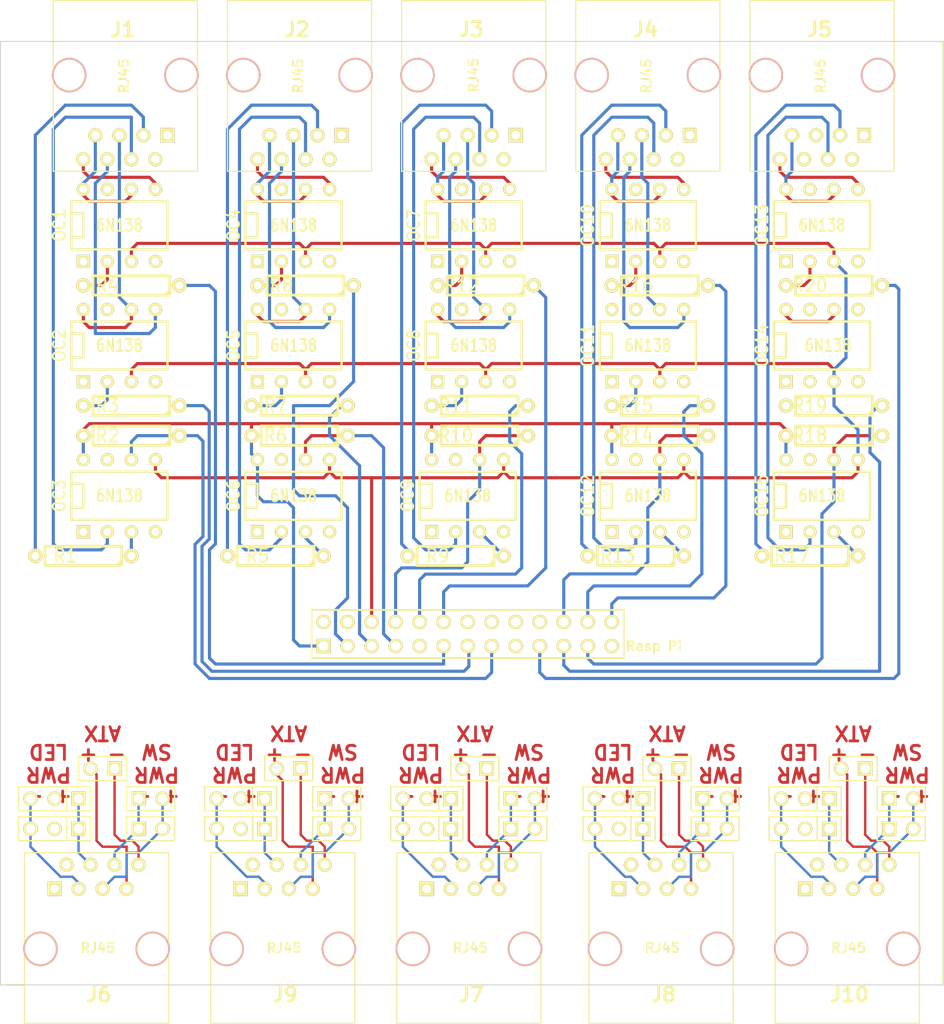
<source format=kicad_pcb>
(kicad_pcb (version 3) (host pcbnew "(2013-may-18)-stable")

  (general
    (links 151)
    (no_connects 5)
    (area 10.109999 5.702299 109.955001 114.312701)
    (thickness 1.6)
    (drawings 21)
    (tracks 599)
    (zones 0)
    (modules 71)
    (nets 93)
  )

  (page A4)
  (title_block 
    (title "Wt-RPM Rasp. side")
    (rev 1)
    (company MuPuF.org)
  )

  (layers
    (15 F.Cu signal)
    (0 B.Cu signal)
    (16 B.Adhes user)
    (17 F.Adhes user)
    (18 B.Paste user)
    (19 F.Paste user)
    (20 B.SilkS user)
    (21 F.SilkS user)
    (22 B.Mask user)
    (23 F.Mask user)
    (24 Dwgs.User user)
    (25 Cmts.User user)
    (26 Eco1.User user)
    (27 Eco2.User user)
    (28 Edge.Cuts user)
  )

  (setup
    (last_trace_width 0.3302)
    (trace_clearance 0.3302)
    (zone_clearance 0.508)
    (zone_45_only no)
    (trace_min 0.254)
    (segment_width 0.2)
    (edge_width 0.1)
    (via_size 0.889)
    (via_drill 0.635)
    (via_min_size 0.889)
    (via_min_drill 0.508)
    (uvia_size 0.508)
    (uvia_drill 0.127)
    (uvias_allowed no)
    (uvia_min_size 0.508)
    (uvia_min_drill 0.127)
    (pcb_text_width 0.3)
    (pcb_text_size 1.5 1.5)
    (mod_edge_width 0.15)
    (mod_text_size 1 1)
    (mod_text_width 0.15)
    (pad_size 1.5 1.5)
    (pad_drill 0.6)
    (pad_to_mask_clearance 0)
    (aux_axis_origin 0 0)
    (visible_elements FFFFFFFF)
    (pcbplotparams
      (layerselection 3178497)
      (usegerberextensions true)
      (excludeedgelayer true)
      (linewidth 0.150000)
      (plotframeref false)
      (viasonmask false)
      (mode 1)
      (useauxorigin false)
      (hpglpennumber 1)
      (hpglpenspeed 20)
      (hpglpendiameter 15)
      (hpglpenoverlay 2)
      (psnegative false)
      (psa4output false)
      (plotreference true)
      (plotvalue true)
      (plotothertext true)
      (plotinvisibletext false)
      (padsonsilk false)
      (subtractmaskfromsilk false)
      (outputformat 1)
      (mirror false)
      (drillshape 0)
      (scaleselection 1)
      (outputdirectory ""))
  )

  (net 0 "")
  (net 1 +3.3V)
  (net 2 GND)
  (net 3 N-000001)
  (net 4 N-0000010)
  (net 5 N-00000100)
  (net 6 N-00000102)
  (net 7 N-00000103)
  (net 8 N-00000104)
  (net 9 N-00000105)
  (net 10 N-00000106)
  (net 11 N-00000107)
  (net 12 N-00000108)
  (net 13 N-00000109)
  (net 14 N-0000011)
  (net 15 N-00000110)
  (net 16 N-00000112)
  (net 17 N-00000119)
  (net 18 N-00000127)
  (net 19 N-0000013)
  (net 20 N-00000133)
  (net 21 N-00000137)
  (net 22 N-00000140)
  (net 23 N-00000141)
  (net 24 N-00000142)
  (net 25 N-00000143)
  (net 26 N-00000144)
  (net 27 N-00000145)
  (net 28 N-00000146)
  (net 29 N-00000147)
  (net 30 N-00000148)
  (net 31 N-0000015)
  (net 32 N-00000152)
  (net 33 N-0000017)
  (net 34 N-0000018)
  (net 35 N-0000019)
  (net 36 N-000002)
  (net 37 N-0000020)
  (net 38 N-0000021)
  (net 39 N-0000024)
  (net 40 N-0000025)
  (net 41 N-0000026)
  (net 42 N-0000027)
  (net 43 N-0000028)
  (net 44 N-0000029)
  (net 45 N-000003)
  (net 46 N-0000030)
  (net 47 N-0000031)
  (net 48 N-0000032)
  (net 49 N-0000033)
  (net 50 N-0000034)
  (net 51 N-0000035)
  (net 52 N-000004)
  (net 53 N-0000040)
  (net 54 N-0000041)
  (net 55 N-0000045)
  (net 56 N-0000046)
  (net 57 N-0000047)
  (net 58 N-000005)
  (net 59 N-0000051)
  (net 60 N-0000053)
  (net 61 N-0000055)
  (net 62 N-0000056)
  (net 63 N-0000057)
  (net 64 N-000006)
  (net 65 N-0000061)
  (net 66 N-0000063)
  (net 67 N-0000065)
  (net 68 N-0000066)
  (net 69 N-0000068)
  (net 70 N-0000070)
  (net 71 N-0000071)
  (net 72 N-0000072)
  (net 73 N-0000073)
  (net 74 N-0000074)
  (net 75 N-0000079)
  (net 76 N-000008)
  (net 77 N-0000080)
  (net 78 N-0000081)
  (net 79 N-0000082)
  (net 80 N-0000086)
  (net 81 N-0000088)
  (net 82 N-0000089)
  (net 83 N-000009)
  (net 84 N-0000090)
  (net 85 N-0000091)
  (net 86 N-0000092)
  (net 87 N-0000093)
  (net 88 N-0000094)
  (net 89 N-0000095)
  (net 90 N-0000096)
  (net 91 N-0000097)
  (net 92 N-0000099)

  (net_class Default "This is the default net class."
    (clearance 0.3302)
    (trace_width 0.3302)
    (via_dia 0.889)
    (via_drill 0.635)
    (uvia_dia 0.508)
    (uvia_drill 0.127)
    (add_net "")
    (add_net +3.3V)
    (add_net GND)
    (add_net N-000001)
    (add_net N-0000010)
    (add_net N-00000100)
    (add_net N-00000102)
    (add_net N-00000103)
    (add_net N-00000104)
    (add_net N-00000105)
    (add_net N-00000106)
    (add_net N-00000107)
    (add_net N-00000108)
    (add_net N-00000109)
    (add_net N-0000011)
    (add_net N-00000110)
    (add_net N-00000112)
    (add_net N-00000119)
    (add_net N-00000127)
    (add_net N-0000013)
    (add_net N-00000133)
    (add_net N-00000137)
    (add_net N-00000140)
    (add_net N-00000141)
    (add_net N-00000142)
    (add_net N-00000143)
    (add_net N-00000144)
    (add_net N-00000145)
    (add_net N-00000146)
    (add_net N-00000147)
    (add_net N-00000148)
    (add_net N-0000015)
    (add_net N-00000152)
    (add_net N-0000017)
    (add_net N-0000018)
    (add_net N-0000019)
    (add_net N-000002)
    (add_net N-0000020)
    (add_net N-0000021)
    (add_net N-0000024)
    (add_net N-0000025)
    (add_net N-0000026)
    (add_net N-0000027)
    (add_net N-0000028)
    (add_net N-0000029)
    (add_net N-000003)
    (add_net N-0000030)
    (add_net N-0000031)
    (add_net N-0000032)
    (add_net N-0000033)
    (add_net N-0000034)
    (add_net N-0000035)
    (add_net N-000004)
    (add_net N-0000040)
    (add_net N-0000041)
    (add_net N-0000045)
    (add_net N-0000046)
    (add_net N-0000047)
    (add_net N-000005)
    (add_net N-0000051)
    (add_net N-0000053)
    (add_net N-0000055)
    (add_net N-0000056)
    (add_net N-0000057)
    (add_net N-000006)
    (add_net N-0000061)
    (add_net N-0000063)
    (add_net N-0000065)
    (add_net N-0000066)
    (add_net N-0000068)
    (add_net N-0000070)
    (add_net N-0000071)
    (add_net N-0000072)
    (add_net N-0000073)
    (add_net N-0000074)
    (add_net N-0000079)
    (add_net N-000008)
    (add_net N-0000080)
    (add_net N-0000081)
    (add_net N-0000082)
    (add_net N-0000086)
    (add_net N-0000088)
    (add_net N-0000089)
    (add_net N-000009)
    (add_net N-0000090)
    (add_net N-0000091)
    (add_net N-0000092)
    (add_net N-0000093)
    (add_net N-0000094)
    (add_net N-0000095)
    (add_net N-0000096)
    (add_net N-0000097)
    (add_net N-0000099)
  )

  (module RJ45_8 (layer F.Cu) (tedit 5376BF94) (tstamp 5376BFBD)
    (at 23.368 13.716 180)
    (tags RJ45)
    (path /536D7BB5)
    (fp_text reference J1 (at 0.254 4.826 180) (layer F.SilkS)
      (effects (font (size 1.524 1.524) (thickness 0.3048)))
    )
    (fp_text value RJ45 (at 0.14224 -0.1016 270) (layer F.SilkS)
      (effects (font (size 1.00076 1.00076) (thickness 0.2032)))
    )
    (fp_line (start -7.62 7.874) (end 7.62 7.874) (layer F.SilkS) (width 0.127))
    (fp_line (start 7.62 7.874) (end 7.62 -10.16) (layer F.SilkS) (width 0.127))
    (fp_line (start 7.62 -10.16) (end -7.62 -10.16) (layer F.SilkS) (width 0.127))
    (fp_line (start -7.62 -10.16) (end -7.62 7.874) (layer F.SilkS) (width 0.127))
    (pad Hole np_thru_hole circle (at 5.93852 0 180) (size 3.64998 3.64998) (drill 3.2512)
      (layers *.Cu *.SilkS *.Mask)
    )
    (pad Hole np_thru_hole circle (at -5.9309 0 180) (size 3.64998 3.64998) (drill 3.2512)
      (layers *.Cu *.SilkS *.Mask)
    )
    (pad 1 thru_hole rect (at -4.445 -6.35 180) (size 1.50114 1.50114) (drill 0.89916)
      (layers *.Cu *.Mask F.SilkS)
    )
    (pad 2 thru_hole circle (at -3.175 -8.89 180) (size 1.50114 1.50114) (drill 0.89916)
      (layers *.Cu *.Mask F.SilkS)
    )
    (pad 3 thru_hole circle (at -1.905 -6.35 180) (size 1.50114 1.50114) (drill 0.89916)
      (layers *.Cu *.Mask F.SilkS)
      (net 87 N-0000093)
    )
    (pad 4 thru_hole circle (at -0.635 -8.89 180) (size 1.50114 1.50114) (drill 0.89916)
      (layers *.Cu *.Mask F.SilkS)
      (net 86 N-0000092)
    )
    (pad 5 thru_hole circle (at 0.635 -6.35 180) (size 1.50114 1.50114) (drill 0.89916)
      (layers *.Cu *.Mask F.SilkS)
      (net 85 N-0000091)
    )
    (pad 6 thru_hole circle (at 1.905 -8.89 180) (size 1.50114 1.50114) (drill 0.89916)
      (layers *.Cu *.Mask F.SilkS)
      (net 84 N-0000090)
    )
    (pad 7 thru_hole circle (at 3.175 -6.35 180) (size 1.50114 1.50114) (drill 0.89916)
      (layers *.Cu *.Mask F.SilkS)
      (net 89 N-0000095)
    )
    (pad 8 thru_hole circle (at 4.445 -8.89 180) (size 1.50114 1.50114) (drill 0.89916)
      (layers *.Cu *.Mask F.SilkS)
      (net 90 N-0000096)
    )
    (model connectors/RJ45_8.wrl
      (at (xyz 0 0 0))
      (scale (xyz 0.4 0.4 0.4))
      (rotate (xyz 0 0 0))
    )
  )

  (module RJ45_8 (layer F.Cu) (tedit 537FA8F1) (tstamp 5376BFCF)
    (at 41.783 13.716 180)
    (tags RJ45)
    (path /536D7BFE)
    (fp_text reference J2 (at 0.254 4.826 180) (layer F.SilkS)
      (effects (font (size 1.524 1.524) (thickness 0.3048)))
    )
    (fp_text value RJ45 (at 0.14224 -0.1016 270) (layer F.SilkS)
      (effects (font (size 1.00076 1.00076) (thickness 0.2032)))
    )
    (fp_line (start -7.62 7.874) (end 7.62 7.874) (layer F.SilkS) (width 0.127))
    (fp_line (start 7.62 7.874) (end 7.62 -10.16) (layer F.SilkS) (width 0.127))
    (fp_line (start 7.62 -10.16) (end -7.62 -10.16) (layer F.SilkS) (width 0.127))
    (fp_line (start -7.62 -10.16) (end -7.62 7.874) (layer F.SilkS) (width 0.127))
    (pad Hole np_thru_hole circle (at 5.93852 0 180) (size 3.64998 3.64998) (drill 3.2512)
      (layers *.Cu *.SilkS *.Mask)
    )
    (pad Hole np_thru_hole circle (at -5.9309 0 180) (size 3.64998 3.64998) (drill 3.2512)
      (layers *.Cu *.SilkS *.Mask)
    )
    (pad 1 thru_hole rect (at -4.445 -6.35 180) (size 1.50114 1.50114) (drill 0.89916)
      (layers *.Cu *.Mask F.SilkS)
    )
    (pad 2 thru_hole circle (at -3.175 -8.89 180) (size 1.50114 1.50114) (drill 0.89916)
      (layers *.Cu *.Mask F.SilkS)
    )
    (pad 3 thru_hole circle (at -1.905 -6.35 180) (size 1.50114 1.50114) (drill 0.89916)
      (layers *.Cu *.Mask F.SilkS)
      (net 5 N-00000100)
    )
    (pad 4 thru_hole circle (at -0.635 -8.89 180) (size 1.50114 1.50114) (drill 0.89916)
      (layers *.Cu *.Mask F.SilkS)
      (net 16 N-00000112)
    )
    (pad 5 thru_hole circle (at 0.635 -6.35 180) (size 1.50114 1.50114) (drill 0.89916)
      (layers *.Cu *.Mask F.SilkS)
      (net 15 N-00000110)
    )
    (pad 6 thru_hole circle (at 1.905 -8.89 180) (size 1.50114 1.50114) (drill 0.89916)
      (layers *.Cu *.Mask F.SilkS)
      (net 13 N-00000109)
    )
    (pad 7 thru_hole circle (at 3.175 -6.35 180) (size 1.50114 1.50114) (drill 0.89916)
      (layers *.Cu *.Mask F.SilkS)
      (net 32 N-00000152)
    )
    (pad 8 thru_hole circle (at 4.445 -8.89 180) (size 1.50114 1.50114) (drill 0.89916)
      (layers *.Cu *.Mask F.SilkS)
      (net 17 N-00000119)
    )
    (model connectors/RJ45_8.wrl
      (at (xyz 0 0 0))
      (scale (xyz 0.4 0.4 0.4))
      (rotate (xyz 0 0 0))
    )
  )

  (module RJ45_8 (layer F.Cu) (tedit 537BD989) (tstamp 5376BFE1)
    (at 60.198 13.716 180)
    (tags RJ45)
    (path /536D7C04)
    (fp_text reference J3 (at 0.254 4.826 180) (layer F.SilkS)
      (effects (font (size 1.524 1.524) (thickness 0.3048)))
    )
    (fp_text value RJ45 (at 0 0 270) (layer F.SilkS)
      (effects (font (size 1.00076 1.00076) (thickness 0.2032)))
    )
    (fp_line (start -7.62 7.874) (end 7.62 7.874) (layer F.SilkS) (width 0.127))
    (fp_line (start 7.62 7.874) (end 7.62 -10.16) (layer F.SilkS) (width 0.127))
    (fp_line (start 7.62 -10.16) (end -7.62 -10.16) (layer F.SilkS) (width 0.127))
    (fp_line (start -7.62 -10.16) (end -7.62 7.874) (layer F.SilkS) (width 0.127))
    (pad Hole np_thru_hole circle (at 5.93852 0 180) (size 3.64998 3.64998) (drill 3.2512)
      (layers *.Cu *.SilkS *.Mask)
    )
    (pad Hole np_thru_hole circle (at -5.9309 0 180) (size 3.64998 3.64998) (drill 3.2512)
      (layers *.Cu *.SilkS *.Mask)
    )
    (pad 1 thru_hole rect (at -4.445 -6.35 180) (size 1.50114 1.50114) (drill 0.89916)
      (layers *.Cu *.Mask F.SilkS)
    )
    (pad 2 thru_hole circle (at -3.175 -8.89 180) (size 1.50114 1.50114) (drill 0.89916)
      (layers *.Cu *.Mask F.SilkS)
    )
    (pad 3 thru_hole circle (at -1.905 -6.35 180) (size 1.50114 1.50114) (drill 0.89916)
      (layers *.Cu *.Mask F.SilkS)
      (net 18 N-00000127)
    )
    (pad 4 thru_hole circle (at -0.635 -8.89 180) (size 1.50114 1.50114) (drill 0.89916)
      (layers *.Cu *.Mask F.SilkS)
      (net 30 N-00000148)
    )
    (pad 5 thru_hole circle (at 0.635 -6.35 180) (size 1.50114 1.50114) (drill 0.89916)
      (layers *.Cu *.Mask F.SilkS)
      (net 28 N-00000146)
    )
    (pad 6 thru_hole circle (at 1.905 -8.89 180) (size 1.50114 1.50114) (drill 0.89916)
      (layers *.Cu *.Mask F.SilkS)
      (net 29 N-00000147)
    )
    (pad 7 thru_hole circle (at 3.175 -6.35 180) (size 1.50114 1.50114) (drill 0.89916)
      (layers *.Cu *.Mask F.SilkS)
      (net 53 N-0000040)
    )
    (pad 8 thru_hole circle (at 4.445 -8.89 180) (size 1.50114 1.50114) (drill 0.89916)
      (layers *.Cu *.Mask F.SilkS)
      (net 20 N-00000133)
    )
    (model connectors/RJ45_8.wrl
      (at (xyz 0 0 0))
      (scale (xyz 0.4 0.4 0.4))
      (rotate (xyz 0 0 0))
    )
  )

  (module RJ45_8 (layer F.Cu) (tedit 537BDC25) (tstamp 5376BFF3)
    (at 78.613 13.716 180)
    (tags RJ45)
    (path /536D7C0A)
    (fp_text reference J4 (at 0.254 4.826 180) (layer F.SilkS)
      (effects (font (size 1.524 1.524) (thickness 0.3048)))
    )
    (fp_text value RJ45 (at 0.14224 -0.1016 270) (layer F.SilkS)
      (effects (font (size 1.00076 1.00076) (thickness 0.2032)))
    )
    (fp_line (start -7.62 7.874) (end 7.62 7.874) (layer F.SilkS) (width 0.127))
    (fp_line (start 7.62 7.874) (end 7.62 -10.16) (layer F.SilkS) (width 0.127))
    (fp_line (start 7.62 -10.16) (end -7.62 -10.16) (layer F.SilkS) (width 0.127))
    (fp_line (start -7.62 -10.16) (end -7.62 7.874) (layer F.SilkS) (width 0.127))
    (pad Hole np_thru_hole circle (at 5.93852 0 180) (size 3.64998 3.64998) (drill 3.2512)
      (layers *.Cu *.SilkS *.Mask)
    )
    (pad Hole np_thru_hole circle (at -5.9309 0 180) (size 3.64998 3.64998) (drill 3.2512)
      (layers *.Cu *.SilkS *.Mask)
    )
    (pad 1 thru_hole rect (at -4.445 -6.35 180) (size 1.50114 1.50114) (drill 0.89916)
      (layers *.Cu *.Mask F.SilkS)
    )
    (pad 2 thru_hole circle (at -3.175 -8.89 180) (size 1.50114 1.50114) (drill 0.89916)
      (layers *.Cu *.Mask F.SilkS)
    )
    (pad 3 thru_hole circle (at -1.905 -6.35 180) (size 1.50114 1.50114) (drill 0.89916)
      (layers *.Cu *.Mask F.SilkS)
      (net 49 N-0000033)
    )
    (pad 4 thru_hole circle (at -0.635 -8.89 180) (size 1.50114 1.50114) (drill 0.89916)
      (layers *.Cu *.Mask F.SilkS)
      (net 50 N-0000034)
    )
    (pad 5 thru_hole circle (at 0.635 -6.35 180) (size 1.50114 1.50114) (drill 0.89916)
      (layers *.Cu *.Mask F.SilkS)
      (net 48 N-0000032)
    )
    (pad 6 thru_hole circle (at 1.905 -8.89 180) (size 1.50114 1.50114) (drill 0.89916)
      (layers *.Cu *.Mask F.SilkS)
      (net 47 N-0000031)
    )
    (pad 7 thru_hole circle (at 3.175 -6.35 180) (size 1.50114 1.50114) (drill 0.89916)
      (layers *.Cu *.Mask F.SilkS)
      (net 46 N-0000030)
    )
    (pad 8 thru_hole circle (at 4.445 -8.89 180) (size 1.50114 1.50114) (drill 0.89916)
      (layers *.Cu *.Mask F.SilkS)
      (net 21 N-00000137)
    )
    (model connectors/RJ45_8.wrl
      (at (xyz 0 0 0))
      (scale (xyz 0.4 0.4 0.4))
      (rotate (xyz 0 0 0))
    )
  )

  (module R4 (layer F.Cu) (tedit 537FA878) (tstamp 537FBF78)
    (at 79.883 48.641 180)
    (descr "Resitance 4 pas")
    (tags R)
    (path /5376BFF8)
    (autoplace_cost180 10)
    (fp_text reference R15 (at 2.54 0 180) (layer F.SilkS)
      (effects (font (size 1.397 1.27) (thickness 0.2032)))
    )
    (fp_text value 1.2k (at -1.905 0 180) (layer F.SilkS) hide
      (effects (font (size 1.397 1.27) (thickness 0.2032)))
    )
    (fp_line (start -5.08 0) (end -4.064 0) (layer F.SilkS) (width 0.3048))
    (fp_line (start -4.064 0) (end -4.064 -1.016) (layer F.SilkS) (width 0.3048))
    (fp_line (start -4.064 -1.016) (end 4.064 -1.016) (layer F.SilkS) (width 0.3048))
    (fp_line (start 4.064 -1.016) (end 4.064 1.016) (layer F.SilkS) (width 0.3048))
    (fp_line (start 4.064 1.016) (end -4.064 1.016) (layer F.SilkS) (width 0.3048))
    (fp_line (start -4.064 1.016) (end -4.064 0) (layer F.SilkS) (width 0.3048))
    (fp_line (start -4.064 -0.508) (end -3.556 -1.016) (layer F.SilkS) (width 0.3048))
    (fp_line (start 5.08 0) (end 4.064 0) (layer F.SilkS) (width 0.3048))
    (pad 1 thru_hole circle (at -5.08 0 180) (size 1.524 1.524) (drill 0.8128)
      (layers *.Cu *.Mask F.SilkS)
      (net 44 N-0000029)
    )
    (pad 2 thru_hole circle (at 5.08 0 180) (size 1.524 1.524) (drill 0.8128)
      (layers *.Cu *.Mask F.SilkS)
      (net 42 N-0000027)
    )
    (model discret/resistor.wrl
      (at (xyz 0 0 0))
      (scale (xyz 0.4 0.4 0.4))
      (rotate (xyz 0 0 0))
    )
  )

  (module R4 (layer F.Cu) (tedit 537FCFE4) (tstamp 537FBF69)
    (at 79.883 35.941 180)
    (descr "Resitance 4 pas")
    (tags R)
    (path /5376BFF2)
    (autoplace_cost180 10)
    (fp_text reference R16 (at 2.54 0 180) (layer F.SilkS)
      (effects (font (size 1.397 1.27) (thickness 0.2032)))
    )
    (fp_text value 1.2k (at -1.905 0 180) (layer F.SilkS) hide
      (effects (font (size 1.397 1.27) (thickness 0.2032)))
    )
    (fp_line (start -5.08 0) (end -4.064 0) (layer F.SilkS) (width 0.3048))
    (fp_line (start -4.064 0) (end -4.064 -1.016) (layer F.SilkS) (width 0.3048))
    (fp_line (start -4.064 -1.016) (end 4.064 -1.016) (layer F.SilkS) (width 0.3048))
    (fp_line (start 4.064 -1.016) (end 4.064 1.016) (layer F.SilkS) (width 0.3048))
    (fp_line (start 4.064 1.016) (end -4.064 1.016) (layer F.SilkS) (width 0.3048))
    (fp_line (start -4.064 1.016) (end -4.064 0) (layer F.SilkS) (width 0.3048))
    (fp_line (start -4.064 -0.508) (end -3.556 -1.016) (layer F.SilkS) (width 0.3048))
    (fp_line (start 5.08 0) (end 4.064 0) (layer F.SilkS) (width 0.3048))
    (pad 1 thru_hole circle (at -5.08 0 180) (size 1.524 1.524) (drill 0.8128)
      (layers *.Cu *.Mask F.SilkS)
      (net 43 N-0000028)
    )
    (pad 2 thru_hole circle (at 5.08 0 180) (size 1.524 1.524) (drill 0.8128)
      (layers *.Cu *.Mask F.SilkS)
      (net 41 N-0000026)
    )
    (model discret/resistor.wrl
      (at (xyz 0 0 0))
      (scale (xyz 0.4 0.4 0.4))
      (rotate (xyz 0 0 0))
    )
  )

  (module R4 (layer F.Cu) (tedit 537FA936) (tstamp 5380029C)
    (at 79.883 51.816 180)
    (descr "Resitance 4 pas")
    (tags R)
    (path /5376BFEC)
    (autoplace_cost180 10)
    (fp_text reference R14 (at 2.54 0 180) (layer F.SilkS)
      (effects (font (size 1.397 1.27) (thickness 0.2032)))
    )
    (fp_text value 10k (at -1.905 0 180) (layer F.SilkS) hide
      (effects (font (size 1.397 1.27) (thickness 0.2032)))
    )
    (fp_line (start -5.08 0) (end -4.064 0) (layer F.SilkS) (width 0.3048))
    (fp_line (start -4.064 0) (end -4.064 -1.016) (layer F.SilkS) (width 0.3048))
    (fp_line (start -4.064 -1.016) (end 4.064 -1.016) (layer F.SilkS) (width 0.3048))
    (fp_line (start 4.064 -1.016) (end 4.064 1.016) (layer F.SilkS) (width 0.3048))
    (fp_line (start 4.064 1.016) (end -4.064 1.016) (layer F.SilkS) (width 0.3048))
    (fp_line (start -4.064 1.016) (end -4.064 0) (layer F.SilkS) (width 0.3048))
    (fp_line (start -4.064 -0.508) (end -3.556 -1.016) (layer F.SilkS) (width 0.3048))
    (fp_line (start 5.08 0) (end 4.064 0) (layer F.SilkS) (width 0.3048))
    (pad 1 thru_hole circle (at -5.08 0 180) (size 1.524 1.524) (drill 0.8128)
      (layers *.Cu *.Mask F.SilkS)
      (net 40 N-0000025)
    )
    (pad 2 thru_hole circle (at 5.08 0 180) (size 1.524 1.524) (drill 0.8128)
      (layers *.Cu *.Mask F.SilkS)
      (net 1 +3.3V)
    )
    (model discret/resistor.wrl
      (at (xyz 0 0 0))
      (scale (xyz 0.4 0.4 0.4))
      (rotate (xyz 0 0 0))
    )
  )

  (module R4 (layer F.Cu) (tedit 537FA804) (tstamp 537FBF4B)
    (at 77.343 64.516 180)
    (descr "Resitance 4 pas")
    (tags R)
    (path /5376BFE0)
    (autoplace_cost180 10)
    (fp_text reference R13 (at 1.905 0 180) (layer F.SilkS)
      (effects (font (size 1.397 1.27) (thickness 0.2032)))
    )
    (fp_text value 4k (at -1.905 0 180) (layer F.SilkS) hide
      (effects (font (size 1.397 1.27) (thickness 0.2032)))
    )
    (fp_line (start -5.08 0) (end -4.064 0) (layer F.SilkS) (width 0.3048))
    (fp_line (start -4.064 0) (end -4.064 -1.016) (layer F.SilkS) (width 0.3048))
    (fp_line (start -4.064 -1.016) (end 4.064 -1.016) (layer F.SilkS) (width 0.3048))
    (fp_line (start 4.064 -1.016) (end 4.064 1.016) (layer F.SilkS) (width 0.3048))
    (fp_line (start 4.064 1.016) (end -4.064 1.016) (layer F.SilkS) (width 0.3048))
    (fp_line (start -4.064 1.016) (end -4.064 0) (layer F.SilkS) (width 0.3048))
    (fp_line (start -4.064 -0.508) (end -3.556 -1.016) (layer F.SilkS) (width 0.3048))
    (fp_line (start 5.08 0) (end 4.064 0) (layer F.SilkS) (width 0.3048))
    (pad 1 thru_hole circle (at -5.08 0 180) (size 1.524 1.524) (drill 0.8128)
      (layers *.Cu *.Mask F.SilkS)
      (net 51 N-0000035)
    )
    (pad 2 thru_hole circle (at 5.08 0 180) (size 1.524 1.524) (drill 0.8128)
      (layers *.Cu *.Mask F.SilkS)
      (net 49 N-0000033)
    )
    (model discret/resistor.wrl
      (at (xyz 0 0 0))
      (scale (xyz 0.4 0.4 0.4))
      (rotate (xyz 0 0 0))
    )
  )

  (module R4 (layer F.Cu) (tedit 537FA86B) (tstamp 537FBF3C)
    (at 60.833 48.641 180)
    (descr "Resitance 4 pas")
    (tags R)
    (path /5376BD8B)
    (autoplace_cost180 10)
    (fp_text reference R11 (at 2.54 0 180) (layer F.SilkS)
      (effects (font (size 1.397 1.27) (thickness 0.2032)))
    )
    (fp_text value 1.2k (at -1.905 0 180) (layer F.SilkS) hide
      (effects (font (size 1.397 1.27) (thickness 0.2032)))
    )
    (fp_line (start -5.08 0) (end -4.064 0) (layer F.SilkS) (width 0.3048))
    (fp_line (start -4.064 0) (end -4.064 -1.016) (layer F.SilkS) (width 0.3048))
    (fp_line (start -4.064 -1.016) (end 4.064 -1.016) (layer F.SilkS) (width 0.3048))
    (fp_line (start 4.064 -1.016) (end 4.064 1.016) (layer F.SilkS) (width 0.3048))
    (fp_line (start 4.064 1.016) (end -4.064 1.016) (layer F.SilkS) (width 0.3048))
    (fp_line (start -4.064 1.016) (end -4.064 0) (layer F.SilkS) (width 0.3048))
    (fp_line (start -4.064 -0.508) (end -3.556 -1.016) (layer F.SilkS) (width 0.3048))
    (fp_line (start 5.08 0) (end 4.064 0) (layer F.SilkS) (width 0.3048))
    (pad 1 thru_hole circle (at -5.08 0 180) (size 1.524 1.524) (drill 0.8128)
      (layers *.Cu *.Mask F.SilkS)
      (net 27 N-00000145)
    )
    (pad 2 thru_hole circle (at 5.08 0 180) (size 1.524 1.524) (drill 0.8128)
      (layers *.Cu *.Mask F.SilkS)
      (net 25 N-00000143)
    )
    (model discret/resistor.wrl
      (at (xyz 0 0 0))
      (scale (xyz 0.4 0.4 0.4))
      (rotate (xyz 0 0 0))
    )
  )

  (module R4 (layer F.Cu) (tedit 537FA8C1) (tstamp 537FBF2D)
    (at 61.468 35.941 180)
    (descr "Resitance 4 pas")
    (tags R)
    (path /5376BD85)
    (autoplace_cost180 10)
    (fp_text reference R12 (at 2.54 0 180) (layer F.SilkS)
      (effects (font (size 1.397 1.27) (thickness 0.2032)))
    )
    (fp_text value 1.2k (at -1.905 0 180) (layer F.SilkS) hide
      (effects (font (size 1.397 1.27) (thickness 0.2032)))
    )
    (fp_line (start -5.08 0) (end -4.064 0) (layer F.SilkS) (width 0.3048))
    (fp_line (start -4.064 0) (end -4.064 -1.016) (layer F.SilkS) (width 0.3048))
    (fp_line (start -4.064 -1.016) (end 4.064 -1.016) (layer F.SilkS) (width 0.3048))
    (fp_line (start 4.064 -1.016) (end 4.064 1.016) (layer F.SilkS) (width 0.3048))
    (fp_line (start 4.064 1.016) (end -4.064 1.016) (layer F.SilkS) (width 0.3048))
    (fp_line (start -4.064 1.016) (end -4.064 0) (layer F.SilkS) (width 0.3048))
    (fp_line (start -4.064 -0.508) (end -3.556 -1.016) (layer F.SilkS) (width 0.3048))
    (fp_line (start 5.08 0) (end 4.064 0) (layer F.SilkS) (width 0.3048))
    (pad 1 thru_hole circle (at -5.08 0 180) (size 1.524 1.524) (drill 0.8128)
      (layers *.Cu *.Mask F.SilkS)
      (net 26 N-00000144)
    )
    (pad 2 thru_hole circle (at 5.08 0 180) (size 1.524 1.524) (drill 0.8128)
      (layers *.Cu *.Mask F.SilkS)
      (net 24 N-00000142)
    )
    (model discret/resistor.wrl
      (at (xyz 0 0 0))
      (scale (xyz 0.4 0.4 0.4))
      (rotate (xyz 0 0 0))
    )
  )

  (module R4 (layer F.Cu) (tedit 537FFCD7) (tstamp 537FBF1E)
    (at 60.833 51.816 180)
    (descr "Resitance 4 pas")
    (tags R)
    (path /5376BD7F)
    (autoplace_cost180 10)
    (fp_text reference R10 (at 2.54 0 180) (layer F.SilkS)
      (effects (font (size 1.397 1.27) (thickness 0.2032)))
    )
    (fp_text value 10k (at -1.905 0 180) (layer F.SilkS) hide
      (effects (font (size 1.397 1.27) (thickness 0.2032)))
    )
    (fp_line (start -5.08 0) (end -4.064 0) (layer F.SilkS) (width 0.3048))
    (fp_line (start -4.064 0) (end -4.064 -1.016) (layer F.SilkS) (width 0.3048))
    (fp_line (start -4.064 -1.016) (end 4.064 -1.016) (layer F.SilkS) (width 0.3048))
    (fp_line (start 4.064 -1.016) (end 4.064 1.016) (layer F.SilkS) (width 0.3048))
    (fp_line (start 4.064 1.016) (end -4.064 1.016) (layer F.SilkS) (width 0.3048))
    (fp_line (start -4.064 1.016) (end -4.064 0) (layer F.SilkS) (width 0.3048))
    (fp_line (start -4.064 -0.508) (end -3.556 -1.016) (layer F.SilkS) (width 0.3048))
    (fp_line (start 5.08 0) (end 4.064 0) (layer F.SilkS) (width 0.3048))
    (pad 1 thru_hole circle (at -5.08 0 180) (size 1.524 1.524) (drill 0.8128)
      (layers *.Cu *.Mask F.SilkS)
      (net 23 N-00000141)
    )
    (pad 2 thru_hole circle (at 5.08 0 180) (size 1.524 1.524) (drill 0.8128)
      (layers *.Cu *.Mask F.SilkS)
      (net 1 +3.3V)
    )
    (model discret/resistor.wrl
      (at (xyz 0 0 0))
      (scale (xyz 0.4 0.4 0.4))
      (rotate (xyz 0 0 0))
    )
  )

  (module R4 (layer F.Cu) (tedit 537FCF57) (tstamp 537FBF0F)
    (at 58.293 64.516 180)
    (descr "Resitance 4 pas")
    (tags R)
    (path /5376BD73)
    (autoplace_cost180 10)
    (fp_text reference R9 (at 1.905 0 180) (layer F.SilkS)
      (effects (font (size 1.397 1.27) (thickness 0.2032)))
    )
    (fp_text value 4k (at -1.905 0 180) (layer F.SilkS) hide
      (effects (font (size 1.397 1.27) (thickness 0.2032)))
    )
    (fp_line (start -5.08 0) (end -4.064 0) (layer F.SilkS) (width 0.3048))
    (fp_line (start -4.064 0) (end -4.064 -1.016) (layer F.SilkS) (width 0.3048))
    (fp_line (start -4.064 -1.016) (end 4.064 -1.016) (layer F.SilkS) (width 0.3048))
    (fp_line (start 4.064 -1.016) (end 4.064 1.016) (layer F.SilkS) (width 0.3048))
    (fp_line (start 4.064 1.016) (end -4.064 1.016) (layer F.SilkS) (width 0.3048))
    (fp_line (start -4.064 1.016) (end -4.064 0) (layer F.SilkS) (width 0.3048))
    (fp_line (start -4.064 -0.508) (end -3.556 -1.016) (layer F.SilkS) (width 0.3048))
    (fp_line (start 5.08 0) (end 4.064 0) (layer F.SilkS) (width 0.3048))
    (pad 1 thru_hole circle (at -5.08 0 180) (size 1.524 1.524) (drill 0.8128)
      (layers *.Cu *.Mask F.SilkS)
      (net 22 N-00000140)
    )
    (pad 2 thru_hole circle (at 5.08 0 180) (size 1.524 1.524) (drill 0.8128)
      (layers *.Cu *.Mask F.SilkS)
      (net 18 N-00000127)
    )
    (model discret/resistor.wrl
      (at (xyz 0 0 0))
      (scale (xyz 0.4 0.4 0.4))
      (rotate (xyz 0 0 0))
    )
  )

  (module R4 (layer F.Cu) (tedit 537FFCC5) (tstamp 537FBF00)
    (at 41.783 48.641 180)
    (descr "Resitance 4 pas")
    (tags R)
    (path /5376BB3B)
    (autoplace_cost180 10)
    (fp_text reference R7 (at 2.54 0 180) (layer F.SilkS)
      (effects (font (size 1.397 1.27) (thickness 0.2032)))
    )
    (fp_text value 1.2k (at -1.27 0 180) (layer F.SilkS) hide
      (effects (font (size 1.397 1.27) (thickness 0.2032)))
    )
    (fp_line (start -5.08 0) (end -4.064 0) (layer F.SilkS) (width 0.3048))
    (fp_line (start -4.064 0) (end -4.064 -1.016) (layer F.SilkS) (width 0.3048))
    (fp_line (start -4.064 -1.016) (end 4.064 -1.016) (layer F.SilkS) (width 0.3048))
    (fp_line (start 4.064 -1.016) (end 4.064 1.016) (layer F.SilkS) (width 0.3048))
    (fp_line (start 4.064 1.016) (end -4.064 1.016) (layer F.SilkS) (width 0.3048))
    (fp_line (start -4.064 1.016) (end -4.064 0) (layer F.SilkS) (width 0.3048))
    (fp_line (start -4.064 -0.508) (end -3.556 -1.016) (layer F.SilkS) (width 0.3048))
    (fp_line (start 5.08 0) (end 4.064 0) (layer F.SilkS) (width 0.3048))
    (pad 1 thru_hole circle (at -5.08 0 180) (size 1.524 1.524) (drill 0.8128)
      (layers *.Cu *.Mask F.SilkS)
      (net 8 N-00000104)
    )
    (pad 2 thru_hole circle (at 5.08 0 180) (size 1.524 1.524) (drill 0.8128)
      (layers *.Cu *.Mask F.SilkS)
      (net 12 N-00000108)
    )
    (model discret/resistor.wrl
      (at (xyz 0 0 0))
      (scale (xyz 0.4 0.4 0.4))
      (rotate (xyz 0 0 0))
    )
  )

  (module R4 (layer F.Cu) (tedit 537FA8B8) (tstamp 537FBEF1)
    (at 42.418 35.941 180)
    (descr "Resitance 4 pas")
    (tags R)
    (path /5376BB35)
    (autoplace_cost180 10)
    (fp_text reference R8 (at 2.54 0 180) (layer F.SilkS)
      (effects (font (size 1.397 1.27) (thickness 0.2032)))
    )
    (fp_text value 1.2k (at -1.905 0 180) (layer F.SilkS) hide
      (effects (font (size 1.397 1.27) (thickness 0.2032)))
    )
    (fp_line (start -5.08 0) (end -4.064 0) (layer F.SilkS) (width 0.3048))
    (fp_line (start -4.064 0) (end -4.064 -1.016) (layer F.SilkS) (width 0.3048))
    (fp_line (start -4.064 -1.016) (end 4.064 -1.016) (layer F.SilkS) (width 0.3048))
    (fp_line (start 4.064 -1.016) (end 4.064 1.016) (layer F.SilkS) (width 0.3048))
    (fp_line (start 4.064 1.016) (end -4.064 1.016) (layer F.SilkS) (width 0.3048))
    (fp_line (start -4.064 1.016) (end -4.064 0) (layer F.SilkS) (width 0.3048))
    (fp_line (start -4.064 -0.508) (end -3.556 -1.016) (layer F.SilkS) (width 0.3048))
    (fp_line (start 5.08 0) (end 4.064 0) (layer F.SilkS) (width 0.3048))
    (pad 1 thru_hole circle (at -5.08 0 180) (size 1.524 1.524) (drill 0.8128)
      (layers *.Cu *.Mask F.SilkS)
      (net 6 N-00000102)
    )
    (pad 2 thru_hole circle (at 5.08 0 180) (size 1.524 1.524) (drill 0.8128)
      (layers *.Cu *.Mask F.SilkS)
      (net 7 N-00000103)
    )
    (model discret/resistor.wrl
      (at (xyz 0 0 0))
      (scale (xyz 0.4 0.4 0.4))
      (rotate (xyz 0 0 0))
    )
  )

  (module R4 (layer F.Cu) (tedit 537FA91D) (tstamp 537FBEE2)
    (at 41.783 51.816 180)
    (descr "Resitance 4 pas")
    (tags R)
    (path /5376BB2F)
    (autoplace_cost180 10)
    (fp_text reference R6 (at 2.54 0 180) (layer F.SilkS)
      (effects (font (size 1.397 1.27) (thickness 0.2032)))
    )
    (fp_text value 10k (at -1.905 0 180) (layer F.SilkS) hide
      (effects (font (size 1.397 1.27) (thickness 0.2032)))
    )
    (fp_line (start -5.08 0) (end -4.064 0) (layer F.SilkS) (width 0.3048))
    (fp_line (start -4.064 0) (end -4.064 -1.016) (layer F.SilkS) (width 0.3048))
    (fp_line (start -4.064 -1.016) (end 4.064 -1.016) (layer F.SilkS) (width 0.3048))
    (fp_line (start 4.064 -1.016) (end 4.064 1.016) (layer F.SilkS) (width 0.3048))
    (fp_line (start 4.064 1.016) (end -4.064 1.016) (layer F.SilkS) (width 0.3048))
    (fp_line (start -4.064 1.016) (end -4.064 0) (layer F.SilkS) (width 0.3048))
    (fp_line (start -4.064 -0.508) (end -3.556 -1.016) (layer F.SilkS) (width 0.3048))
    (fp_line (start 5.08 0) (end 4.064 0) (layer F.SilkS) (width 0.3048))
    (pad 1 thru_hole circle (at -5.08 0 180) (size 1.524 1.524) (drill 0.8128)
      (layers *.Cu *.Mask F.SilkS)
      (net 91 N-0000097)
    )
    (pad 2 thru_hole circle (at 5.08 0 180) (size 1.524 1.524) (drill 0.8128)
      (layers *.Cu *.Mask F.SilkS)
      (net 1 +3.3V)
    )
    (model discret/resistor.wrl
      (at (xyz 0 0 0))
      (scale (xyz 0.4 0.4 0.4))
      (rotate (xyz 0 0 0))
    )
  )

  (module R4 (layer F.Cu) (tedit 537FA7F5) (tstamp 537FBED3)
    (at 39.243 64.516 180)
    (descr "Resitance 4 pas")
    (tags R)
    (path /5376BB23)
    (autoplace_cost180 10)
    (fp_text reference R5 (at 1.905 0 180) (layer F.SilkS)
      (effects (font (size 1.397 1.27) (thickness 0.2032)))
    )
    (fp_text value 4k (at -1.905 0 180) (layer F.SilkS) hide
      (effects (font (size 1.397 1.27) (thickness 0.2032)))
    )
    (fp_line (start -5.08 0) (end -4.064 0) (layer F.SilkS) (width 0.3048))
    (fp_line (start -4.064 0) (end -4.064 -1.016) (layer F.SilkS) (width 0.3048))
    (fp_line (start -4.064 -1.016) (end 4.064 -1.016) (layer F.SilkS) (width 0.3048))
    (fp_line (start 4.064 -1.016) (end 4.064 1.016) (layer F.SilkS) (width 0.3048))
    (fp_line (start 4.064 1.016) (end -4.064 1.016) (layer F.SilkS) (width 0.3048))
    (fp_line (start -4.064 1.016) (end -4.064 0) (layer F.SilkS) (width 0.3048))
    (fp_line (start -4.064 -0.508) (end -3.556 -1.016) (layer F.SilkS) (width 0.3048))
    (fp_line (start 5.08 0) (end 4.064 0) (layer F.SilkS) (width 0.3048))
    (pad 1 thru_hole circle (at -5.08 0 180) (size 1.524 1.524) (drill 0.8128)
      (layers *.Cu *.Mask F.SilkS)
      (net 92 N-0000099)
    )
    (pad 2 thru_hole circle (at 5.08 0 180) (size 1.524 1.524) (drill 0.8128)
      (layers *.Cu *.Mask F.SilkS)
      (net 5 N-00000100)
    )
    (model discret/resistor.wrl
      (at (xyz 0 0 0))
      (scale (xyz 0.4 0.4 0.4))
      (rotate (xyz 0 0 0))
    )
  )

  (module R4 (layer F.Cu) (tedit 537FA7E7) (tstamp 537FBEC4)
    (at 18.923 64.516 180)
    (descr "Resitance 4 pas")
    (tags R)
    (path /536D7D6D)
    (autoplace_cost180 10)
    (fp_text reference R1 (at 1.905 0 180) (layer F.SilkS)
      (effects (font (size 1.397 1.27) (thickness 0.2032)))
    )
    (fp_text value 4k (at -1.27 0 180) (layer F.SilkS) hide
      (effects (font (size 1.397 1.27) (thickness 0.2032)))
    )
    (fp_line (start -5.08 0) (end -4.064 0) (layer F.SilkS) (width 0.3048))
    (fp_line (start -4.064 0) (end -4.064 -1.016) (layer F.SilkS) (width 0.3048))
    (fp_line (start -4.064 -1.016) (end 4.064 -1.016) (layer F.SilkS) (width 0.3048))
    (fp_line (start 4.064 -1.016) (end 4.064 1.016) (layer F.SilkS) (width 0.3048))
    (fp_line (start 4.064 1.016) (end -4.064 1.016) (layer F.SilkS) (width 0.3048))
    (fp_line (start -4.064 1.016) (end -4.064 0) (layer F.SilkS) (width 0.3048))
    (fp_line (start -4.064 -0.508) (end -3.556 -1.016) (layer F.SilkS) (width 0.3048))
    (fp_line (start 5.08 0) (end 4.064 0) (layer F.SilkS) (width 0.3048))
    (pad 1 thru_hole circle (at -5.08 0 180) (size 1.524 1.524) (drill 0.8128)
      (layers *.Cu *.Mask F.SilkS)
      (net 82 N-0000089)
    )
    (pad 2 thru_hole circle (at 5.08 0 180) (size 1.524 1.524) (drill 0.8128)
      (layers *.Cu *.Mask F.SilkS)
      (net 87 N-0000093)
    )
    (model discret/resistor.wrl
      (at (xyz 0 0 0))
      (scale (xyz 0.4 0.4 0.4))
      (rotate (xyz 0 0 0))
    )
  )

  (module R4 (layer F.Cu) (tedit 537FA83B) (tstamp 537FBEB5)
    (at 24.003 51.816 180)
    (descr "Resitance 4 pas")
    (tags R)
    (path /5376A8D0)
    (autoplace_cost180 10)
    (fp_text reference R2 (at 2.54 0 180) (layer F.SilkS)
      (effects (font (size 1.397 1.27) (thickness 0.2032)))
    )
    (fp_text value 10k (at -1.905 0 180) (layer F.SilkS) hide
      (effects (font (size 1.397 1.27) (thickness 0.2032)))
    )
    (fp_line (start -5.08 0) (end -4.064 0) (layer F.SilkS) (width 0.3048))
    (fp_line (start -4.064 0) (end -4.064 -1.016) (layer F.SilkS) (width 0.3048))
    (fp_line (start -4.064 -1.016) (end 4.064 -1.016) (layer F.SilkS) (width 0.3048))
    (fp_line (start 4.064 -1.016) (end 4.064 1.016) (layer F.SilkS) (width 0.3048))
    (fp_line (start 4.064 1.016) (end -4.064 1.016) (layer F.SilkS) (width 0.3048))
    (fp_line (start -4.064 1.016) (end -4.064 0) (layer F.SilkS) (width 0.3048))
    (fp_line (start -4.064 -0.508) (end -3.556 -1.016) (layer F.SilkS) (width 0.3048))
    (fp_line (start 5.08 0) (end 4.064 0) (layer F.SilkS) (width 0.3048))
    (pad 1 thru_hole circle (at -5.08 0 180) (size 1.524 1.524) (drill 0.8128)
      (layers *.Cu *.Mask F.SilkS)
      (net 88 N-0000094)
    )
    (pad 2 thru_hole circle (at 5.08 0 180) (size 1.524 1.524) (drill 0.8128)
      (layers *.Cu *.Mask F.SilkS)
      (net 1 +3.3V)
    )
    (model discret/resistor.wrl
      (at (xyz 0 0 0))
      (scale (xyz 0.4 0.4 0.4))
      (rotate (xyz 0 0 0))
    )
  )

  (module R4 (layer F.Cu) (tedit 537FCE9F) (tstamp 537FBEA6)
    (at 24.003 35.941 180)
    (descr "Resitance 4 pas")
    (tags R)
    (path /5376B35B)
    (autoplace_cost180 10)
    (fp_text reference R4 (at 2.54 0 180) (layer F.SilkS)
      (effects (font (size 1.397 1.27) (thickness 0.2032)))
    )
    (fp_text value 1.2k (at -1.27 0 180) (layer F.SilkS) hide
      (effects (font (size 1.397 1.27) (thickness 0.2032)))
    )
    (fp_line (start -5.08 0) (end -4.064 0) (layer F.SilkS) (width 0.3048))
    (fp_line (start -4.064 0) (end -4.064 -1.016) (layer F.SilkS) (width 0.3048))
    (fp_line (start -4.064 -1.016) (end 4.064 -1.016) (layer F.SilkS) (width 0.3048))
    (fp_line (start 4.064 -1.016) (end 4.064 1.016) (layer F.SilkS) (width 0.3048))
    (fp_line (start 4.064 1.016) (end -4.064 1.016) (layer F.SilkS) (width 0.3048))
    (fp_line (start -4.064 1.016) (end -4.064 0) (layer F.SilkS) (width 0.3048))
    (fp_line (start -4.064 -0.508) (end -3.556 -1.016) (layer F.SilkS) (width 0.3048))
    (fp_line (start 5.08 0) (end 4.064 0) (layer F.SilkS) (width 0.3048))
    (pad 1 thru_hole circle (at -5.08 0 180) (size 1.524 1.524) (drill 0.8128)
      (layers *.Cu *.Mask F.SilkS)
      (net 11 N-00000107)
    )
    (pad 2 thru_hole circle (at 5.08 0 180) (size 1.524 1.524) (drill 0.8128)
      (layers *.Cu *.Mask F.SilkS)
      (net 9 N-00000105)
    )
    (model discret/resistor.wrl
      (at (xyz 0 0 0))
      (scale (xyz 0.4 0.4 0.4))
      (rotate (xyz 0 0 0))
    )
  )

  (module R4 (layer F.Cu) (tedit 537FA853) (tstamp 537FBE97)
    (at 24.003 48.641 180)
    (descr "Resitance 4 pas")
    (tags R)
    (path /5376B375)
    (autoplace_cost180 10)
    (fp_text reference R3 (at 2.54 0 180) (layer F.SilkS)
      (effects (font (size 1.397 1.27) (thickness 0.2032)))
    )
    (fp_text value 1.2k (at -1.27 0 180) (layer F.SilkS) hide
      (effects (font (size 1.397 1.27) (thickness 0.2032)))
    )
    (fp_line (start -5.08 0) (end -4.064 0) (layer F.SilkS) (width 0.3048))
    (fp_line (start -4.064 0) (end -4.064 -1.016) (layer F.SilkS) (width 0.3048))
    (fp_line (start -4.064 -1.016) (end 4.064 -1.016) (layer F.SilkS) (width 0.3048))
    (fp_line (start 4.064 -1.016) (end 4.064 1.016) (layer F.SilkS) (width 0.3048))
    (fp_line (start 4.064 1.016) (end -4.064 1.016) (layer F.SilkS) (width 0.3048))
    (fp_line (start -4.064 1.016) (end -4.064 0) (layer F.SilkS) (width 0.3048))
    (fp_line (start -4.064 -0.508) (end -3.556 -1.016) (layer F.SilkS) (width 0.3048))
    (fp_line (start 5.08 0) (end 4.064 0) (layer F.SilkS) (width 0.3048))
    (pad 1 thru_hole circle (at -5.08 0 180) (size 1.524 1.524) (drill 0.8128)
      (layers *.Cu *.Mask F.SilkS)
      (net 54 N-0000041)
    )
    (pad 2 thru_hole circle (at 5.08 0 180) (size 1.524 1.524) (drill 0.8128)
      (layers *.Cu *.Mask F.SilkS)
      (net 10 N-00000106)
    )
    (model discret/resistor.wrl
      (at (xyz 0 0 0))
      (scale (xyz 0.4 0.4 0.4))
      (rotate (xyz 0 0 0))
    )
  )

  (module pin_array_13x2 (layer F.Cu) (tedit 537FF36B) (tstamp 537FB9F5)
    (at 59.563 72.771)
    (descr "2 x 13 pins connector")
    (tags CONN)
    (path /536D7451)
    (fp_text reference "Rasp Pi" (at 19.685 1.27) (layer F.SilkS)
      (effects (font (size 1.016 1.016) (thickness 0.2032)))
    )
    (fp_text value "" (at 20.955 0) (layer F.SilkS)
      (effects (font (size 1 1) (thickness 0.15)))
    )
    (fp_line (start -16.51 2.54) (end 16.51 2.54) (layer F.SilkS) (width 0.2032))
    (fp_line (start 16.51 -2.54) (end -16.51 -2.54) (layer F.SilkS) (width 0.2032))
    (fp_line (start -16.51 -2.54) (end -16.51 2.54) (layer F.SilkS) (width 0.2032))
    (fp_line (start 16.51 2.54) (end 16.51 -2.54) (layer F.SilkS) (width 0.2032))
    (pad 1 thru_hole rect (at -15.24 1.27) (size 1.524 1.524) (drill 1.016)
      (layers *.Cu *.Mask F.SilkS)
      (net 1 +3.3V)
    )
    (pad 2 thru_hole circle (at -15.24 -1.27) (size 1.524 1.524) (drill 1.016)
      (layers *.Cu *.Mask F.SilkS)
    )
    (pad 3 thru_hole circle (at -12.7 1.27) (size 1.524 1.524) (drill 1.016)
      (layers *.Cu *.Mask F.SilkS)
      (net 6 N-00000102)
    )
    (pad 4 thru_hole circle (at -12.7 -1.27) (size 1.524 1.524) (drill 1.016)
      (layers *.Cu *.Mask F.SilkS)
    )
    (pad 5 thru_hole circle (at -10.16 1.27) (size 1.524 1.524) (drill 1.016)
      (layers *.Cu *.Mask F.SilkS)
      (net 8 N-00000104)
    )
    (pad 6 thru_hole circle (at -10.16 -1.27) (size 1.524 1.524) (drill 1.016)
      (layers *.Cu *.Mask F.SilkS)
      (net 2 GND)
    )
    (pad 7 thru_hole circle (at -7.62 1.27) (size 1.524 1.524) (drill 1.016)
      (layers *.Cu *.Mask F.SilkS)
      (net 91 N-0000097)
    )
    (pad 8 thru_hole circle (at -7.62 -1.27) (size 1.524 1.524) (drill 1.016)
      (layers *.Cu *.Mask F.SilkS)
      (net 23 N-00000141)
    )
    (pad 9 thru_hole circle (at -5.08 1.27) (size 1.524 1.524) (drill 1.016)
      (layers *.Cu *.Mask F.SilkS)
    )
    (pad 10 thru_hole circle (at -5.08 -1.27) (size 1.524 1.524) (drill 1.016)
      (layers *.Cu *.Mask F.SilkS)
      (net 27 N-00000145)
    )
    (pad 11 thru_hole circle (at -2.54 1.27) (size 1.524 1.524) (drill 1.016)
      (layers *.Cu *.Mask F.SilkS)
      (net 11 N-00000107)
    )
    (pad 12 thru_hole circle (at -2.54 -1.27) (size 1.524 1.524) (drill 1.016)
      (layers *.Cu *.Mask F.SilkS)
      (net 26 N-00000144)
    )
    (pad 13 thru_hole circle (at 0 1.27) (size 1.524 1.524) (drill 1.016)
      (layers *.Cu *.Mask F.SilkS)
      (net 54 N-0000041)
    )
    (pad 14 thru_hole circle (at 0 -1.27) (size 1.524 1.524) (drill 1.016)
      (layers *.Cu *.Mask F.SilkS)
    )
    (pad 15 thru_hole circle (at 2.54 1.27) (size 1.524 1.524) (drill 1.016)
      (layers *.Cu *.Mask F.SilkS)
      (net 88 N-0000094)
    )
    (pad 16 thru_hole circle (at 2.54 -1.27) (size 1.524 1.524) (drill 1.016)
      (layers *.Cu *.Mask F.SilkS)
    )
    (pad 17 thru_hole circle (at 5.08 1.27) (size 1.524 1.524) (drill 1.016)
      (layers *.Cu *.Mask F.SilkS)
      (net 1 +3.3V)
    )
    (pad 18 thru_hole circle (at 5.08 -1.27) (size 1.524 1.524) (drill 1.016)
      (layers *.Cu *.Mask F.SilkS)
    )
    (pad 19 thru_hole circle (at 7.62 1.27) (size 1.524 1.524) (drill 1.016)
      (layers *.Cu *.Mask F.SilkS)
      (net 37 N-0000020)
    )
    (pad 20 thru_hole circle (at 7.62 -1.27) (size 1.524 1.524) (drill 1.016)
      (layers *.Cu *.Mask F.SilkS)
    )
    (pad 21 thru_hole circle (at 10.16 1.27) (size 1.524 1.524) (drill 1.016)
      (layers *.Cu *.Mask F.SilkS)
      (net 38 N-0000021)
    )
    (pad 22 thru_hole circle (at 10.16 -1.27) (size 1.524 1.524) (drill 1.016)
      (layers *.Cu *.Mask F.SilkS)
      (net 40 N-0000025)
    )
    (pad 23 thru_hole circle (at 12.7 1.27) (size 1.524 1.524) (drill 1.016)
      (layers *.Cu *.Mask F.SilkS)
      (net 34 N-0000018)
    )
    (pad 24 thru_hole circle (at 12.7 -1.27) (size 1.524 1.524) (drill 1.016)
      (layers *.Cu *.Mask F.SilkS)
      (net 44 N-0000029)
    )
    (pad 25 thru_hole circle (at 15.24 1.27) (size 1.524 1.524) (drill 1.016)
      (layers *.Cu *.Mask F.SilkS)
    )
    (pad 26 thru_hole circle (at 15.24 -1.27) (size 1.524 1.524) (drill 1.016)
      (layers *.Cu *.Mask F.SilkS)
      (net 43 N-0000028)
    )
    (model pin_array/pins_array_13x2.wrl
      (at (xyz 0 0 0))
      (scale (xyz 1 1 1))
      (rotate (xyz 0 0 0))
    )
  )

  (module DIP-8__300 (layer F.Cu) (tedit 43A7F843) (tstamp 537FBE88)
    (at 59.563 58.166)
    (descr "8 pins DIL package, round pads")
    (tags DIL)
    (path /5376BD6D)
    (fp_text reference OC9 (at -6.35 0 90) (layer F.SilkS)
      (effects (font (size 1.27 1.143) (thickness 0.2032)))
    )
    (fp_text value 6N138 (at 0 0) (layer F.SilkS)
      (effects (font (size 1.27 1.016) (thickness 0.2032)))
    )
    (fp_line (start -5.08 -1.27) (end -3.81 -1.27) (layer F.SilkS) (width 0.254))
    (fp_line (start -3.81 -1.27) (end -3.81 1.27) (layer F.SilkS) (width 0.254))
    (fp_line (start -3.81 1.27) (end -5.08 1.27) (layer F.SilkS) (width 0.254))
    (fp_line (start -5.08 -2.54) (end 5.08 -2.54) (layer F.SilkS) (width 0.254))
    (fp_line (start 5.08 -2.54) (end 5.08 2.54) (layer F.SilkS) (width 0.254))
    (fp_line (start 5.08 2.54) (end -5.08 2.54) (layer F.SilkS) (width 0.254))
    (fp_line (start -5.08 2.54) (end -5.08 -2.54) (layer F.SilkS) (width 0.254))
    (pad 1 thru_hole rect (at -3.81 3.81) (size 1.397 1.397) (drill 0.8128)
      (layers *.Cu *.Mask F.SilkS)
    )
    (pad 2 thru_hole circle (at -1.27 3.81) (size 1.397 1.397) (drill 0.8128)
      (layers *.Cu *.Mask F.SilkS)
      (net 30 N-00000148)
    )
    (pad 3 thru_hole circle (at 1.27 3.81) (size 1.397 1.397) (drill 0.8128)
      (layers *.Cu *.Mask F.SilkS)
      (net 22 N-00000140)
    )
    (pad 4 thru_hole circle (at 3.81 3.81) (size 1.397 1.397) (drill 0.8128)
      (layers *.Cu *.Mask F.SilkS)
    )
    (pad 5 thru_hole circle (at 3.81 -3.81) (size 1.397 1.397) (drill 0.8128)
      (layers *.Cu *.Mask F.SilkS)
      (net 2 GND)
    )
    (pad 6 thru_hole circle (at 1.27 -3.81) (size 1.397 1.397) (drill 0.8128)
      (layers *.Cu *.Mask F.SilkS)
      (net 23 N-00000141)
    )
    (pad 7 thru_hole circle (at -1.27 -3.81) (size 1.397 1.397) (drill 0.8128)
      (layers *.Cu *.Mask F.SilkS)
    )
    (pad 8 thru_hole circle (at -3.81 -3.81) (size 1.397 1.397) (drill 0.8128)
      (layers *.Cu *.Mask F.SilkS)
      (net 1 +3.3V)
    )
    (model dil/dil_8.wrl
      (at (xyz 0 0 0))
      (scale (xyz 1 1 1))
      (rotate (xyz 0 0 0))
    )
  )

  (module DIP-8__300 (layer F.Cu) (tedit 5376BFFA) (tstamp 537FBE74)
    (at 60.198 42.291)
    (descr "8 pins DIL package, round pads")
    (tags DIL)
    (path /5376BD67)
    (fp_text reference OC8 (at -6.35 0 90) (layer F.SilkS)
      (effects (font (size 1.27 1.143) (thickness 0.2032)))
    )
    (fp_text value 6N138 (at 0 0) (layer F.SilkS)
      (effects (font (size 1.27 1.016) (thickness 0.2032)))
    )
    (fp_line (start -5.08 -1.27) (end -3.81 -1.27) (layer F.SilkS) (width 0.254))
    (fp_line (start -3.81 -1.27) (end -3.81 1.27) (layer F.SilkS) (width 0.254))
    (fp_line (start -3.81 1.27) (end -5.08 1.27) (layer F.SilkS) (width 0.254))
    (fp_line (start -5.08 -2.54) (end 5.08 -2.54) (layer F.SilkS) (width 0.254))
    (fp_line (start 5.08 -2.54) (end 5.08 2.54) (layer F.SilkS) (width 0.254))
    (fp_line (start 5.08 2.54) (end -5.08 2.54) (layer F.SilkS) (width 0.254))
    (fp_line (start -5.08 2.54) (end -5.08 -2.54) (layer F.SilkS) (width 0.254))
    (pad 1 thru_hole rect (at -3.81 3.81) (size 1.397 1.397) (drill 0.8128)
      (layers *.Cu *.Mask F.SilkS)
    )
    (pad 2 thru_hole circle (at -1.27 3.81) (size 1.397 1.397) (drill 0.8128)
      (layers *.Cu *.Mask F.SilkS)
      (net 25 N-00000143)
    )
    (pad 3 thru_hole circle (at 1.27 3.81) (size 1.397 1.397) (drill 0.8128)
      (layers *.Cu *.Mask F.SilkS)
      (net 2 GND)
    )
    (pad 4 thru_hole circle (at 3.81 3.81) (size 1.397 1.397) (drill 0.8128)
      (layers *.Cu *.Mask F.SilkS)
    )
    (pad 5 thru_hole circle (at 3.81 -3.81) (size 1.397 1.397) (drill 0.8128)
      (layers *.Cu *.Mask F.SilkS)
      (net 29 N-00000147)
    )
    (pad 6 thru_hole circle (at 1.27 -3.81) (size 1.397 1.397) (drill 0.8128)
      (layers *.Cu *.Mask F.SilkS)
      (net 28 N-00000146)
    )
    (pad 7 thru_hole circle (at -1.27 -3.81) (size 1.397 1.397) (drill 0.8128)
      (layers *.Cu *.Mask F.SilkS)
    )
    (pad 8 thru_hole circle (at -3.81 -3.81) (size 1.397 1.397) (drill 0.8128)
      (layers *.Cu *.Mask F.SilkS)
      (net 28 N-00000146)
    )
    (model dil/dil_8.wrl
      (at (xyz 0 0 0))
      (scale (xyz 1 1 1))
      (rotate (xyz 0 0 0))
    )
  )

  (module DIP-8__300 (layer F.Cu) (tedit 537BD9CC) (tstamp 537FBE60)
    (at 60.198 29.591)
    (descr "8 pins DIL package, round pads")
    (tags DIL)
    (path /5376BD79)
    (fp_text reference OC7 (at -6.35 0 90) (layer F.SilkS)
      (effects (font (size 1.27 1.143) (thickness 0.2032)))
    )
    (fp_text value 6N138 (at 0 0) (layer F.SilkS)
      (effects (font (size 1.27 1.016) (thickness 0.2032)))
    )
    (fp_line (start -5.08 -1.27) (end -3.81 -1.27) (layer F.SilkS) (width 0.254))
    (fp_line (start -3.81 -1.27) (end -3.81 1.27) (layer F.SilkS) (width 0.254))
    (fp_line (start -3.81 1.27) (end -5.08 1.27) (layer F.SilkS) (width 0.254))
    (fp_line (start -5.08 -2.54) (end 5.08 -2.54) (layer F.SilkS) (width 0.254))
    (fp_line (start 5.08 -2.54) (end 5.08 2.54) (layer F.SilkS) (width 0.254))
    (fp_line (start 5.08 2.54) (end -5.08 2.54) (layer F.SilkS) (width 0.254))
    (fp_line (start -5.08 2.54) (end -5.08 -2.54) (layer F.SilkS) (width 0.254))
    (pad 1 thru_hole rect (at -3.81 3.81) (size 1.397 1.397) (drill 0.8128)
      (layers *.Cu *.Mask F.SilkS)
    )
    (pad 2 thru_hole circle (at -1.27 3.81) (size 1.397 1.397) (drill 0.8128)
      (layers *.Cu *.Mask F.SilkS)
      (net 24 N-00000142)
    )
    (pad 3 thru_hole circle (at 1.27 3.81) (size 1.397 1.397) (drill 0.8128)
      (layers *.Cu *.Mask F.SilkS)
      (net 2 GND)
    )
    (pad 4 thru_hole circle (at 3.81 3.81) (size 1.397 1.397) (drill 0.8128)
      (layers *.Cu *.Mask F.SilkS)
    )
    (pad 5 thru_hole circle (at 3.81 -3.81) (size 1.397 1.397) (drill 0.8128)
      (layers *.Cu *.Mask F.SilkS)
      (net 20 N-00000133)
    )
    (pad 6 thru_hole circle (at 1.27 -3.81) (size 1.397 1.397) (drill 0.8128)
      (layers *.Cu *.Mask F.SilkS)
      (net 53 N-0000040)
    )
    (pad 7 thru_hole circle (at -1.27 -3.81) (size 1.397 1.397) (drill 0.8128)
      (layers *.Cu *.Mask F.SilkS)
    )
    (pad 8 thru_hole circle (at -3.81 -3.81) (size 1.397 1.397) (drill 0.8128)
      (layers *.Cu *.Mask F.SilkS)
      (net 53 N-0000040)
    )
    (model dil/dil_8.wrl
      (at (xyz 0 0 0))
      (scale (xyz 1 1 1))
      (rotate (xyz 0 0 0))
    )
  )

  (module DIP-8__300 (layer F.Cu) (tedit 43A7F843) (tstamp 537FBE4C)
    (at 41.148 42.291)
    (descr "8 pins DIL package, round pads")
    (tags DIL)
    (path /5376BB17)
    (fp_text reference OC5 (at -6.35 0 90) (layer F.SilkS)
      (effects (font (size 1.27 1.143) (thickness 0.2032)))
    )
    (fp_text value 6N138 (at 0 0) (layer F.SilkS)
      (effects (font (size 1.27 1.016) (thickness 0.2032)))
    )
    (fp_line (start -5.08 -1.27) (end -3.81 -1.27) (layer F.SilkS) (width 0.254))
    (fp_line (start -3.81 -1.27) (end -3.81 1.27) (layer F.SilkS) (width 0.254))
    (fp_line (start -3.81 1.27) (end -5.08 1.27) (layer F.SilkS) (width 0.254))
    (fp_line (start -5.08 -2.54) (end 5.08 -2.54) (layer F.SilkS) (width 0.254))
    (fp_line (start 5.08 -2.54) (end 5.08 2.54) (layer F.SilkS) (width 0.254))
    (fp_line (start 5.08 2.54) (end -5.08 2.54) (layer F.SilkS) (width 0.254))
    (fp_line (start -5.08 2.54) (end -5.08 -2.54) (layer F.SilkS) (width 0.254))
    (pad 1 thru_hole rect (at -3.81 3.81) (size 1.397 1.397) (drill 0.8128)
      (layers *.Cu *.Mask F.SilkS)
    )
    (pad 2 thru_hole circle (at -1.27 3.81) (size 1.397 1.397) (drill 0.8128)
      (layers *.Cu *.Mask F.SilkS)
      (net 12 N-00000108)
    )
    (pad 3 thru_hole circle (at 1.27 3.81) (size 1.397 1.397) (drill 0.8128)
      (layers *.Cu *.Mask F.SilkS)
      (net 2 GND)
    )
    (pad 4 thru_hole circle (at 3.81 3.81) (size 1.397 1.397) (drill 0.8128)
      (layers *.Cu *.Mask F.SilkS)
    )
    (pad 5 thru_hole circle (at 3.81 -3.81) (size 1.397 1.397) (drill 0.8128)
      (layers *.Cu *.Mask F.SilkS)
      (net 13 N-00000109)
    )
    (pad 6 thru_hole circle (at 1.27 -3.81) (size 1.397 1.397) (drill 0.8128)
      (layers *.Cu *.Mask F.SilkS)
      (net 15 N-00000110)
    )
    (pad 7 thru_hole circle (at -1.27 -3.81) (size 1.397 1.397) (drill 0.8128)
      (layers *.Cu *.Mask F.SilkS)
    )
    (pad 8 thru_hole circle (at -3.81 -3.81) (size 1.397 1.397) (drill 0.8128)
      (layers *.Cu *.Mask F.SilkS)
      (net 15 N-00000110)
    )
    (model dil/dil_8.wrl
      (at (xyz 0 0 0))
      (scale (xyz 1 1 1))
      (rotate (xyz 0 0 0))
    )
  )

  (module DIP-8__300 (layer F.Cu) (tedit 43A7F843) (tstamp 537FBE38)
    (at 41.148 58.166)
    (descr "8 pins DIL package, round pads")
    (tags DIL)
    (path /5376BB1D)
    (fp_text reference OC6 (at -6.35 0 90) (layer F.SilkS)
      (effects (font (size 1.27 1.143) (thickness 0.2032)))
    )
    (fp_text value 6N138 (at 0 0) (layer F.SilkS)
      (effects (font (size 1.27 1.016) (thickness 0.2032)))
    )
    (fp_line (start -5.08 -1.27) (end -3.81 -1.27) (layer F.SilkS) (width 0.254))
    (fp_line (start -3.81 -1.27) (end -3.81 1.27) (layer F.SilkS) (width 0.254))
    (fp_line (start -3.81 1.27) (end -5.08 1.27) (layer F.SilkS) (width 0.254))
    (fp_line (start -5.08 -2.54) (end 5.08 -2.54) (layer F.SilkS) (width 0.254))
    (fp_line (start 5.08 -2.54) (end 5.08 2.54) (layer F.SilkS) (width 0.254))
    (fp_line (start 5.08 2.54) (end -5.08 2.54) (layer F.SilkS) (width 0.254))
    (fp_line (start -5.08 2.54) (end -5.08 -2.54) (layer F.SilkS) (width 0.254))
    (pad 1 thru_hole rect (at -3.81 3.81) (size 1.397 1.397) (drill 0.8128)
      (layers *.Cu *.Mask F.SilkS)
    )
    (pad 2 thru_hole circle (at -1.27 3.81) (size 1.397 1.397) (drill 0.8128)
      (layers *.Cu *.Mask F.SilkS)
      (net 16 N-00000112)
    )
    (pad 3 thru_hole circle (at 1.27 3.81) (size 1.397 1.397) (drill 0.8128)
      (layers *.Cu *.Mask F.SilkS)
      (net 92 N-0000099)
    )
    (pad 4 thru_hole circle (at 3.81 3.81) (size 1.397 1.397) (drill 0.8128)
      (layers *.Cu *.Mask F.SilkS)
    )
    (pad 5 thru_hole circle (at 3.81 -3.81) (size 1.397 1.397) (drill 0.8128)
      (layers *.Cu *.Mask F.SilkS)
      (net 2 GND)
    )
    (pad 6 thru_hole circle (at 1.27 -3.81) (size 1.397 1.397) (drill 0.8128)
      (layers *.Cu *.Mask F.SilkS)
      (net 91 N-0000097)
    )
    (pad 7 thru_hole circle (at -1.27 -3.81) (size 1.397 1.397) (drill 0.8128)
      (layers *.Cu *.Mask F.SilkS)
    )
    (pad 8 thru_hole circle (at -3.81 -3.81) (size 1.397 1.397) (drill 0.8128)
      (layers *.Cu *.Mask F.SilkS)
      (net 1 +3.3V)
    )
    (model dil/dil_8.wrl
      (at (xyz 0 0 0))
      (scale (xyz 1 1 1))
      (rotate (xyz 0 0 0))
    )
  )

  (module DIP-8__300 (layer F.Cu) (tedit 43A7F843) (tstamp 537FBE24)
    (at 22.733 29.591)
    (descr "8 pins DIL package, round pads")
    (tags DIL)
    (path /536D7460)
    (fp_text reference OC1 (at -6.35 0 90) (layer F.SilkS)
      (effects (font (size 1.27 1.143) (thickness 0.2032)))
    )
    (fp_text value 6N138 (at 0 0) (layer F.SilkS)
      (effects (font (size 1.27 1.016) (thickness 0.2032)))
    )
    (fp_line (start -5.08 -1.27) (end -3.81 -1.27) (layer F.SilkS) (width 0.254))
    (fp_line (start -3.81 -1.27) (end -3.81 1.27) (layer F.SilkS) (width 0.254))
    (fp_line (start -3.81 1.27) (end -5.08 1.27) (layer F.SilkS) (width 0.254))
    (fp_line (start -5.08 -2.54) (end 5.08 -2.54) (layer F.SilkS) (width 0.254))
    (fp_line (start 5.08 -2.54) (end 5.08 2.54) (layer F.SilkS) (width 0.254))
    (fp_line (start 5.08 2.54) (end -5.08 2.54) (layer F.SilkS) (width 0.254))
    (fp_line (start -5.08 2.54) (end -5.08 -2.54) (layer F.SilkS) (width 0.254))
    (pad 1 thru_hole rect (at -3.81 3.81) (size 1.397 1.397) (drill 0.8128)
      (layers *.Cu *.Mask F.SilkS)
    )
    (pad 2 thru_hole circle (at -1.27 3.81) (size 1.397 1.397) (drill 0.8128)
      (layers *.Cu *.Mask F.SilkS)
      (net 9 N-00000105)
    )
    (pad 3 thru_hole circle (at 1.27 3.81) (size 1.397 1.397) (drill 0.8128)
      (layers *.Cu *.Mask F.SilkS)
      (net 2 GND)
    )
    (pad 4 thru_hole circle (at 3.81 3.81) (size 1.397 1.397) (drill 0.8128)
      (layers *.Cu *.Mask F.SilkS)
    )
    (pad 5 thru_hole circle (at 3.81 -3.81) (size 1.397 1.397) (drill 0.8128)
      (layers *.Cu *.Mask F.SilkS)
      (net 90 N-0000096)
    )
    (pad 6 thru_hole circle (at 1.27 -3.81) (size 1.397 1.397) (drill 0.8128)
      (layers *.Cu *.Mask F.SilkS)
      (net 89 N-0000095)
    )
    (pad 7 thru_hole circle (at -1.27 -3.81) (size 1.397 1.397) (drill 0.8128)
      (layers *.Cu *.Mask F.SilkS)
    )
    (pad 8 thru_hole circle (at -3.81 -3.81) (size 1.397 1.397) (drill 0.8128)
      (layers *.Cu *.Mask F.SilkS)
      (net 89 N-0000095)
    )
    (model dil/dil_8.wrl
      (at (xyz 0 0 0))
      (scale (xyz 1 1 1))
      (rotate (xyz 0 0 0))
    )
  )

  (module DIP-8__300 (layer F.Cu) (tedit 43A7F843) (tstamp 537FBE10)
    (at 78.613 42.291)
    (descr "8 pins DIL package, round pads")
    (tags DIL)
    (path /5376BFD4)
    (fp_text reference OC11 (at -6.35 0 90) (layer F.SilkS)
      (effects (font (size 1.27 1.143) (thickness 0.2032)))
    )
    (fp_text value 6N138 (at 0 0) (layer F.SilkS)
      (effects (font (size 1.27 1.016) (thickness 0.2032)))
    )
    (fp_line (start -5.08 -1.27) (end -3.81 -1.27) (layer F.SilkS) (width 0.254))
    (fp_line (start -3.81 -1.27) (end -3.81 1.27) (layer F.SilkS) (width 0.254))
    (fp_line (start -3.81 1.27) (end -5.08 1.27) (layer F.SilkS) (width 0.254))
    (fp_line (start -5.08 -2.54) (end 5.08 -2.54) (layer F.SilkS) (width 0.254))
    (fp_line (start 5.08 -2.54) (end 5.08 2.54) (layer F.SilkS) (width 0.254))
    (fp_line (start 5.08 2.54) (end -5.08 2.54) (layer F.SilkS) (width 0.254))
    (fp_line (start -5.08 2.54) (end -5.08 -2.54) (layer F.SilkS) (width 0.254))
    (pad 1 thru_hole rect (at -3.81 3.81) (size 1.397 1.397) (drill 0.8128)
      (layers *.Cu *.Mask F.SilkS)
    )
    (pad 2 thru_hole circle (at -1.27 3.81) (size 1.397 1.397) (drill 0.8128)
      (layers *.Cu *.Mask F.SilkS)
      (net 42 N-0000027)
    )
    (pad 3 thru_hole circle (at 1.27 3.81) (size 1.397 1.397) (drill 0.8128)
      (layers *.Cu *.Mask F.SilkS)
      (net 2 GND)
    )
    (pad 4 thru_hole circle (at 3.81 3.81) (size 1.397 1.397) (drill 0.8128)
      (layers *.Cu *.Mask F.SilkS)
    )
    (pad 5 thru_hole circle (at 3.81 -3.81) (size 1.397 1.397) (drill 0.8128)
      (layers *.Cu *.Mask F.SilkS)
      (net 47 N-0000031)
    )
    (pad 6 thru_hole circle (at 1.27 -3.81) (size 1.397 1.397) (drill 0.8128)
      (layers *.Cu *.Mask F.SilkS)
      (net 48 N-0000032)
    )
    (pad 7 thru_hole circle (at -1.27 -3.81) (size 1.397 1.397) (drill 0.8128)
      (layers *.Cu *.Mask F.SilkS)
    )
    (pad 8 thru_hole circle (at -3.81 -3.81) (size 1.397 1.397) (drill 0.8128)
      (layers *.Cu *.Mask F.SilkS)
      (net 48 N-0000032)
    )
    (model dil/dil_8.wrl
      (at (xyz 0 0 0))
      (scale (xyz 1 1 1))
      (rotate (xyz 0 0 0))
    )
  )

  (module DIP-8__300 (layer F.Cu) (tedit 43A7F843) (tstamp 538002B0)
    (at 78.613 58.166)
    (descr "8 pins DIL package, round pads")
    (tags DIL)
    (path /5376BFDA)
    (fp_text reference OC12 (at -6.35 0 90) (layer F.SilkS)
      (effects (font (size 1.27 1.143) (thickness 0.2032)))
    )
    (fp_text value 6N138 (at 0 0) (layer F.SilkS)
      (effects (font (size 1.27 1.016) (thickness 0.2032)))
    )
    (fp_line (start -5.08 -1.27) (end -3.81 -1.27) (layer F.SilkS) (width 0.254))
    (fp_line (start -3.81 -1.27) (end -3.81 1.27) (layer F.SilkS) (width 0.254))
    (fp_line (start -3.81 1.27) (end -5.08 1.27) (layer F.SilkS) (width 0.254))
    (fp_line (start -5.08 -2.54) (end 5.08 -2.54) (layer F.SilkS) (width 0.254))
    (fp_line (start 5.08 -2.54) (end 5.08 2.54) (layer F.SilkS) (width 0.254))
    (fp_line (start 5.08 2.54) (end -5.08 2.54) (layer F.SilkS) (width 0.254))
    (fp_line (start -5.08 2.54) (end -5.08 -2.54) (layer F.SilkS) (width 0.254))
    (pad 1 thru_hole rect (at -3.81 3.81) (size 1.397 1.397) (drill 0.8128)
      (layers *.Cu *.Mask F.SilkS)
    )
    (pad 2 thru_hole circle (at -1.27 3.81) (size 1.397 1.397) (drill 0.8128)
      (layers *.Cu *.Mask F.SilkS)
      (net 50 N-0000034)
    )
    (pad 3 thru_hole circle (at 1.27 3.81) (size 1.397 1.397) (drill 0.8128)
      (layers *.Cu *.Mask F.SilkS)
      (net 51 N-0000035)
    )
    (pad 4 thru_hole circle (at 3.81 3.81) (size 1.397 1.397) (drill 0.8128)
      (layers *.Cu *.Mask F.SilkS)
    )
    (pad 5 thru_hole circle (at 3.81 -3.81) (size 1.397 1.397) (drill 0.8128)
      (layers *.Cu *.Mask F.SilkS)
      (net 2 GND)
    )
    (pad 6 thru_hole circle (at 1.27 -3.81) (size 1.397 1.397) (drill 0.8128)
      (layers *.Cu *.Mask F.SilkS)
      (net 40 N-0000025)
    )
    (pad 7 thru_hole circle (at -1.27 -3.81) (size 1.397 1.397) (drill 0.8128)
      (layers *.Cu *.Mask F.SilkS)
    )
    (pad 8 thru_hole circle (at -3.81 -3.81) (size 1.397 1.397) (drill 0.8128)
      (layers *.Cu *.Mask F.SilkS)
      (net 1 +3.3V)
    )
    (model dil/dil_8.wrl
      (at (xyz 0 0 0))
      (scale (xyz 1 1 1))
      (rotate (xyz 0 0 0))
    )
  )

  (module DIP-8__300 (layer F.Cu) (tedit 43A7F843) (tstamp 537FBDE8)
    (at 41.148 29.591)
    (descr "8 pins DIL package, round pads")
    (tags DIL)
    (path /5376BB29)
    (fp_text reference OC4 (at -6.35 0 90) (layer F.SilkS)
      (effects (font (size 1.27 1.143) (thickness 0.2032)))
    )
    (fp_text value 6N138 (at 0 0) (layer F.SilkS)
      (effects (font (size 1.27 1.016) (thickness 0.2032)))
    )
    (fp_line (start -5.08 -1.27) (end -3.81 -1.27) (layer F.SilkS) (width 0.254))
    (fp_line (start -3.81 -1.27) (end -3.81 1.27) (layer F.SilkS) (width 0.254))
    (fp_line (start -3.81 1.27) (end -5.08 1.27) (layer F.SilkS) (width 0.254))
    (fp_line (start -5.08 -2.54) (end 5.08 -2.54) (layer F.SilkS) (width 0.254))
    (fp_line (start 5.08 -2.54) (end 5.08 2.54) (layer F.SilkS) (width 0.254))
    (fp_line (start 5.08 2.54) (end -5.08 2.54) (layer F.SilkS) (width 0.254))
    (fp_line (start -5.08 2.54) (end -5.08 -2.54) (layer F.SilkS) (width 0.254))
    (pad 1 thru_hole rect (at -3.81 3.81) (size 1.397 1.397) (drill 0.8128)
      (layers *.Cu *.Mask F.SilkS)
    )
    (pad 2 thru_hole circle (at -1.27 3.81) (size 1.397 1.397) (drill 0.8128)
      (layers *.Cu *.Mask F.SilkS)
      (net 7 N-00000103)
    )
    (pad 3 thru_hole circle (at 1.27 3.81) (size 1.397 1.397) (drill 0.8128)
      (layers *.Cu *.Mask F.SilkS)
      (net 2 GND)
    )
    (pad 4 thru_hole circle (at 3.81 3.81) (size 1.397 1.397) (drill 0.8128)
      (layers *.Cu *.Mask F.SilkS)
    )
    (pad 5 thru_hole circle (at 3.81 -3.81) (size 1.397 1.397) (drill 0.8128)
      (layers *.Cu *.Mask F.SilkS)
      (net 17 N-00000119)
    )
    (pad 6 thru_hole circle (at 1.27 -3.81) (size 1.397 1.397) (drill 0.8128)
      (layers *.Cu *.Mask F.SilkS)
      (net 32 N-00000152)
    )
    (pad 7 thru_hole circle (at -1.27 -3.81) (size 1.397 1.397) (drill 0.8128)
      (layers *.Cu *.Mask F.SilkS)
    )
    (pad 8 thru_hole circle (at -3.81 -3.81) (size 1.397 1.397) (drill 0.8128)
      (layers *.Cu *.Mask F.SilkS)
      (net 32 N-00000152)
    )
    (model dil/dil_8.wrl
      (at (xyz 0 0 0))
      (scale (xyz 1 1 1))
      (rotate (xyz 0 0 0))
    )
  )

  (module DIP-8__300 (layer F.Cu) (tedit 43A7F843) (tstamp 537FBDD4)
    (at 78.613 29.591)
    (descr "8 pins DIL package, round pads")
    (tags DIL)
    (path /5376BFE6)
    (fp_text reference OC10 (at -6.35 0 90) (layer F.SilkS)
      (effects (font (size 1.27 1.143) (thickness 0.2032)))
    )
    (fp_text value 6N138 (at 0 0) (layer F.SilkS)
      (effects (font (size 1.27 1.016) (thickness 0.2032)))
    )
    (fp_line (start -5.08 -1.27) (end -3.81 -1.27) (layer F.SilkS) (width 0.254))
    (fp_line (start -3.81 -1.27) (end -3.81 1.27) (layer F.SilkS) (width 0.254))
    (fp_line (start -3.81 1.27) (end -5.08 1.27) (layer F.SilkS) (width 0.254))
    (fp_line (start -5.08 -2.54) (end 5.08 -2.54) (layer F.SilkS) (width 0.254))
    (fp_line (start 5.08 -2.54) (end 5.08 2.54) (layer F.SilkS) (width 0.254))
    (fp_line (start 5.08 2.54) (end -5.08 2.54) (layer F.SilkS) (width 0.254))
    (fp_line (start -5.08 2.54) (end -5.08 -2.54) (layer F.SilkS) (width 0.254))
    (pad 1 thru_hole rect (at -3.81 3.81) (size 1.397 1.397) (drill 0.8128)
      (layers *.Cu *.Mask F.SilkS)
    )
    (pad 2 thru_hole circle (at -1.27 3.81) (size 1.397 1.397) (drill 0.8128)
      (layers *.Cu *.Mask F.SilkS)
      (net 41 N-0000026)
    )
    (pad 3 thru_hole circle (at 1.27 3.81) (size 1.397 1.397) (drill 0.8128)
      (layers *.Cu *.Mask F.SilkS)
      (net 2 GND)
    )
    (pad 4 thru_hole circle (at 3.81 3.81) (size 1.397 1.397) (drill 0.8128)
      (layers *.Cu *.Mask F.SilkS)
    )
    (pad 5 thru_hole circle (at 3.81 -3.81) (size 1.397 1.397) (drill 0.8128)
      (layers *.Cu *.Mask F.SilkS)
      (net 21 N-00000137)
    )
    (pad 6 thru_hole circle (at 1.27 -3.81) (size 1.397 1.397) (drill 0.8128)
      (layers *.Cu *.Mask F.SilkS)
      (net 46 N-0000030)
    )
    (pad 7 thru_hole circle (at -1.27 -3.81) (size 1.397 1.397) (drill 0.8128)
      (layers *.Cu *.Mask F.SilkS)
    )
    (pad 8 thru_hole circle (at -3.81 -3.81) (size 1.397 1.397) (drill 0.8128)
      (layers *.Cu *.Mask F.SilkS)
      (net 46 N-0000030)
    )
    (model dil/dil_8.wrl
      (at (xyz 0 0 0))
      (scale (xyz 1 1 1))
      (rotate (xyz 0 0 0))
    )
  )

  (module DIP-8__300 (layer F.Cu) (tedit 537BC06E) (tstamp 537FBDC0)
    (at 22.733 58.166)
    (descr "8 pins DIL package, round pads")
    (tags DIL)
    (path /536D7C89)
    (fp_text reference OC3 (at -6.35 0 90) (layer F.SilkS)
      (effects (font (size 1.27 1.143) (thickness 0.2032)))
    )
    (fp_text value 6N138 (at 0 0) (layer F.SilkS)
      (effects (font (size 1.27 1.016) (thickness 0.2032)))
    )
    (fp_line (start -5.08 -1.27) (end -3.81 -1.27) (layer F.SilkS) (width 0.254))
    (fp_line (start -3.81 -1.27) (end -3.81 1.27) (layer F.SilkS) (width 0.254))
    (fp_line (start -3.81 1.27) (end -5.08 1.27) (layer F.SilkS) (width 0.254))
    (fp_line (start -5.08 -2.54) (end 5.08 -2.54) (layer F.SilkS) (width 0.254))
    (fp_line (start 5.08 -2.54) (end 5.08 2.54) (layer F.SilkS) (width 0.254))
    (fp_line (start 5.08 2.54) (end -5.08 2.54) (layer F.SilkS) (width 0.254))
    (fp_line (start -5.08 2.54) (end -5.08 -2.54) (layer F.SilkS) (width 0.254))
    (pad 1 thru_hole rect (at -3.81 3.81) (size 1.397 1.397) (drill 0.8128)
      (layers *.Cu *.Mask F.SilkS)
    )
    (pad 2 thru_hole circle (at -1.27 3.81) (size 1.397 1.397) (drill 0.8128)
      (layers *.Cu *.Mask F.SilkS)
      (net 86 N-0000092)
    )
    (pad 3 thru_hole circle (at 1.27 3.81) (size 1.397 1.397) (drill 0.8128)
      (layers *.Cu *.Mask F.SilkS)
      (net 82 N-0000089)
    )
    (pad 4 thru_hole circle (at 3.81 3.81) (size 1.397 1.397) (drill 0.8128)
      (layers *.Cu *.Mask F.SilkS)
    )
    (pad 5 thru_hole circle (at 3.81 -3.81) (size 1.397 1.397) (drill 0.8128)
      (layers *.Cu *.Mask F.SilkS)
      (net 2 GND)
    )
    (pad 6 thru_hole circle (at 1.27 -3.81) (size 1.397 1.397) (drill 0.8128)
      (layers *.Cu *.Mask F.SilkS)
      (net 88 N-0000094)
    )
    (pad 7 thru_hole circle (at -1.27 -3.81) (size 1.397 1.397) (drill 0.8128)
      (layers *.Cu *.Mask F.SilkS)
    )
    (pad 8 thru_hole circle (at -3.81 -3.81) (size 1.397 1.397) (drill 0.8128)
      (layers *.Cu *.Mask F.SilkS)
      (net 1 +3.3V)
    )
    (model dil/dil_8.wrl
      (at (xyz 0 0 0))
      (scale (xyz 1 1 1))
      (rotate (xyz 0 0 0))
    )
  )

  (module DIP-8__300 (layer F.Cu) (tedit 43A7F843) (tstamp 537FBDAC)
    (at 22.733 42.291)
    (descr "8 pins DIL package, round pads")
    (tags DIL)
    (path /536D7C83)
    (fp_text reference OC2 (at -6.35 0 90) (layer F.SilkS)
      (effects (font (size 1.27 1.143) (thickness 0.2032)))
    )
    (fp_text value 6N138 (at 0 0) (layer F.SilkS)
      (effects (font (size 1.27 1.016) (thickness 0.2032)))
    )
    (fp_line (start -5.08 -1.27) (end -3.81 -1.27) (layer F.SilkS) (width 0.254))
    (fp_line (start -3.81 -1.27) (end -3.81 1.27) (layer F.SilkS) (width 0.254))
    (fp_line (start -3.81 1.27) (end -5.08 1.27) (layer F.SilkS) (width 0.254))
    (fp_line (start -5.08 -2.54) (end 5.08 -2.54) (layer F.SilkS) (width 0.254))
    (fp_line (start 5.08 -2.54) (end 5.08 2.54) (layer F.SilkS) (width 0.254))
    (fp_line (start 5.08 2.54) (end -5.08 2.54) (layer F.SilkS) (width 0.254))
    (fp_line (start -5.08 2.54) (end -5.08 -2.54) (layer F.SilkS) (width 0.254))
    (pad 1 thru_hole rect (at -3.81 3.81) (size 1.397 1.397) (drill 0.8128)
      (layers *.Cu *.Mask F.SilkS)
    )
    (pad 2 thru_hole circle (at -1.27 3.81) (size 1.397 1.397) (drill 0.8128)
      (layers *.Cu *.Mask F.SilkS)
      (net 10 N-00000106)
    )
    (pad 3 thru_hole circle (at 1.27 3.81) (size 1.397 1.397) (drill 0.8128)
      (layers *.Cu *.Mask F.SilkS)
      (net 2 GND)
    )
    (pad 4 thru_hole circle (at 3.81 3.81) (size 1.397 1.397) (drill 0.8128)
      (layers *.Cu *.Mask F.SilkS)
    )
    (pad 5 thru_hole circle (at 3.81 -3.81) (size 1.397 1.397) (drill 0.8128)
      (layers *.Cu *.Mask F.SilkS)
      (net 84 N-0000090)
    )
    (pad 6 thru_hole circle (at 1.27 -3.81) (size 1.397 1.397) (drill 0.8128)
      (layers *.Cu *.Mask F.SilkS)
      (net 85 N-0000091)
    )
    (pad 7 thru_hole circle (at -1.27 -3.81) (size 1.397 1.397) (drill 0.8128)
      (layers *.Cu *.Mask F.SilkS)
    )
    (pad 8 thru_hole circle (at -3.81 -3.81) (size 1.397 1.397) (drill 0.8128)
      (layers *.Cu *.Mask F.SilkS)
      (net 85 N-0000091)
    )
    (model dil/dil_8.wrl
      (at (xyz 0 0 0))
      (scale (xyz 1 1 1))
      (rotate (xyz 0 0 0))
    )
  )

  (module RJ45_8 (layer F.Cu) (tedit 537FA8FE) (tstamp 537F9E5C)
    (at 97.028 13.716 180)
    (tags RJ45)
    (path /537F9BCD)
    (fp_text reference J5 (at 0.254 4.826 180) (layer F.SilkS)
      (effects (font (size 1.524 1.524) (thickness 0.3048)))
    )
    (fp_text value RJ45 (at 0.14224 -0.1016 270) (layer F.SilkS)
      (effects (font (size 1.00076 1.00076) (thickness 0.2032)))
    )
    (fp_line (start -7.62 7.874) (end 7.62 7.874) (layer F.SilkS) (width 0.127))
    (fp_line (start 7.62 7.874) (end 7.62 -10.16) (layer F.SilkS) (width 0.127))
    (fp_line (start 7.62 -10.16) (end -7.62 -10.16) (layer F.SilkS) (width 0.127))
    (fp_line (start -7.62 -10.16) (end -7.62 7.874) (layer F.SilkS) (width 0.127))
    (pad Hole np_thru_hole circle (at 5.93852 0 180) (size 3.64998 3.64998) (drill 3.2512)
      (layers *.Cu *.SilkS *.Mask)
    )
    (pad Hole np_thru_hole circle (at -5.9309 0 180) (size 3.64998 3.64998) (drill 3.2512)
      (layers *.Cu *.SilkS *.Mask)
    )
    (pad 1 thru_hole rect (at -4.445 -6.35 180) (size 1.50114 1.50114) (drill 0.89916)
      (layers *.Cu *.Mask F.SilkS)
    )
    (pad 2 thru_hole circle (at -3.175 -8.89 180) (size 1.50114 1.50114) (drill 0.89916)
      (layers *.Cu *.Mask F.SilkS)
    )
    (pad 3 thru_hole circle (at -1.905 -6.35 180) (size 1.50114 1.50114) (drill 0.89916)
      (layers *.Cu *.Mask F.SilkS)
      (net 3 N-000001)
    )
    (pad 4 thru_hole circle (at -0.635 -8.89 180) (size 1.50114 1.50114) (drill 0.89916)
      (layers *.Cu *.Mask F.SilkS)
      (net 58 N-000005)
    )
    (pad 5 thru_hole circle (at 0.635 -6.35 180) (size 1.50114 1.50114) (drill 0.89916)
      (layers *.Cu *.Mask F.SilkS)
      (net 52 N-000004)
    )
    (pad 6 thru_hole circle (at 1.905 -8.89 180) (size 1.50114 1.50114) (drill 0.89916)
      (layers *.Cu *.Mask F.SilkS)
      (net 45 N-000003)
    )
    (pad 7 thru_hole circle (at 3.175 -6.35 180) (size 1.50114 1.50114) (drill 0.89916)
      (layers *.Cu *.Mask F.SilkS)
      (net 36 N-000002)
    )
    (pad 8 thru_hole circle (at 4.445 -8.89 180) (size 1.50114 1.50114) (drill 0.89916)
      (layers *.Cu *.Mask F.SilkS)
      (net 83 N-000009)
    )
    (model connectors/RJ45_8.wrl
      (at (xyz 0 0 0))
      (scale (xyz 0.4 0.4 0.4))
      (rotate (xyz 0 0 0))
    )
  )

  (module R4 (layer F.Cu) (tedit 537FA814) (tstamp 537FBD98)
    (at 95.758 64.516 180)
    (descr "Resitance 4 pas")
    (tags R)
    (path /537F9BDF)
    (autoplace_cost180 10)
    (fp_text reference R17 (at 1.905 0 180) (layer F.SilkS)
      (effects (font (size 1.397 1.27) (thickness 0.2032)))
    )
    (fp_text value 4k (at -1.905 0 180) (layer F.SilkS) hide
      (effects (font (size 1.397 1.27) (thickness 0.2032)))
    )
    (fp_line (start -5.08 0) (end -4.064 0) (layer F.SilkS) (width 0.3048))
    (fp_line (start -4.064 0) (end -4.064 -1.016) (layer F.SilkS) (width 0.3048))
    (fp_line (start -4.064 -1.016) (end 4.064 -1.016) (layer F.SilkS) (width 0.3048))
    (fp_line (start 4.064 -1.016) (end 4.064 1.016) (layer F.SilkS) (width 0.3048))
    (fp_line (start 4.064 1.016) (end -4.064 1.016) (layer F.SilkS) (width 0.3048))
    (fp_line (start -4.064 1.016) (end -4.064 0) (layer F.SilkS) (width 0.3048))
    (fp_line (start -4.064 -0.508) (end -3.556 -1.016) (layer F.SilkS) (width 0.3048))
    (fp_line (start 5.08 0) (end 4.064 0) (layer F.SilkS) (width 0.3048))
    (pad 1 thru_hole circle (at -5.08 0 180) (size 1.524 1.524) (drill 0.8128)
      (layers *.Cu *.Mask F.SilkS)
      (net 64 N-000006)
    )
    (pad 2 thru_hole circle (at 5.08 0 180) (size 1.524 1.524) (drill 0.8128)
      (layers *.Cu *.Mask F.SilkS)
      (net 3 N-000001)
    )
    (model discret/resistor.wrl
      (at (xyz 0 0 0))
      (scale (xyz 0.4 0.4 0.4))
      (rotate (xyz 0 0 0))
    )
  )

  (module R4 (layer F.Cu) (tedit 537FB4B3) (tstamp 537FBD89)
    (at 98.298 51.816 180)
    (descr "Resitance 4 pas")
    (tags R)
    (path /537F9BEB)
    (autoplace_cost180 10)
    (fp_text reference R18 (at 2.54 0 180) (layer F.SilkS)
      (effects (font (size 1.397 1.27) (thickness 0.2032)))
    )
    (fp_text value 10k (at -2.54 0 180) (layer F.SilkS) hide
      (effects (font (size 1.397 1.27) (thickness 0.2032)))
    )
    (fp_line (start -5.08 0) (end -4.064 0) (layer F.SilkS) (width 0.3048))
    (fp_line (start -4.064 0) (end -4.064 -1.016) (layer F.SilkS) (width 0.3048))
    (fp_line (start -4.064 -1.016) (end 4.064 -1.016) (layer F.SilkS) (width 0.3048))
    (fp_line (start 4.064 -1.016) (end 4.064 1.016) (layer F.SilkS) (width 0.3048))
    (fp_line (start 4.064 1.016) (end -4.064 1.016) (layer F.SilkS) (width 0.3048))
    (fp_line (start -4.064 1.016) (end -4.064 0) (layer F.SilkS) (width 0.3048))
    (fp_line (start -4.064 -0.508) (end -3.556 -1.016) (layer F.SilkS) (width 0.3048))
    (fp_line (start 5.08 0) (end 4.064 0) (layer F.SilkS) (width 0.3048))
    (pad 1 thru_hole circle (at -5.08 0 180) (size 1.524 1.524) (drill 0.8128)
      (layers *.Cu *.Mask F.SilkS)
      (net 34 N-0000018)
    )
    (pad 2 thru_hole circle (at 5.08 0 180) (size 1.524 1.524) (drill 0.8128)
      (layers *.Cu *.Mask F.SilkS)
      (net 1 +3.3V)
    )
    (model discret/resistor.wrl
      (at (xyz 0 0 0))
      (scale (xyz 0.4 0.4 0.4))
      (rotate (xyz 0 0 0))
    )
  )

  (module R4 (layer F.Cu) (tedit 537FA892) (tstamp 537FBD7A)
    (at 98.298 35.941 180)
    (descr "Resitance 4 pas")
    (tags R)
    (path /537F9BF1)
    (autoplace_cost180 10)
    (fp_text reference R20 (at 2.54 0 180) (layer F.SilkS)
      (effects (font (size 1.397 1.27) (thickness 0.2032)))
    )
    (fp_text value 1.2k (at -1.905 0 180) (layer F.SilkS) hide
      (effects (font (size 1.397 1.27) (thickness 0.2032)))
    )
    (fp_line (start -5.08 0) (end -4.064 0) (layer F.SilkS) (width 0.3048))
    (fp_line (start -4.064 0) (end -4.064 -1.016) (layer F.SilkS) (width 0.3048))
    (fp_line (start -4.064 -1.016) (end 4.064 -1.016) (layer F.SilkS) (width 0.3048))
    (fp_line (start 4.064 -1.016) (end 4.064 1.016) (layer F.SilkS) (width 0.3048))
    (fp_line (start 4.064 1.016) (end -4.064 1.016) (layer F.SilkS) (width 0.3048))
    (fp_line (start -4.064 1.016) (end -4.064 0) (layer F.SilkS) (width 0.3048))
    (fp_line (start -4.064 -0.508) (end -3.556 -1.016) (layer F.SilkS) (width 0.3048))
    (fp_line (start 5.08 0) (end 4.064 0) (layer F.SilkS) (width 0.3048))
    (pad 1 thru_hole circle (at -5.08 0 180) (size 1.524 1.524) (drill 0.8128)
      (layers *.Cu *.Mask F.SilkS)
      (net 37 N-0000020)
    )
    (pad 2 thru_hole circle (at 5.08 0 180) (size 1.524 1.524) (drill 0.8128)
      (layers *.Cu *.Mask F.SilkS)
      (net 35 N-0000019)
    )
    (model discret/resistor.wrl
      (at (xyz 0 0 0))
      (scale (xyz 0.4 0.4 0.4))
      (rotate (xyz 0 0 0))
    )
  )

  (module R4 (layer F.Cu) (tedit 537FA8D2) (tstamp 537FBD6B)
    (at 98.298 48.641 180)
    (descr "Resitance 4 pas")
    (tags R)
    (path /537F9BF7)
    (autoplace_cost180 10)
    (fp_text reference R19 (at 2.54 0 180) (layer F.SilkS)
      (effects (font (size 1.397 1.27) (thickness 0.2032)))
    )
    (fp_text value 1.2k (at -1.905 0 180) (layer F.SilkS) hide
      (effects (font (size 1.397 1.27) (thickness 0.2032)))
    )
    (fp_line (start -5.08 0) (end -4.064 0) (layer F.SilkS) (width 0.3048))
    (fp_line (start -4.064 0) (end -4.064 -1.016) (layer F.SilkS) (width 0.3048))
    (fp_line (start -4.064 -1.016) (end 4.064 -1.016) (layer F.SilkS) (width 0.3048))
    (fp_line (start 4.064 -1.016) (end 4.064 1.016) (layer F.SilkS) (width 0.3048))
    (fp_line (start 4.064 1.016) (end -4.064 1.016) (layer F.SilkS) (width 0.3048))
    (fp_line (start -4.064 1.016) (end -4.064 0) (layer F.SilkS) (width 0.3048))
    (fp_line (start -4.064 -0.508) (end -3.556 -1.016) (layer F.SilkS) (width 0.3048))
    (fp_line (start 5.08 0) (end 4.064 0) (layer F.SilkS) (width 0.3048))
    (pad 1 thru_hole circle (at -5.08 0 180) (size 1.524 1.524) (drill 0.8128)
      (layers *.Cu *.Mask F.SilkS)
      (net 38 N-0000021)
    )
    (pad 2 thru_hole circle (at 5.08 0 180) (size 1.524 1.524) (drill 0.8128)
      (layers *.Cu *.Mask F.SilkS)
      (net 76 N-000008)
    )
    (model discret/resistor.wrl
      (at (xyz 0 0 0))
      (scale (xyz 0.4 0.4 0.4))
      (rotate (xyz 0 0 0))
    )
  )

  (module DIP-8__300 (layer F.Cu) (tedit 537FD031) (tstamp 537FBD5C)
    (at 97.028 42.291)
    (descr "8 pins DIL package, round pads")
    (tags DIL)
    (path /537F9BD3)
    (fp_text reference OC14 (at -6.35 0 90) (layer F.SilkS)
      (effects (font (size 1.27 1.143) (thickness 0.2032)))
    )
    (fp_text value 6N138 (at 0.635 0) (layer F.SilkS)
      (effects (font (size 1.27 1.016) (thickness 0.2032)))
    )
    (fp_line (start -5.08 -1.27) (end -3.81 -1.27) (layer F.SilkS) (width 0.254))
    (fp_line (start -3.81 -1.27) (end -3.81 1.27) (layer F.SilkS) (width 0.254))
    (fp_line (start -3.81 1.27) (end -5.08 1.27) (layer F.SilkS) (width 0.254))
    (fp_line (start -5.08 -2.54) (end 5.08 -2.54) (layer F.SilkS) (width 0.254))
    (fp_line (start 5.08 -2.54) (end 5.08 2.54) (layer F.SilkS) (width 0.254))
    (fp_line (start 5.08 2.54) (end -5.08 2.54) (layer F.SilkS) (width 0.254))
    (fp_line (start -5.08 2.54) (end -5.08 -2.54) (layer F.SilkS) (width 0.254))
    (pad 1 thru_hole rect (at -3.81 3.81) (size 1.397 1.397) (drill 0.8128)
      (layers *.Cu *.Mask F.SilkS)
    )
    (pad 2 thru_hole circle (at -1.27 3.81) (size 1.397 1.397) (drill 0.8128)
      (layers *.Cu *.Mask F.SilkS)
      (net 76 N-000008)
    )
    (pad 3 thru_hole circle (at 1.27 3.81) (size 1.397 1.397) (drill 0.8128)
      (layers *.Cu *.Mask F.SilkS)
      (net 2 GND)
    )
    (pad 4 thru_hole circle (at 3.81 3.81) (size 1.397 1.397) (drill 0.8128)
      (layers *.Cu *.Mask F.SilkS)
    )
    (pad 5 thru_hole circle (at 3.81 -3.81) (size 1.397 1.397) (drill 0.8128)
      (layers *.Cu *.Mask F.SilkS)
      (net 45 N-000003)
    )
    (pad 6 thru_hole circle (at 1.27 -3.81) (size 1.397 1.397) (drill 0.8128)
      (layers *.Cu *.Mask F.SilkS)
      (net 52 N-000004)
    )
    (pad 7 thru_hole circle (at -1.27 -3.81) (size 1.397 1.397) (drill 0.8128)
      (layers *.Cu *.Mask F.SilkS)
    )
    (pad 8 thru_hole circle (at -3.81 -3.81) (size 1.397 1.397) (drill 0.8128)
      (layers *.Cu *.Mask F.SilkS)
      (net 52 N-000004)
    )
    (model dil/dil_8.wrl
      (at (xyz 0 0 0))
      (scale (xyz 1 1 1))
      (rotate (xyz 0 0 0))
    )
  )

  (module DIP-8__300 (layer F.Cu) (tedit 537FF65C) (tstamp 537FBD48)
    (at 97.028 58.166)
    (descr "8 pins DIL package, round pads")
    (tags DIL)
    (path /537F9BD9)
    (fp_text reference OC15 (at -6.35 0 90) (layer F.SilkS)
      (effects (font (size 1.27 1.143) (thickness 0.2032)))
    )
    (fp_text value 6N138 (at 0 0) (layer F.SilkS)
      (effects (font (size 1.27 1.016) (thickness 0.2032)))
    )
    (fp_line (start -5.08 -1.27) (end -3.81 -1.27) (layer F.SilkS) (width 0.254))
    (fp_line (start -3.81 -1.27) (end -3.81 1.27) (layer F.SilkS) (width 0.254))
    (fp_line (start -3.81 1.27) (end -5.08 1.27) (layer F.SilkS) (width 0.254))
    (fp_line (start -5.08 -2.54) (end 5.08 -2.54) (layer F.SilkS) (width 0.254))
    (fp_line (start 5.08 -2.54) (end 5.08 2.54) (layer F.SilkS) (width 0.254))
    (fp_line (start 5.08 2.54) (end -5.08 2.54) (layer F.SilkS) (width 0.254))
    (fp_line (start -5.08 2.54) (end -5.08 -2.54) (layer F.SilkS) (width 0.254))
    (pad 1 thru_hole rect (at -3.81 3.81) (size 1.397 1.397) (drill 0.8128)
      (layers *.Cu *.Mask F.SilkS)
    )
    (pad 2 thru_hole circle (at -1.27 3.81) (size 1.397 1.397) (drill 0.8128)
      (layers *.Cu *.Mask F.SilkS)
      (net 58 N-000005)
    )
    (pad 3 thru_hole circle (at 1.27 3.81) (size 1.397 1.397) (drill 0.8128)
      (layers *.Cu *.Mask F.SilkS)
      (net 64 N-000006)
    )
    (pad 4 thru_hole circle (at 3.81 3.81) (size 1.397 1.397) (drill 0.8128)
      (layers *.Cu *.Mask F.SilkS)
    )
    (pad 5 thru_hole circle (at 3.81 -3.81) (size 1.397 1.397) (drill 0.8128)
      (layers *.Cu *.Mask F.SilkS)
      (net 2 GND)
    )
    (pad 6 thru_hole circle (at 1.27 -3.81) (size 1.397 1.397) (drill 0.8128)
      (layers *.Cu *.Mask F.SilkS)
      (net 34 N-0000018)
    )
    (pad 7 thru_hole circle (at -1.27 -3.81) (size 1.397 1.397) (drill 0.8128)
      (layers *.Cu *.Mask F.SilkS)
    )
    (pad 8 thru_hole circle (at -3.81 -3.81) (size 1.397 1.397) (drill 0.8128)
      (layers *.Cu *.Mask F.SilkS)
      (net 1 +3.3V)
    )
    (model dil/dil_8.wrl
      (at (xyz 0 0 0))
      (scale (xyz 1 1 1))
      (rotate (xyz 0 0 0))
    )
  )

  (module DIP-8__300 (layer F.Cu) (tedit 43A7F843) (tstamp 537FBD34)
    (at 97.028 29.591)
    (descr "8 pins DIL package, round pads")
    (tags DIL)
    (path /537F9BE5)
    (fp_text reference OC13 (at -6.35 0 90) (layer F.SilkS)
      (effects (font (size 1.27 1.143) (thickness 0.2032)))
    )
    (fp_text value 6N138 (at 0 0) (layer F.SilkS)
      (effects (font (size 1.27 1.016) (thickness 0.2032)))
    )
    (fp_line (start -5.08 -1.27) (end -3.81 -1.27) (layer F.SilkS) (width 0.254))
    (fp_line (start -3.81 -1.27) (end -3.81 1.27) (layer F.SilkS) (width 0.254))
    (fp_line (start -3.81 1.27) (end -5.08 1.27) (layer F.SilkS) (width 0.254))
    (fp_line (start -5.08 -2.54) (end 5.08 -2.54) (layer F.SilkS) (width 0.254))
    (fp_line (start 5.08 -2.54) (end 5.08 2.54) (layer F.SilkS) (width 0.254))
    (fp_line (start 5.08 2.54) (end -5.08 2.54) (layer F.SilkS) (width 0.254))
    (fp_line (start -5.08 2.54) (end -5.08 -2.54) (layer F.SilkS) (width 0.254))
    (pad 1 thru_hole rect (at -3.81 3.81) (size 1.397 1.397) (drill 0.8128)
      (layers *.Cu *.Mask F.SilkS)
    )
    (pad 2 thru_hole circle (at -1.27 3.81) (size 1.397 1.397) (drill 0.8128)
      (layers *.Cu *.Mask F.SilkS)
      (net 35 N-0000019)
    )
    (pad 3 thru_hole circle (at 1.27 3.81) (size 1.397 1.397) (drill 0.8128)
      (layers *.Cu *.Mask F.SilkS)
      (net 2 GND)
    )
    (pad 4 thru_hole circle (at 3.81 3.81) (size 1.397 1.397) (drill 0.8128)
      (layers *.Cu *.Mask F.SilkS)
    )
    (pad 5 thru_hole circle (at 3.81 -3.81) (size 1.397 1.397) (drill 0.8128)
      (layers *.Cu *.Mask F.SilkS)
      (net 83 N-000009)
    )
    (pad 6 thru_hole circle (at 1.27 -3.81) (size 1.397 1.397) (drill 0.8128)
      (layers *.Cu *.Mask F.SilkS)
      (net 36 N-000002)
    )
    (pad 7 thru_hole circle (at -1.27 -3.81) (size 1.397 1.397) (drill 0.8128)
      (layers *.Cu *.Mask F.SilkS)
    )
    (pad 8 thru_hole circle (at -3.81 -3.81) (size 1.397 1.397) (drill 0.8128)
      (layers *.Cu *.Mask F.SilkS)
      (net 36 N-000002)
    )
    (model dil/dil_8.wrl
      (at (xyz 0 0 0))
      (scale (xyz 1 1 1))
      (rotate (xyz 0 0 0))
    )
  )

  (module RJ45_8 (layer F.Cu) (tedit 4745DA96) (tstamp 537FD942)
    (at 20.32 106.045)
    (tags RJ45)
    (path /537FD1A7)
    (fp_text reference J6 (at 0.254 4.826) (layer F.SilkS)
      (effects (font (size 1.524 1.524) (thickness 0.3048)))
    )
    (fp_text value RJ45 (at 0.14224 -0.1016) (layer F.SilkS)
      (effects (font (size 1.00076 1.00076) (thickness 0.2032)))
    )
    (fp_line (start -7.62 7.874) (end 7.62 7.874) (layer F.SilkS) (width 0.127))
    (fp_line (start 7.62 7.874) (end 7.62 -10.16) (layer F.SilkS) (width 0.127))
    (fp_line (start 7.62 -10.16) (end -7.62 -10.16) (layer F.SilkS) (width 0.127))
    (fp_line (start -7.62 -10.16) (end -7.62 7.874) (layer F.SilkS) (width 0.127))
    (pad Hole np_thru_hole circle (at 5.93852 0) (size 3.64998 3.64998) (drill 3.2512)
      (layers *.Cu *.SilkS *.Mask)
    )
    (pad Hole np_thru_hole circle (at -5.9309 0) (size 3.64998 3.64998) (drill 3.2512)
      (layers *.Cu *.SilkS *.Mask)
    )
    (pad 1 thru_hole rect (at -4.445 -6.35) (size 1.50114 1.50114) (drill 0.89916)
      (layers *.Cu *.Mask F.SilkS)
    )
    (pad 2 thru_hole circle (at -3.175 -8.89) (size 1.50114 1.50114) (drill 0.89916)
      (layers *.Cu *.Mask F.SilkS)
    )
    (pad 3 thru_hole circle (at -1.905 -6.35) (size 1.50114 1.50114) (drill 0.89916)
      (layers *.Cu *.Mask F.SilkS)
      (net 31 N-0000015)
    )
    (pad 4 thru_hole circle (at -0.635 -8.89) (size 1.50114 1.50114) (drill 0.89916)
      (layers *.Cu *.Mask F.SilkS)
      (net 19 N-0000013)
    )
    (pad 5 thru_hole circle (at 0.635 -6.35) (size 1.50114 1.50114) (drill 0.89916)
      (layers *.Cu *.Mask F.SilkS)
      (net 39 N-0000024)
    )
    (pad 6 thru_hole circle (at 1.905 -8.89) (size 1.50114 1.50114) (drill 0.89916)
      (layers *.Cu *.Mask F.SilkS)
      (net 33 N-0000017)
    )
    (pad 7 thru_hole circle (at 3.175 -6.35) (size 1.50114 1.50114) (drill 0.89916)
      (layers *.Cu *.Mask F.SilkS)
      (net 4 N-0000010)
    )
    (pad 8 thru_hole circle (at 4.445 -8.89) (size 1.50114 1.50114) (drill 0.89916)
      (layers *.Cu *.Mask F.SilkS)
      (net 14 N-0000011)
    )
    (model connectors/RJ45_8.wrl
      (at (xyz 0 0 0))
      (scale (xyz 0.4 0.4 0.4))
      (rotate (xyz 0 0 0))
    )
  )

  (module RJ45_8 (layer F.Cu) (tedit 4745DA96) (tstamp 537FD954)
    (at 40.005 106.045)
    (tags RJ45)
    (path /537FE0EF)
    (fp_text reference J9 (at 0.254 4.826) (layer F.SilkS)
      (effects (font (size 1.524 1.524) (thickness 0.3048)))
    )
    (fp_text value RJ45 (at 0.14224 -0.1016) (layer F.SilkS)
      (effects (font (size 1.00076 1.00076) (thickness 0.2032)))
    )
    (fp_line (start -7.62 7.874) (end 7.62 7.874) (layer F.SilkS) (width 0.127))
    (fp_line (start 7.62 7.874) (end 7.62 -10.16) (layer F.SilkS) (width 0.127))
    (fp_line (start 7.62 -10.16) (end -7.62 -10.16) (layer F.SilkS) (width 0.127))
    (fp_line (start -7.62 -10.16) (end -7.62 7.874) (layer F.SilkS) (width 0.127))
    (pad Hole np_thru_hole circle (at 5.93852 0) (size 3.64998 3.64998) (drill 3.2512)
      (layers *.Cu *.SilkS *.Mask)
    )
    (pad Hole np_thru_hole circle (at -5.9309 0) (size 3.64998 3.64998) (drill 3.2512)
      (layers *.Cu *.SilkS *.Mask)
    )
    (pad 1 thru_hole rect (at -4.445 -6.35) (size 1.50114 1.50114) (drill 0.89916)
      (layers *.Cu *.Mask F.SilkS)
    )
    (pad 2 thru_hole circle (at -3.175 -8.89) (size 1.50114 1.50114) (drill 0.89916)
      (layers *.Cu *.Mask F.SilkS)
    )
    (pad 3 thru_hole circle (at -1.905 -6.35) (size 1.50114 1.50114) (drill 0.89916)
      (layers *.Cu *.Mask F.SilkS)
      (net 60 N-0000053)
    )
    (pad 4 thru_hole circle (at -0.635 -8.89) (size 1.50114 1.50114) (drill 0.89916)
      (layers *.Cu *.Mask F.SilkS)
      (net 59 N-0000051)
    )
    (pad 5 thru_hole circle (at 0.635 -6.35) (size 1.50114 1.50114) (drill 0.89916)
      (layers *.Cu *.Mask F.SilkS)
      (net 57 N-0000047)
    )
    (pad 6 thru_hole circle (at 1.905 -8.89) (size 1.50114 1.50114) (drill 0.89916)
      (layers *.Cu *.Mask F.SilkS)
      (net 61 N-0000055)
    )
    (pad 7 thru_hole circle (at 3.175 -6.35) (size 1.50114 1.50114) (drill 0.89916)
      (layers *.Cu *.Mask F.SilkS)
      (net 56 N-0000046)
    )
    (pad 8 thru_hole circle (at 4.445 -8.89) (size 1.50114 1.50114) (drill 0.89916)
      (layers *.Cu *.Mask F.SilkS)
      (net 55 N-0000045)
    )
    (model connectors/RJ45_8.wrl
      (at (xyz 0 0 0))
      (scale (xyz 0.4 0.4 0.4))
      (rotate (xyz 0 0 0))
    )
  )

  (module RJ45_8 (layer F.Cu) (tedit 4745DA96) (tstamp 537FD966)
    (at 59.69 106.045)
    (tags RJ45)
    (path /537FE03C)
    (fp_text reference J7 (at 0.254 4.826) (layer F.SilkS)
      (effects (font (size 1.524 1.524) (thickness 0.3048)))
    )
    (fp_text value RJ45 (at 0.14224 -0.1016) (layer F.SilkS)
      (effects (font (size 1.00076 1.00076) (thickness 0.2032)))
    )
    (fp_line (start -7.62 7.874) (end 7.62 7.874) (layer F.SilkS) (width 0.127))
    (fp_line (start 7.62 7.874) (end 7.62 -10.16) (layer F.SilkS) (width 0.127))
    (fp_line (start 7.62 -10.16) (end -7.62 -10.16) (layer F.SilkS) (width 0.127))
    (fp_line (start -7.62 -10.16) (end -7.62 7.874) (layer F.SilkS) (width 0.127))
    (pad Hole np_thru_hole circle (at 5.93852 0) (size 3.64998 3.64998) (drill 3.2512)
      (layers *.Cu *.SilkS *.Mask)
    )
    (pad Hole np_thru_hole circle (at -5.9309 0) (size 3.64998 3.64998) (drill 3.2512)
      (layers *.Cu *.SilkS *.Mask)
    )
    (pad 1 thru_hole rect (at -4.445 -6.35) (size 1.50114 1.50114) (drill 0.89916)
      (layers *.Cu *.Mask F.SilkS)
    )
    (pad 2 thru_hole circle (at -3.175 -8.89) (size 1.50114 1.50114) (drill 0.89916)
      (layers *.Cu *.Mask F.SilkS)
    )
    (pad 3 thru_hole circle (at -1.905 -6.35) (size 1.50114 1.50114) (drill 0.89916)
      (layers *.Cu *.Mask F.SilkS)
      (net 69 N-0000068)
    )
    (pad 4 thru_hole circle (at -0.635 -8.89) (size 1.50114 1.50114) (drill 0.89916)
      (layers *.Cu *.Mask F.SilkS)
      (net 73 N-0000073)
    )
    (pad 5 thru_hole circle (at 0.635 -6.35) (size 1.50114 1.50114) (drill 0.89916)
      (layers *.Cu *.Mask F.SilkS)
      (net 71 N-0000071)
    )
    (pad 6 thru_hole circle (at 1.905 -8.89) (size 1.50114 1.50114) (drill 0.89916)
      (layers *.Cu *.Mask F.SilkS)
      (net 70 N-0000070)
    )
    (pad 7 thru_hole circle (at 3.175 -6.35) (size 1.50114 1.50114) (drill 0.89916)
      (layers *.Cu *.Mask F.SilkS)
      (net 74 N-0000074)
    )
    (pad 8 thru_hole circle (at 4.445 -8.89) (size 1.50114 1.50114) (drill 0.89916)
      (layers *.Cu *.Mask F.SilkS)
      (net 72 N-0000072)
    )
    (model connectors/RJ45_8.wrl
      (at (xyz 0 0 0))
      (scale (xyz 0.4 0.4 0.4))
      (rotate (xyz 0 0 0))
    )
  )

  (module RJ45_8 (layer F.Cu) (tedit 4745DA96) (tstamp 537FD978)
    (at 80.01 106.045)
    (tags RJ45)
    (path /537FE093)
    (fp_text reference J8 (at 0.254 4.826) (layer F.SilkS)
      (effects (font (size 1.524 1.524) (thickness 0.3048)))
    )
    (fp_text value RJ45 (at 0.14224 -0.1016) (layer F.SilkS)
      (effects (font (size 1.00076 1.00076) (thickness 0.2032)))
    )
    (fp_line (start -7.62 7.874) (end 7.62 7.874) (layer F.SilkS) (width 0.127))
    (fp_line (start 7.62 7.874) (end 7.62 -10.16) (layer F.SilkS) (width 0.127))
    (fp_line (start 7.62 -10.16) (end -7.62 -10.16) (layer F.SilkS) (width 0.127))
    (fp_line (start -7.62 -10.16) (end -7.62 7.874) (layer F.SilkS) (width 0.127))
    (pad Hole np_thru_hole circle (at 5.93852 0) (size 3.64998 3.64998) (drill 3.2512)
      (layers *.Cu *.SilkS *.Mask)
    )
    (pad Hole np_thru_hole circle (at -5.9309 0) (size 3.64998 3.64998) (drill 3.2512)
      (layers *.Cu *.SilkS *.Mask)
    )
    (pad 1 thru_hole rect (at -4.445 -6.35) (size 1.50114 1.50114) (drill 0.89916)
      (layers *.Cu *.Mask F.SilkS)
    )
    (pad 2 thru_hole circle (at -3.175 -8.89) (size 1.50114 1.50114) (drill 0.89916)
      (layers *.Cu *.Mask F.SilkS)
    )
    (pad 3 thru_hole circle (at -1.905 -6.35) (size 1.50114 1.50114) (drill 0.89916)
      (layers *.Cu *.Mask F.SilkS)
      (net 81 N-0000088)
    )
    (pad 4 thru_hole circle (at -0.635 -8.89) (size 1.50114 1.50114) (drill 0.89916)
      (layers *.Cu *.Mask F.SilkS)
      (net 80 N-0000086)
    )
    (pad 5 thru_hole circle (at 0.635 -6.35) (size 1.50114 1.50114) (drill 0.89916)
      (layers *.Cu *.Mask F.SilkS)
      (net 79 N-0000082)
    )
    (pad 6 thru_hole circle (at 1.905 -8.89) (size 1.50114 1.50114) (drill 0.89916)
      (layers *.Cu *.Mask F.SilkS)
      (net 78 N-0000081)
    )
    (pad 7 thru_hole circle (at 3.175 -6.35) (size 1.50114 1.50114) (drill 0.89916)
      (layers *.Cu *.Mask F.SilkS)
      (net 75 N-0000079)
    )
    (pad 8 thru_hole circle (at 4.445 -8.89) (size 1.50114 1.50114) (drill 0.89916)
      (layers *.Cu *.Mask F.SilkS)
      (net 77 N-0000080)
    )
    (model connectors/RJ45_8.wrl
      (at (xyz 0 0 0))
      (scale (xyz 0.4 0.4 0.4))
      (rotate (xyz 0 0 0))
    )
  )

  (module RJ45_8 (layer F.Cu) (tedit 4745DA96) (tstamp 537FD98A)
    (at 99.695 106.045)
    (tags RJ45)
    (path /537FE14D)
    (fp_text reference J10 (at 0.254 4.826) (layer F.SilkS)
      (effects (font (size 1.524 1.524) (thickness 0.3048)))
    )
    (fp_text value RJ45 (at 0.14224 -0.1016) (layer F.SilkS)
      (effects (font (size 1.00076 1.00076) (thickness 0.2032)))
    )
    (fp_line (start -7.62 7.874) (end 7.62 7.874) (layer F.SilkS) (width 0.127))
    (fp_line (start 7.62 7.874) (end 7.62 -10.16) (layer F.SilkS) (width 0.127))
    (fp_line (start 7.62 -10.16) (end -7.62 -10.16) (layer F.SilkS) (width 0.127))
    (fp_line (start -7.62 -10.16) (end -7.62 7.874) (layer F.SilkS) (width 0.127))
    (pad Hole np_thru_hole circle (at 5.93852 0) (size 3.64998 3.64998) (drill 3.2512)
      (layers *.Cu *.SilkS *.Mask)
    )
    (pad Hole np_thru_hole circle (at -5.9309 0) (size 3.64998 3.64998) (drill 3.2512)
      (layers *.Cu *.SilkS *.Mask)
    )
    (pad 1 thru_hole rect (at -4.445 -6.35) (size 1.50114 1.50114) (drill 0.89916)
      (layers *.Cu *.Mask F.SilkS)
    )
    (pad 2 thru_hole circle (at -3.175 -8.89) (size 1.50114 1.50114) (drill 0.89916)
      (layers *.Cu *.Mask F.SilkS)
    )
    (pad 3 thru_hole circle (at -1.905 -6.35) (size 1.50114 1.50114) (drill 0.89916)
      (layers *.Cu *.Mask F.SilkS)
      (net 66 N-0000063)
    )
    (pad 4 thru_hole circle (at -0.635 -8.89) (size 1.50114 1.50114) (drill 0.89916)
      (layers *.Cu *.Mask F.SilkS)
      (net 65 N-0000061)
    )
    (pad 5 thru_hole circle (at 0.635 -6.35) (size 1.50114 1.50114) (drill 0.89916)
      (layers *.Cu *.Mask F.SilkS)
      (net 68 N-0000066)
    )
    (pad 6 thru_hole circle (at 1.905 -8.89) (size 1.50114 1.50114) (drill 0.89916)
      (layers *.Cu *.Mask F.SilkS)
      (net 67 N-0000065)
    )
    (pad 7 thru_hole circle (at 3.175 -6.35) (size 1.50114 1.50114) (drill 0.89916)
      (layers *.Cu *.Mask F.SilkS)
      (net 63 N-0000057)
    )
    (pad 8 thru_hole circle (at 4.445 -8.89) (size 1.50114 1.50114) (drill 0.89916)
      (layers *.Cu *.Mask F.SilkS)
      (net 62 N-0000056)
    )
    (model connectors/RJ45_8.wrl
      (at (xyz 0 0 0))
      (scale (xyz 0.4 0.4 0.4))
      (rotate (xyz 0 0 0))
    )
  )

  (module PIN_ARRAY_3X1 (layer F.Cu) (tedit 537FE5BD) (tstamp 537FD996)
    (at 95.25 93.345 180)
    (descr "Connecteur 3 pins")
    (tags "CONN DEV")
    (path /537FE153)
    (fp_text reference "" (at 0.254 -2.159 180) (layer F.SilkS)
      (effects (font (size 1.016 1.016) (thickness 0.1524)))
    )
    (fp_text value "" (at 0 -2.159 180) (layer F.SilkS) hide
      (effects (font (size 1.016 1.016) (thickness 0.1524)))
    )
    (fp_line (start -3.81 1.27) (end -3.81 -1.27) (layer F.SilkS) (width 0.1524))
    (fp_line (start -3.81 -1.27) (end 3.81 -1.27) (layer F.SilkS) (width 0.1524))
    (fp_line (start 3.81 -1.27) (end 3.81 1.27) (layer F.SilkS) (width 0.1524))
    (fp_line (start 3.81 1.27) (end -3.81 1.27) (layer F.SilkS) (width 0.1524))
    (fp_line (start -1.27 -1.27) (end -1.27 1.27) (layer F.SilkS) (width 0.1524))
    (pad 1 thru_hole rect (at -2.54 0 180) (size 1.524 1.524) (drill 1.016)
      (layers *.Cu *.Mask F.SilkS)
      (net 65 N-0000061)
    )
    (pad 2 thru_hole circle (at 0 0 180) (size 1.524 1.524) (drill 1.016)
      (layers *.Cu *.Mask F.SilkS)
    )
    (pad 3 thru_hole circle (at 2.54 0 180) (size 1.524 1.524) (drill 1.016)
      (layers *.Cu *.Mask F.SilkS)
      (net 66 N-0000063)
    )
    (model pin_array/pins_array_3x1.wrl
      (at (xyz 0 0 0))
      (scale (xyz 1 1 1))
      (rotate (xyz 0 0 0))
    )
  )

  (module PIN_ARRAY_3X1 (layer F.Cu) (tedit 537FDC62) (tstamp 537FD9A2)
    (at 35.56 93.345 180)
    (descr "Connecteur 3 pins")
    (tags "CONN DEV")
    (path /537FE0FB)
    (fp_text reference "" (at 0.254 -2.159 180) (layer F.SilkS)
      (effects (font (size 1.016 1.016) (thickness 0.1524)))
    )
    (fp_text value "" (at 0 -2.159 180) (layer F.SilkS) hide
      (effects (font (size 1.016 1.016) (thickness 0.1524)))
    )
    (fp_line (start -3.81 1.27) (end -3.81 -1.27) (layer F.SilkS) (width 0.1524))
    (fp_line (start -3.81 -1.27) (end 3.81 -1.27) (layer F.SilkS) (width 0.1524))
    (fp_line (start 3.81 -1.27) (end 3.81 1.27) (layer F.SilkS) (width 0.1524))
    (fp_line (start 3.81 1.27) (end -3.81 1.27) (layer F.SilkS) (width 0.1524))
    (fp_line (start -1.27 -1.27) (end -1.27 1.27) (layer F.SilkS) (width 0.1524))
    (pad 1 thru_hole rect (at -2.54 0 180) (size 1.524 1.524) (drill 1.016)
      (layers *.Cu *.Mask F.SilkS)
      (net 59 N-0000051)
    )
    (pad 2 thru_hole circle (at 0 0 180) (size 1.524 1.524) (drill 1.016)
      (layers *.Cu *.Mask F.SilkS)
    )
    (pad 3 thru_hole circle (at 2.54 0 180) (size 1.524 1.524) (drill 1.016)
      (layers *.Cu *.Mask F.SilkS)
      (net 60 N-0000053)
    )
    (model pin_array/pins_array_3x1.wrl
      (at (xyz 0 0 0))
      (scale (xyz 1 1 1))
      (rotate (xyz 0 0 0))
    )
  )

  (module PIN_ARRAY_3X1 (layer F.Cu) (tedit 537FDC6C) (tstamp 537FD9AE)
    (at 35.56 90.17 180)
    (descr "Connecteur 3 pins")
    (tags "CONN DEV")
    (path /537FE0F5)
    (fp_text reference "" (at 0.254 -2.159 180) (layer F.SilkS)
      (effects (font (size 1.016 1.016) (thickness 0.1524)))
    )
    (fp_text value "" (at 0 -2.159 180) (layer F.SilkS) hide
      (effects (font (size 1.016 1.016) (thickness 0.1524)))
    )
    (fp_line (start -3.81 1.27) (end -3.81 -1.27) (layer F.SilkS) (width 0.1524))
    (fp_line (start -3.81 -1.27) (end 3.81 -1.27) (layer F.SilkS) (width 0.1524))
    (fp_line (start 3.81 -1.27) (end 3.81 1.27) (layer F.SilkS) (width 0.1524))
    (fp_line (start 3.81 1.27) (end -3.81 1.27) (layer F.SilkS) (width 0.1524))
    (fp_line (start -1.27 -1.27) (end -1.27 1.27) (layer F.SilkS) (width 0.1524))
    (pad 1 thru_hole rect (at -2.54 0 180) (size 1.524 1.524) (drill 1.016)
      (layers *.Cu *.Mask F.SilkS)
      (net 59 N-0000051)
    )
    (pad 2 thru_hole circle (at 0 0 180) (size 1.524 1.524) (drill 1.016)
      (layers *.Cu *.Mask F.SilkS)
    )
    (pad 3 thru_hole circle (at 2.54 0 180) (size 1.524 1.524) (drill 1.016)
      (layers *.Cu *.Mask F.SilkS)
      (net 60 N-0000053)
    )
    (model pin_array/pins_array_3x1.wrl
      (at (xyz 0 0 0))
      (scale (xyz 1 1 1))
      (rotate (xyz 0 0 0))
    )
  )

  (module PIN_ARRAY_3X1 (layer F.Cu) (tedit 537FE526) (tstamp 537FD9BA)
    (at 75.565 93.345 180)
    (descr "Connecteur 3 pins")
    (tags "CONN DEV")
    (path /537FE09F)
    (fp_text reference "" (at 0.254 -2.159 180) (layer F.SilkS)
      (effects (font (size 1.016 1.016) (thickness 0.1524)))
    )
    (fp_text value "" (at 0 -2.159 180) (layer F.SilkS) hide
      (effects (font (size 1.016 1.016) (thickness 0.1524)))
    )
    (fp_line (start -3.81 1.27) (end -3.81 -1.27) (layer F.SilkS) (width 0.1524))
    (fp_line (start -3.81 -1.27) (end 3.81 -1.27) (layer F.SilkS) (width 0.1524))
    (fp_line (start 3.81 -1.27) (end 3.81 1.27) (layer F.SilkS) (width 0.1524))
    (fp_line (start 3.81 1.27) (end -3.81 1.27) (layer F.SilkS) (width 0.1524))
    (fp_line (start -1.27 -1.27) (end -1.27 1.27) (layer F.SilkS) (width 0.1524))
    (pad 1 thru_hole rect (at -2.54 0 180) (size 1.524 1.524) (drill 1.016)
      (layers *.Cu *.Mask F.SilkS)
      (net 80 N-0000086)
    )
    (pad 2 thru_hole circle (at 0 0 180) (size 1.524 1.524) (drill 1.016)
      (layers *.Cu *.Mask F.SilkS)
    )
    (pad 3 thru_hole circle (at 2.54 0 180) (size 1.524 1.524) (drill 1.016)
      (layers *.Cu *.Mask F.SilkS)
      (net 81 N-0000088)
    )
    (model pin_array/pins_array_3x1.wrl
      (at (xyz 0 0 0))
      (scale (xyz 1 1 1))
      (rotate (xyz 0 0 0))
    )
  )

  (module PIN_ARRAY_3X1 (layer F.Cu) (tedit 537FE535) (tstamp 537FD9C6)
    (at 75.565 90.17 180)
    (descr "Connecteur 3 pins")
    (tags "CONN DEV")
    (path /537FE099)
    (fp_text reference "" (at 0.254 -2.159 180) (layer F.SilkS)
      (effects (font (size 1.016 1.016) (thickness 0.1524)))
    )
    (fp_text value "" (at 0 -2.159 180) (layer F.SilkS) hide
      (effects (font (size 1.016 1.016) (thickness 0.1524)))
    )
    (fp_line (start -3.81 1.27) (end -3.81 -1.27) (layer F.SilkS) (width 0.1524))
    (fp_line (start -3.81 -1.27) (end 3.81 -1.27) (layer F.SilkS) (width 0.1524))
    (fp_line (start 3.81 -1.27) (end 3.81 1.27) (layer F.SilkS) (width 0.1524))
    (fp_line (start 3.81 1.27) (end -3.81 1.27) (layer F.SilkS) (width 0.1524))
    (fp_line (start -1.27 -1.27) (end -1.27 1.27) (layer F.SilkS) (width 0.1524))
    (pad 1 thru_hole rect (at -2.54 0 180) (size 1.524 1.524) (drill 1.016)
      (layers *.Cu *.Mask F.SilkS)
      (net 80 N-0000086)
    )
    (pad 2 thru_hole circle (at 0 0 180) (size 1.524 1.524) (drill 1.016)
      (layers *.Cu *.Mask F.SilkS)
    )
    (pad 3 thru_hole circle (at 2.54 0 180) (size 1.524 1.524) (drill 1.016)
      (layers *.Cu *.Mask F.SilkS)
      (net 81 N-0000088)
    )
    (model pin_array/pins_array_3x1.wrl
      (at (xyz 0 0 0))
      (scale (xyz 1 1 1))
      (rotate (xyz 0 0 0))
    )
  )

  (module PIN_ARRAY_3X1 (layer F.Cu) (tedit 537FE5C6) (tstamp 537FD9D2)
    (at 95.25 90.17 180)
    (descr "Connecteur 3 pins")
    (tags "CONN DEV")
    (path /537FE159)
    (fp_text reference "" (at 0.254 -2.159 180) (layer F.SilkS)
      (effects (font (size 1.016 1.016) (thickness 0.1524)))
    )
    (fp_text value "" (at 0 -2.159 180) (layer F.SilkS) hide
      (effects (font (size 1.016 1.016) (thickness 0.1524)))
    )
    (fp_line (start -3.81 1.27) (end -3.81 -1.27) (layer F.SilkS) (width 0.1524))
    (fp_line (start -3.81 -1.27) (end 3.81 -1.27) (layer F.SilkS) (width 0.1524))
    (fp_line (start 3.81 -1.27) (end 3.81 1.27) (layer F.SilkS) (width 0.1524))
    (fp_line (start 3.81 1.27) (end -3.81 1.27) (layer F.SilkS) (width 0.1524))
    (fp_line (start -1.27 -1.27) (end -1.27 1.27) (layer F.SilkS) (width 0.1524))
    (pad 1 thru_hole rect (at -2.54 0 180) (size 1.524 1.524) (drill 1.016)
      (layers *.Cu *.Mask F.SilkS)
      (net 65 N-0000061)
    )
    (pad 2 thru_hole circle (at 0 0 180) (size 1.524 1.524) (drill 1.016)
      (layers *.Cu *.Mask F.SilkS)
    )
    (pad 3 thru_hole circle (at 2.54 0 180) (size 1.524 1.524) (drill 1.016)
      (layers *.Cu *.Mask F.SilkS)
      (net 66 N-0000063)
    )
    (model pin_array/pins_array_3x1.wrl
      (at (xyz 0 0 0))
      (scale (xyz 1 1 1))
      (rotate (xyz 0 0 0))
    )
  )

  (module PIN_ARRAY_3X1 (layer F.Cu) (tedit 537FE480) (tstamp 537FD9DE)
    (at 55.245 93.345 180)
    (descr "Connecteur 3 pins")
    (tags "CONN DEV")
    (path /537FE048)
    (fp_text reference "" (at 0.254 -2.159 180) (layer F.SilkS)
      (effects (font (size 1.016 1.016) (thickness 0.1524)))
    )
    (fp_text value "" (at 0 -2.159 180) (layer F.SilkS) hide
      (effects (font (size 1.016 1.016) (thickness 0.1524)))
    )
    (fp_line (start -3.81 1.27) (end -3.81 -1.27) (layer F.SilkS) (width 0.1524))
    (fp_line (start -3.81 -1.27) (end 3.81 -1.27) (layer F.SilkS) (width 0.1524))
    (fp_line (start 3.81 -1.27) (end 3.81 1.27) (layer F.SilkS) (width 0.1524))
    (fp_line (start 3.81 1.27) (end -3.81 1.27) (layer F.SilkS) (width 0.1524))
    (fp_line (start -1.27 -1.27) (end -1.27 1.27) (layer F.SilkS) (width 0.1524))
    (pad 1 thru_hole rect (at -2.54 0 180) (size 1.524 1.524) (drill 1.016)
      (layers *.Cu *.Mask F.SilkS)
      (net 73 N-0000073)
    )
    (pad 2 thru_hole circle (at 0 0 180) (size 1.524 1.524) (drill 1.016)
      (layers *.Cu *.Mask F.SilkS)
    )
    (pad 3 thru_hole circle (at 2.54 0 180) (size 1.524 1.524) (drill 1.016)
      (layers *.Cu *.Mask F.SilkS)
      (net 69 N-0000068)
    )
    (model pin_array/pins_array_3x1.wrl
      (at (xyz 0 0 0))
      (scale (xyz 1 1 1))
      (rotate (xyz 0 0 0))
    )
  )

  (module PIN_ARRAY_3X1 (layer F.Cu) (tedit 537FE486) (tstamp 537FD9EA)
    (at 55.245 90.17 180)
    (descr "Connecteur 3 pins")
    (tags "CONN DEV")
    (path /537FE042)
    (fp_text reference "" (at 0.254 -2.159 180) (layer F.SilkS)
      (effects (font (size 1.016 1.016) (thickness 0.1524)))
    )
    (fp_text value "" (at 0 -2.159 180) (layer F.SilkS) hide
      (effects (font (size 1.016 1.016) (thickness 0.1524)))
    )
    (fp_line (start -3.81 1.27) (end -3.81 -1.27) (layer F.SilkS) (width 0.1524))
    (fp_line (start -3.81 -1.27) (end 3.81 -1.27) (layer F.SilkS) (width 0.1524))
    (fp_line (start 3.81 -1.27) (end 3.81 1.27) (layer F.SilkS) (width 0.1524))
    (fp_line (start 3.81 1.27) (end -3.81 1.27) (layer F.SilkS) (width 0.1524))
    (fp_line (start -1.27 -1.27) (end -1.27 1.27) (layer F.SilkS) (width 0.1524))
    (pad 1 thru_hole rect (at -2.54 0 180) (size 1.524 1.524) (drill 1.016)
      (layers *.Cu *.Mask F.SilkS)
      (net 73 N-0000073)
    )
    (pad 2 thru_hole circle (at 0 0 180) (size 1.524 1.524) (drill 1.016)
      (layers *.Cu *.Mask F.SilkS)
    )
    (pad 3 thru_hole circle (at 2.54 0 180) (size 1.524 1.524) (drill 1.016)
      (layers *.Cu *.Mask F.SilkS)
      (net 69 N-0000068)
    )
    (model pin_array/pins_array_3x1.wrl
      (at (xyz 0 0 0))
      (scale (xyz 1 1 1))
      (rotate (xyz 0 0 0))
    )
  )

  (module PIN_ARRAY_3X1 (layer F.Cu) (tedit 537FDAD5) (tstamp 537FD9F6)
    (at 15.875 93.345 180)
    (descr "Connecteur 3 pins")
    (tags "CONN DEV")
    (path /537FD267)
    (fp_text reference "" (at 0.254 -2.159 180) (layer F.SilkS)
      (effects (font (size 1.016 1.016) (thickness 0.1524)))
    )
    (fp_text value "" (at 0 -2.159 180) (layer F.SilkS) hide
      (effects (font (size 1.016 1.016) (thickness 0.1524)))
    )
    (fp_line (start -3.81 1.27) (end -3.81 -1.27) (layer F.SilkS) (width 0.1524))
    (fp_line (start -3.81 -1.27) (end 3.81 -1.27) (layer F.SilkS) (width 0.1524))
    (fp_line (start 3.81 -1.27) (end 3.81 1.27) (layer F.SilkS) (width 0.1524))
    (fp_line (start 3.81 1.27) (end -3.81 1.27) (layer F.SilkS) (width 0.1524))
    (fp_line (start -1.27 -1.27) (end -1.27 1.27) (layer F.SilkS) (width 0.1524))
    (pad 1 thru_hole rect (at -2.54 0 180) (size 1.524 1.524) (drill 1.016)
      (layers *.Cu *.Mask F.SilkS)
      (net 19 N-0000013)
    )
    (pad 2 thru_hole circle (at 0 0 180) (size 1.524 1.524) (drill 1.016)
      (layers *.Cu *.Mask F.SilkS)
    )
    (pad 3 thru_hole circle (at 2.54 0 180) (size 1.524 1.524) (drill 1.016)
      (layers *.Cu *.Mask F.SilkS)
      (net 31 N-0000015)
    )
    (model pin_array/pins_array_3x1.wrl
      (at (xyz 0 0 0))
      (scale (xyz 1 1 1))
      (rotate (xyz 0 0 0))
    )
  )

  (module PIN_ARRAY_3X1 (layer F.Cu) (tedit 537FDAB8) (tstamp 537FDA02)
    (at 15.875 90.17 180)
    (descr "Connecteur 3 pins")
    (tags "CONN DEV")
    (path /537FD22A)
    (fp_text reference "" (at 0.254 -2.159 180) (layer F.SilkS)
      (effects (font (size 1.016 1.016) (thickness 0.1524)))
    )
    (fp_text value "" (at 0 -2.159 180) (layer F.SilkS) hide
      (effects (font (size 1.016 1.016) (thickness 0.1524)))
    )
    (fp_line (start -3.81 1.27) (end -3.81 -1.27) (layer F.SilkS) (width 0.1524))
    (fp_line (start -3.81 -1.27) (end 3.81 -1.27) (layer F.SilkS) (width 0.1524))
    (fp_line (start 3.81 -1.27) (end 3.81 1.27) (layer F.SilkS) (width 0.1524))
    (fp_line (start 3.81 1.27) (end -3.81 1.27) (layer F.SilkS) (width 0.1524))
    (fp_line (start -1.27 -1.27) (end -1.27 1.27) (layer F.SilkS) (width 0.1524))
    (pad 1 thru_hole rect (at -2.54 0 180) (size 1.524 1.524) (drill 1.016)
      (layers *.Cu *.Mask F.SilkS)
      (net 19 N-0000013)
    )
    (pad 2 thru_hole circle (at 0 0 180) (size 1.524 1.524) (drill 1.016)
      (layers *.Cu *.Mask F.SilkS)
    )
    (pad 3 thru_hole circle (at 2.54 0 180) (size 1.524 1.524) (drill 1.016)
      (layers *.Cu *.Mask F.SilkS)
      (net 31 N-0000015)
    )
    (model pin_array/pins_array_3x1.wrl
      (at (xyz 0 0 0))
      (scale (xyz 1 1 1))
      (rotate (xyz 0 0 0))
    )
  )

  (module PIN_ARRAY_2X1 (layer F.Cu) (tedit 537FE5EC) (tstamp 537FDA0C)
    (at 100.33 86.995 180)
    (descr "Connecteurs 2 pins")
    (tags "CONN DEV")
    (path /537FE16B)
    (fp_text reference "" (at 0 -1.905 180) (layer F.SilkS)
      (effects (font (size 0.762 0.762) (thickness 0.1524)))
    )
    (fp_text value "" (at 0 -1.905 180) (layer F.SilkS) hide
      (effects (font (size 0.762 0.762) (thickness 0.1524)))
    )
    (fp_line (start -2.54 1.27) (end -2.54 -1.27) (layer F.SilkS) (width 0.1524))
    (fp_line (start -2.54 -1.27) (end 2.54 -1.27) (layer F.SilkS) (width 0.1524))
    (fp_line (start 2.54 -1.27) (end 2.54 1.27) (layer F.SilkS) (width 0.1524))
    (fp_line (start 2.54 1.27) (end -2.54 1.27) (layer F.SilkS) (width 0.1524))
    (pad 1 thru_hole rect (at -1.27 0 180) (size 1.524 1.524) (drill 1.016)
      (layers *.Cu *.Mask F.SilkS)
      (net 62 N-0000056)
    )
    (pad 2 thru_hole circle (at 1.27 0 180) (size 1.524 1.524) (drill 1.016)
      (layers *.Cu *.Mask F.SilkS)
      (net 63 N-0000057)
    )
    (model pin_array/pins_array_2x1.wrl
      (at (xyz 0 0 0))
      (scale (xyz 1 1 1))
      (rotate (xyz 0 0 0))
    )
  )

  (module PIN_ARRAY_2X1 (layer F.Cu) (tedit 537FE5D4) (tstamp 537FDA16)
    (at 105.41 93.345)
    (descr "Connecteurs 2 pins")
    (tags "CONN DEV")
    (path /537FE15F)
    (fp_text reference "" (at 0 -1.905) (layer F.SilkS)
      (effects (font (size 0.762 0.762) (thickness 0.1524)))
    )
    (fp_text value "" (at 0 -1.905) (layer F.SilkS) hide
      (effects (font (size 0.762 0.762) (thickness 0.1524)))
    )
    (fp_line (start -2.54 1.27) (end -2.54 -1.27) (layer F.SilkS) (width 0.1524))
    (fp_line (start -2.54 -1.27) (end 2.54 -1.27) (layer F.SilkS) (width 0.1524))
    (fp_line (start 2.54 -1.27) (end 2.54 1.27) (layer F.SilkS) (width 0.1524))
    (fp_line (start 2.54 1.27) (end -2.54 1.27) (layer F.SilkS) (width 0.1524))
    (pad 1 thru_hole rect (at -1.27 0) (size 1.524 1.524) (drill 1.016)
      (layers *.Cu *.Mask F.SilkS)
      (net 67 N-0000065)
    )
    (pad 2 thru_hole circle (at 1.27 0) (size 1.524 1.524) (drill 1.016)
      (layers *.Cu *.Mask F.SilkS)
      (net 68 N-0000066)
    )
    (model pin_array/pins_array_2x1.wrl
      (at (xyz 0 0 0))
      (scale (xyz 1 1 1))
      (rotate (xyz 0 0 0))
    )
  )

  (module PIN_ARRAY_2X1 (layer F.Cu) (tedit 537FE444) (tstamp 537FDA20)
    (at 40.64 86.995 180)
    (descr "Connecteurs 2 pins")
    (tags "CONN DEV")
    (path /537FE10D)
    (fp_text reference "" (at 0 -1.905 180) (layer F.SilkS)
      (effects (font (size 0.762 0.762) (thickness 0.1524)))
    )
    (fp_text value "" (at 0 -1.905 180) (layer F.SilkS) hide
      (effects (font (size 0.762 0.762) (thickness 0.1524)))
    )
    (fp_line (start -2.54 1.27) (end -2.54 -1.27) (layer F.SilkS) (width 0.1524))
    (fp_line (start -2.54 -1.27) (end 2.54 -1.27) (layer F.SilkS) (width 0.1524))
    (fp_line (start 2.54 -1.27) (end 2.54 1.27) (layer F.SilkS) (width 0.1524))
    (fp_line (start 2.54 1.27) (end -2.54 1.27) (layer F.SilkS) (width 0.1524))
    (pad 1 thru_hole rect (at -1.27 0 180) (size 1.524 1.524) (drill 1.016)
      (layers *.Cu *.Mask F.SilkS)
      (net 55 N-0000045)
    )
    (pad 2 thru_hole circle (at 1.27 0 180) (size 1.524 1.524) (drill 1.016)
      (layers *.Cu *.Mask F.SilkS)
      (net 56 N-0000046)
    )
    (model pin_array/pins_array_2x1.wrl
      (at (xyz 0 0 0))
      (scale (xyz 1 1 1))
      (rotate (xyz 0 0 0))
    )
  )

  (module PIN_ARRAY_2X1 (layer F.Cu) (tedit 537FDC75) (tstamp 537FDA2A)
    (at 45.72 93.345)
    (descr "Connecteurs 2 pins")
    (tags "CONN DEV")
    (path /537FE107)
    (fp_text reference "" (at 0 -1.905) (layer F.SilkS)
      (effects (font (size 0.762 0.762) (thickness 0.1524)))
    )
    (fp_text value "" (at 0 -1.905) (layer F.SilkS) hide
      (effects (font (size 0.762 0.762) (thickness 0.1524)))
    )
    (fp_line (start -2.54 1.27) (end -2.54 -1.27) (layer F.SilkS) (width 0.1524))
    (fp_line (start -2.54 -1.27) (end 2.54 -1.27) (layer F.SilkS) (width 0.1524))
    (fp_line (start 2.54 -1.27) (end 2.54 1.27) (layer F.SilkS) (width 0.1524))
    (fp_line (start 2.54 1.27) (end -2.54 1.27) (layer F.SilkS) (width 0.1524))
    (pad 1 thru_hole rect (at -1.27 0) (size 1.524 1.524) (drill 1.016)
      (layers *.Cu *.Mask F.SilkS)
      (net 61 N-0000055)
    )
    (pad 2 thru_hole circle (at 1.27 0) (size 1.524 1.524) (drill 1.016)
      (layers *.Cu *.Mask F.SilkS)
      (net 57 N-0000047)
    )
    (model pin_array/pins_array_2x1.wrl
      (at (xyz 0 0 0))
      (scale (xyz 1 1 1))
      (rotate (xyz 0 0 0))
    )
  )

  (module PIN_ARRAY_2X1 (layer F.Cu) (tedit 537FDC7D) (tstamp 537FDA34)
    (at 45.72 90.17)
    (descr "Connecteurs 2 pins")
    (tags "CONN DEV")
    (path /537FE101)
    (fp_text reference "" (at 0 -1.905) (layer F.SilkS)
      (effects (font (size 0.762 0.762) (thickness 0.1524)))
    )
    (fp_text value "" (at 0 -1.905) (layer F.SilkS) hide
      (effects (font (size 0.762 0.762) (thickness 0.1524)))
    )
    (fp_line (start -2.54 1.27) (end -2.54 -1.27) (layer F.SilkS) (width 0.1524))
    (fp_line (start -2.54 -1.27) (end 2.54 -1.27) (layer F.SilkS) (width 0.1524))
    (fp_line (start 2.54 -1.27) (end 2.54 1.27) (layer F.SilkS) (width 0.1524))
    (fp_line (start 2.54 1.27) (end -2.54 1.27) (layer F.SilkS) (width 0.1524))
    (pad 1 thru_hole rect (at -1.27 0) (size 1.524 1.524) (drill 1.016)
      (layers *.Cu *.Mask F.SilkS)
      (net 61 N-0000055)
    )
    (pad 2 thru_hole circle (at 1.27 0) (size 1.524 1.524) (drill 1.016)
      (layers *.Cu *.Mask F.SilkS)
      (net 57 N-0000047)
    )
    (model pin_array/pins_array_2x1.wrl
      (at (xyz 0 0 0))
      (scale (xyz 1 1 1))
      (rotate (xyz 0 0 0))
    )
  )

  (module PIN_ARRAY_2X1 (layer F.Cu) (tedit 537FE5DD) (tstamp 537FDA3E)
    (at 105.41 90.17)
    (descr "Connecteurs 2 pins")
    (tags "CONN DEV")
    (path /537FE165)
    (fp_text reference "" (at 0 -1.905) (layer F.SilkS)
      (effects (font (size 0.762 0.762) (thickness 0.1524)))
    )
    (fp_text value "" (at 0 -1.905) (layer F.SilkS) hide
      (effects (font (size 0.762 0.762) (thickness 0.1524)))
    )
    (fp_line (start -2.54 1.27) (end -2.54 -1.27) (layer F.SilkS) (width 0.1524))
    (fp_line (start -2.54 -1.27) (end 2.54 -1.27) (layer F.SilkS) (width 0.1524))
    (fp_line (start 2.54 -1.27) (end 2.54 1.27) (layer F.SilkS) (width 0.1524))
    (fp_line (start 2.54 1.27) (end -2.54 1.27) (layer F.SilkS) (width 0.1524))
    (pad 1 thru_hole rect (at -1.27 0) (size 1.524 1.524) (drill 1.016)
      (layers *.Cu *.Mask F.SilkS)
      (net 67 N-0000065)
    )
    (pad 2 thru_hole circle (at 1.27 0) (size 1.524 1.524) (drill 1.016)
      (layers *.Cu *.Mask F.SilkS)
      (net 68 N-0000066)
    )
    (model pin_array/pins_array_2x1.wrl
      (at (xyz 0 0 0))
      (scale (xyz 1 1 1))
      (rotate (xyz 0 0 0))
    )
  )

  (module PIN_ARRAY_2X1 (layer F.Cu) (tedit 537FE560) (tstamp 537FDA48)
    (at 80.645 86.995 180)
    (descr "Connecteurs 2 pins")
    (tags "CONN DEV")
    (path /537FE0B1)
    (fp_text reference "" (at 0 -1.905 180) (layer F.SilkS)
      (effects (font (size 0.762 0.762) (thickness 0.1524)))
    )
    (fp_text value "" (at 0 -1.905 180) (layer F.SilkS) hide
      (effects (font (size 0.762 0.762) (thickness 0.1524)))
    )
    (fp_line (start -2.54 1.27) (end -2.54 -1.27) (layer F.SilkS) (width 0.1524))
    (fp_line (start -2.54 -1.27) (end 2.54 -1.27) (layer F.SilkS) (width 0.1524))
    (fp_line (start 2.54 -1.27) (end 2.54 1.27) (layer F.SilkS) (width 0.1524))
    (fp_line (start 2.54 1.27) (end -2.54 1.27) (layer F.SilkS) (width 0.1524))
    (pad 1 thru_hole rect (at -1.27 0 180) (size 1.524 1.524) (drill 1.016)
      (layers *.Cu *.Mask F.SilkS)
      (net 77 N-0000080)
    )
    (pad 2 thru_hole circle (at 1.27 0 180) (size 1.524 1.524) (drill 1.016)
      (layers *.Cu *.Mask F.SilkS)
      (net 75 N-0000079)
    )
    (model pin_array/pins_array_2x1.wrl
      (at (xyz 0 0 0))
      (scale (xyz 1 1 1))
      (rotate (xyz 0 0 0))
    )
  )

  (module PIN_ARRAY_2X1 (layer F.Cu) (tedit 537FE541) (tstamp 537FDA52)
    (at 85.725 93.345)
    (descr "Connecteurs 2 pins")
    (tags "CONN DEV")
    (path /537FE0AB)
    (fp_text reference "" (at 0 -1.905) (layer F.SilkS)
      (effects (font (size 0.762 0.762) (thickness 0.1524)))
    )
    (fp_text value "" (at 0 -1.905) (layer F.SilkS) hide
      (effects (font (size 0.762 0.762) (thickness 0.1524)))
    )
    (fp_line (start -2.54 1.27) (end -2.54 -1.27) (layer F.SilkS) (width 0.1524))
    (fp_line (start -2.54 -1.27) (end 2.54 -1.27) (layer F.SilkS) (width 0.1524))
    (fp_line (start 2.54 -1.27) (end 2.54 1.27) (layer F.SilkS) (width 0.1524))
    (fp_line (start 2.54 1.27) (end -2.54 1.27) (layer F.SilkS) (width 0.1524))
    (pad 1 thru_hole rect (at -1.27 0) (size 1.524 1.524) (drill 1.016)
      (layers *.Cu *.Mask F.SilkS)
      (net 78 N-0000081)
    )
    (pad 2 thru_hole circle (at 1.27 0) (size 1.524 1.524) (drill 1.016)
      (layers *.Cu *.Mask F.SilkS)
      (net 79 N-0000082)
    )
    (model pin_array/pins_array_2x1.wrl
      (at (xyz 0 0 0))
      (scale (xyz 1 1 1))
      (rotate (xyz 0 0 0))
    )
  )

  (module PIN_ARRAY_2X1 (layer F.Cu) (tedit 537FE53A) (tstamp 537FDA5C)
    (at 85.725 90.17)
    (descr "Connecteurs 2 pins")
    (tags "CONN DEV")
    (path /537FE0A5)
    (fp_text reference "" (at 0 -1.905) (layer F.SilkS)
      (effects (font (size 0.762 0.762) (thickness 0.1524)))
    )
    (fp_text value "" (at 0 -1.905) (layer F.SilkS) hide
      (effects (font (size 0.762 0.762) (thickness 0.1524)))
    )
    (fp_line (start -2.54 1.27) (end -2.54 -1.27) (layer F.SilkS) (width 0.1524))
    (fp_line (start -2.54 -1.27) (end 2.54 -1.27) (layer F.SilkS) (width 0.1524))
    (fp_line (start 2.54 -1.27) (end 2.54 1.27) (layer F.SilkS) (width 0.1524))
    (fp_line (start 2.54 1.27) (end -2.54 1.27) (layer F.SilkS) (width 0.1524))
    (pad 1 thru_hole rect (at -1.27 0) (size 1.524 1.524) (drill 1.016)
      (layers *.Cu *.Mask F.SilkS)
      (net 78 N-0000081)
    )
    (pad 2 thru_hole circle (at 1.27 0) (size 1.524 1.524) (drill 1.016)
      (layers *.Cu *.Mask F.SilkS)
      (net 79 N-0000082)
    )
    (model pin_array/pins_array_2x1.wrl
      (at (xyz 0 0 0))
      (scale (xyz 1 1 1))
      (rotate (xyz 0 0 0))
    )
  )

  (module PIN_ARRAY_2X1 (layer F.Cu) (tedit 537FE4B0) (tstamp 537FDA66)
    (at 60.325 86.995 180)
    (descr "Connecteurs 2 pins")
    (tags "CONN DEV")
    (path /537FE05A)
    (fp_text reference "" (at 0 -1.905 180) (layer F.SilkS)
      (effects (font (size 0.762 0.762) (thickness 0.1524)))
    )
    (fp_text value "" (at 0 -1.905 180) (layer F.SilkS) hide
      (effects (font (size 0.762 0.762) (thickness 0.1524)))
    )
    (fp_line (start -2.54 1.27) (end -2.54 -1.27) (layer F.SilkS) (width 0.1524))
    (fp_line (start -2.54 -1.27) (end 2.54 -1.27) (layer F.SilkS) (width 0.1524))
    (fp_line (start 2.54 -1.27) (end 2.54 1.27) (layer F.SilkS) (width 0.1524))
    (fp_line (start 2.54 1.27) (end -2.54 1.27) (layer F.SilkS) (width 0.1524))
    (pad 1 thru_hole rect (at -1.27 0 180) (size 1.524 1.524) (drill 1.016)
      (layers *.Cu *.Mask F.SilkS)
      (net 72 N-0000072)
    )
    (pad 2 thru_hole circle (at 1.27 0 180) (size 1.524 1.524) (drill 1.016)
      (layers *.Cu *.Mask F.SilkS)
      (net 74 N-0000074)
    )
    (model pin_array/pins_array_2x1.wrl
      (at (xyz 0 0 0))
      (scale (xyz 1 1 1))
      (rotate (xyz 0 0 0))
    )
  )

  (module PIN_ARRAY_2X1 (layer F.Cu) (tedit 537FE48F) (tstamp 537FDA70)
    (at 65.405 93.345)
    (descr "Connecteurs 2 pins")
    (tags "CONN DEV")
    (path /537FE054)
    (fp_text reference "" (at 0 -1.905) (layer F.SilkS)
      (effects (font (size 0.762 0.762) (thickness 0.1524)))
    )
    (fp_text value "" (at 0 -1.905) (layer F.SilkS) hide
      (effects (font (size 0.762 0.762) (thickness 0.1524)))
    )
    (fp_line (start -2.54 1.27) (end -2.54 -1.27) (layer F.SilkS) (width 0.1524))
    (fp_line (start -2.54 -1.27) (end 2.54 -1.27) (layer F.SilkS) (width 0.1524))
    (fp_line (start 2.54 -1.27) (end 2.54 1.27) (layer F.SilkS) (width 0.1524))
    (fp_line (start 2.54 1.27) (end -2.54 1.27) (layer F.SilkS) (width 0.1524))
    (pad 1 thru_hole rect (at -1.27 0) (size 1.524 1.524) (drill 1.016)
      (layers *.Cu *.Mask F.SilkS)
      (net 70 N-0000070)
    )
    (pad 2 thru_hole circle (at 1.27 0) (size 1.524 1.524) (drill 1.016)
      (layers *.Cu *.Mask F.SilkS)
      (net 71 N-0000071)
    )
    (model pin_array/pins_array_2x1.wrl
      (at (xyz 0 0 0))
      (scale (xyz 1 1 1))
      (rotate (xyz 0 0 0))
    )
  )

  (module PIN_ARRAY_2X1 (layer F.Cu) (tedit 537FE49B) (tstamp 537FDA7A)
    (at 65.405 90.17)
    (descr "Connecteurs 2 pins")
    (tags "CONN DEV")
    (path /537FE04E)
    (fp_text reference "" (at 0 -1.905) (layer F.SilkS)
      (effects (font (size 0.762 0.762) (thickness 0.1524)))
    )
    (fp_text value "" (at 0 -1.905) (layer F.SilkS) hide
      (effects (font (size 0.762 0.762) (thickness 0.1524)))
    )
    (fp_line (start -2.54 1.27) (end -2.54 -1.27) (layer F.SilkS) (width 0.1524))
    (fp_line (start -2.54 -1.27) (end 2.54 -1.27) (layer F.SilkS) (width 0.1524))
    (fp_line (start 2.54 -1.27) (end 2.54 1.27) (layer F.SilkS) (width 0.1524))
    (fp_line (start 2.54 1.27) (end -2.54 1.27) (layer F.SilkS) (width 0.1524))
    (pad 1 thru_hole rect (at -1.27 0) (size 1.524 1.524) (drill 1.016)
      (layers *.Cu *.Mask F.SilkS)
      (net 70 N-0000070)
    )
    (pad 2 thru_hole circle (at 1.27 0) (size 1.524 1.524) (drill 1.016)
      (layers *.Cu *.Mask F.SilkS)
      (net 71 N-0000071)
    )
    (model pin_array/pins_array_2x1.wrl
      (at (xyz 0 0 0))
      (scale (xyz 1 1 1))
      (rotate (xyz 0 0 0))
    )
  )

  (module PIN_ARRAY_2X1 (layer F.Cu) (tedit 537FDB27) (tstamp 537FDA84)
    (at 20.955 86.995 180)
    (descr "Connecteurs 2 pins")
    (tags "CONN DEV")
    (path /537FD45B)
    (fp_text reference "" (at 0 -1.905 180) (layer F.SilkS)
      (effects (font (size 0.762 0.762) (thickness 0.1524)))
    )
    (fp_text value "" (at 0 -1.905 180) (layer F.SilkS) hide
      (effects (font (size 0.762 0.762) (thickness 0.1524)))
    )
    (fp_line (start -2.54 1.27) (end -2.54 -1.27) (layer F.SilkS) (width 0.1524))
    (fp_line (start -2.54 -1.27) (end 2.54 -1.27) (layer F.SilkS) (width 0.1524))
    (fp_line (start 2.54 -1.27) (end 2.54 1.27) (layer F.SilkS) (width 0.1524))
    (fp_line (start 2.54 1.27) (end -2.54 1.27) (layer F.SilkS) (width 0.1524))
    (pad 1 thru_hole rect (at -1.27 0 180) (size 1.524 1.524) (drill 1.016)
      (layers *.Cu *.Mask F.SilkS)
      (net 14 N-0000011)
    )
    (pad 2 thru_hole circle (at 1.27 0 180) (size 1.524 1.524) (drill 1.016)
      (layers *.Cu *.Mask F.SilkS)
      (net 4 N-0000010)
    )
    (model pin_array/pins_array_2x1.wrl
      (at (xyz 0 0 0))
      (scale (xyz 1 1 1))
      (rotate (xyz 0 0 0))
    )
  )

  (module PIN_ARRAY_2X1 (layer F.Cu) (tedit 537FDB15) (tstamp 537FDA8E)
    (at 26.035 90.17)
    (descr "Connecteurs 2 pins")
    (tags "CONN DEV")
    (path /537FD437)
    (fp_text reference "" (at 0 -1.905) (layer F.SilkS)
      (effects (font (size 0.762 0.762) (thickness 0.1524)))
    )
    (fp_text value "" (at 0 -1.905) (layer F.SilkS) hide
      (effects (font (size 0.762 0.762) (thickness 0.1524)))
    )
    (fp_line (start -2.54 1.27) (end -2.54 -1.27) (layer F.SilkS) (width 0.1524))
    (fp_line (start -2.54 -1.27) (end 2.54 -1.27) (layer F.SilkS) (width 0.1524))
    (fp_line (start 2.54 -1.27) (end 2.54 1.27) (layer F.SilkS) (width 0.1524))
    (fp_line (start 2.54 1.27) (end -2.54 1.27) (layer F.SilkS) (width 0.1524))
    (pad 1 thru_hole rect (at -1.27 0) (size 1.524 1.524) (drill 1.016)
      (layers *.Cu *.Mask F.SilkS)
      (net 33 N-0000017)
    )
    (pad 2 thru_hole circle (at 1.27 0) (size 1.524 1.524) (drill 1.016)
      (layers *.Cu *.Mask F.SilkS)
      (net 39 N-0000024)
    )
    (model pin_array/pins_array_2x1.wrl
      (at (xyz 0 0 0))
      (scale (xyz 1 1 1))
      (rotate (xyz 0 0 0))
    )
  )

  (module PIN_ARRAY_2X1 (layer F.Cu) (tedit 537FDAF1) (tstamp 537FDA98)
    (at 26.035 93.345)
    (descr "Connecteurs 2 pins")
    (tags "CONN DEV")
    (path /537FD41B)
    (fp_text reference "" (at 0 -1.905) (layer F.SilkS)
      (effects (font (size 0.762 0.762) (thickness 0.1524)))
    )
    (fp_text value "" (at 0 -1.905) (layer F.SilkS) hide
      (effects (font (size 0.762 0.762) (thickness 0.1524)))
    )
    (fp_line (start -2.54 1.27) (end -2.54 -1.27) (layer F.SilkS) (width 0.1524))
    (fp_line (start -2.54 -1.27) (end 2.54 -1.27) (layer F.SilkS) (width 0.1524))
    (fp_line (start 2.54 -1.27) (end 2.54 1.27) (layer F.SilkS) (width 0.1524))
    (fp_line (start 2.54 1.27) (end -2.54 1.27) (layer F.SilkS) (width 0.1524))
    (pad 1 thru_hole rect (at -1.27 0) (size 1.524 1.524) (drill 1.016)
      (layers *.Cu *.Mask F.SilkS)
      (net 33 N-0000017)
    )
    (pad 2 thru_hole circle (at 1.27 0) (size 1.524 1.524) (drill 1.016)
      (layers *.Cu *.Mask F.SilkS)
      (net 39 N-0000024)
    )
    (model pin_array/pins_array_2x1.wrl
      (at (xyz 0 0 0))
      (scale (xyz 1 1 1))
      (rotate (xyz 0 0 0))
    )
  )

  (gr_text "- +\nATX" (at 100.33 84.455 180) (layer F.Cu)
    (effects (font (size 1.5 1.5) (thickness 0.3)))
  )
  (gr_text "- +\nATX" (at 80.645 84.455 180) (layer F.Cu)
    (effects (font (size 1.5 1.5) (thickness 0.3)))
  )
  (gr_text "- +\nATX" (at 60.325 84.455 180) (layer F.Cu)
    (effects (font (size 1.5 1.5) (thickness 0.3)))
  )
  (gr_text "- +\nATX" (at 40.64 84.455 180) (layer F.Cu)
    (effects (font (size 1.5 1.5) (thickness 0.3)))
  )
  (gr_text "+ -\nPWR\nSW" (at 106.045 87.63 180) (layer F.Cu)
    (effects (font (size 1.5 1.5) (thickness 0.3)))
  )
  (gr_text "+ -\nPWR\nLED" (at 94.615 87.63 180) (layer F.Cu)
    (effects (font (size 1.5 1.5) (thickness 0.3)))
  )
  (gr_text "+ -\nPWR\nSW" (at 86.36 87.63 180) (layer F.Cu)
    (effects (font (size 1.5 1.5) (thickness 0.3)))
  )
  (gr_text "+ -\nPWR\nLED" (at 74.93 87.63 180) (layer F.Cu)
    (effects (font (size 1.5 1.5) (thickness 0.3)))
  )
  (gr_text "+ -\nPWR\nSW" (at 66.04 87.63 180) (layer F.Cu)
    (effects (font (size 1.5 1.5) (thickness 0.3)))
  )
  (gr_text "+ -\nPWR\nLED" (at 54.61 87.63 180) (layer F.Cu)
    (effects (font (size 1.5 1.5) (thickness 0.3)))
  )
  (gr_text "+ -\nPWR\nSW" (at 46.355 87.63 180) (layer F.Cu)
    (effects (font (size 1.5 1.5) (thickness 0.3)))
  )
  (gr_text "+ -\nPWR\nLED" (at 34.925 87.63 180) (layer F.Cu)
    (effects (font (size 1.5 1.5) (thickness 0.3)))
  )
  (gr_text "- +\nATX" (at 20.955 84.455 180) (layer F.Cu)
    (effects (font (size 1.5 1.5) (thickness 0.3)))
  )
  (gr_text "+ -\nPWR\nSW" (at 26.67 87.63 180) (layer F.Cu)
    (effects (font (size 1.5 1.5) (thickness 0.3)))
  )
  (gr_text "+ -\nPWR\nLED" (at 15.24 87.63 180) (layer F.Cu)
    (effects (font (size 1.5 1.5) (thickness 0.3)))
  )
  (gr_line (start 10.16 109.855) (end 10.16 10.16) (angle 90) (layer Edge.Cuts) (width 0.1))
  (gr_line (start 109.855 109.855) (end 10.16 109.855) (angle 90) (layer Edge.Cuts) (width 0.1))
  (gr_line (start 109.855 10.16) (end 109.855 109.855) (angle 90) (layer Edge.Cuts) (width 0.1))
  (gr_line (start 10.16 10.16) (end 109.855 10.16) (angle 90) (layer Edge.Cuts) (width 0.1))
  (gr_line (start 10.795 109.855) (end 12.7 109.855) (angle 90) (layer F.SilkS) (width 0.2))
  (gr_line (start 109.855 109.855) (end 109.855 10.16) (angle 90) (layer F.SilkS) (width 0.2))

  (segment (start 74.803 51.816) (end 74.803 54.356) (width 0.3302) (layer B.Cu) (net 1))
  (segment (start 93.218 51.816) (end 93.218 54.356) (width 0.3302) (layer B.Cu) (net 1))
  (segment (start 74.803 50.546) (end 92.583 50.546) (width 0.3302) (layer F.Cu) (net 1))
  (segment (start 93.218 51.181) (end 93.218 51.816) (width 0.3302) (layer F.Cu) (net 1) (tstamp 53800190))
  (segment (start 92.583 50.546) (end 93.218 51.181) (width 0.3302) (layer F.Cu) (net 1) (tstamp 5380018F))
  (segment (start 74.803 50.546) (end 74.803 51.816) (width 0.3302) (layer F.Cu) (net 1))
  (segment (start 55.753 51.816) (end 55.753 54.356) (width 0.3302) (layer B.Cu) (net 1))
  (segment (start 36.703 51.816) (end 36.703 53.721) (width 0.3302) (layer B.Cu) (net 1))
  (segment (start 36.703 53.721) (end 37.338 54.356) (width 0.3302) (layer B.Cu) (net 1) (tstamp 537FFFC5))
  (segment (start 37.338 54.356) (end 37.338 58.166) (width 0.3302) (layer B.Cu) (net 1))
  (segment (start 37.338 58.166) (end 37.973 58.801) (width 0.3302) (layer B.Cu) (net 1) (tstamp 537FFEAC))
  (segment (start 37.973 58.801) (end 40.513 58.801) (width 0.3302) (layer B.Cu) (net 1) (tstamp 537FFEB5))
  (segment (start 40.513 58.801) (end 41.148 59.436) (width 0.3302) (layer B.Cu) (net 1) (tstamp 537FFEB7))
  (segment (start 41.148 59.436) (end 41.148 73.406) (width 0.3302) (layer B.Cu) (net 1) (tstamp 537FFEB9))
  (segment (start 41.148 73.406) (end 41.783 74.041) (width 0.3302) (layer B.Cu) (net 1) (tstamp 537FFEBF))
  (segment (start 41.783 74.041) (end 44.323 74.041) (width 0.3302) (layer B.Cu) (net 1) (tstamp 537FFEC2))
  (segment (start 55.753 50.546) (end 74.168 50.546) (width 0.3302) (layer F.Cu) (net 1))
  (segment (start 74.168 50.546) (end 74.803 50.546) (width 0.3302) (layer F.Cu) (net 1) (tstamp 537FFD8E))
  (segment (start 36.703 50.546) (end 36.703 51.816) (width 0.3302) (layer F.Cu) (net 1))
  (segment (start 55.753 51.816) (end 55.753 50.546) (width 0.3302) (layer F.Cu) (net 1))
  (segment (start 51.943 50.546) (end 55.753 50.546) (width 0.3302) (layer F.Cu) (net 1))
  (segment (start 37.338 50.546) (end 51.943 50.546) (width 0.3302) (layer F.Cu) (net 1) (tstamp 537FF93F))
  (segment (start 33.528 50.546) (end 36.703 50.546) (width 0.3302) (layer F.Cu) (net 1))
  (segment (start 36.703 50.546) (end 37.338 50.546) (width 0.3302) (layer F.Cu) (net 1) (tstamp 537FFD42))
  (segment (start 18.923 51.816) (end 18.923 51.181) (width 0.3302) (layer F.Cu) (net 1))
  (segment (start 19.558 50.546) (end 33.528 50.546) (width 0.3302) (layer F.Cu) (net 1) (tstamp 537FF8E2))
  (segment (start 18.923 51.181) (end 19.558 50.546) (width 0.3302) (layer F.Cu) (net 1) (tstamp 537FF8DF))
  (segment (start 18.923 51.816) (end 18.923 54.356) (width 0.3302) (layer B.Cu) (net 1))
  (segment (start 49.403 71.501) (end 49.403 56.261) (width 0.3302) (layer F.Cu) (net 2))
  (segment (start 98.298 33.401) (end 99.568 34.671) (width 0.3302) (layer B.Cu) (net 2))
  (segment (start 98.298 44.831) (end 98.298 46.101) (width 0.3302) (layer B.Cu) (net 2) (tstamp 537FFFAC))
  (segment (start 99.568 43.561) (end 98.298 44.831) (width 0.3302) (layer B.Cu) (net 2) (tstamp 537FFFA6))
  (segment (start 99.568 34.671) (end 99.568 43.561) (width 0.3302) (layer B.Cu) (net 2) (tstamp 537FFFA4))
  (segment (start 98.298 46.101) (end 98.298 48.641) (width 0.3302) (layer B.Cu) (net 2))
  (segment (start 98.298 48.641) (end 100.838 51.181) (width 0.3302) (layer B.Cu) (net 2) (tstamp 537FF6AE))
  (segment (start 100.838 51.181) (end 100.838 54.356) (width 0.3302) (layer B.Cu) (net 2) (tstamp 537FF6B7))
  (segment (start 82.423 54.356) (end 82.423 55.626) (width 0.3302) (layer F.Cu) (net 2))
  (segment (start 82.423 55.626) (end 83.058 56.261) (width 0.3302) (layer F.Cu) (net 2) (tstamp 537FF69E))
  (segment (start 83.058 56.261) (end 100.203 56.261) (width 0.3302) (layer F.Cu) (net 2) (tstamp 537FF69F))
  (segment (start 100.203 56.261) (end 100.838 55.626) (width 0.3302) (layer F.Cu) (net 2) (tstamp 537FF6A0))
  (segment (start 100.838 55.626) (end 100.838 54.356) (width 0.3302) (layer F.Cu) (net 2) (tstamp 537FF6A1))
  (segment (start 63.373 54.356) (end 63.373 55.626) (width 0.3302) (layer F.Cu) (net 2))
  (segment (start 63.373 55.626) (end 64.008 56.261) (width 0.3302) (layer F.Cu) (net 2) (tstamp 537FF640))
  (segment (start 81.788 56.261) (end 82.423 55.626) (width 0.3302) (layer F.Cu) (net 2) (tstamp 537FF644))
  (segment (start 64.008 56.261) (end 81.788 56.261) (width 0.3302) (layer F.Cu) (net 2) (tstamp 537FF642))
  (segment (start 44.958 54.356) (end 44.958 55.626) (width 0.3302) (layer F.Cu) (net 2))
  (segment (start 44.958 55.626) (end 45.593 56.261) (width 0.3302) (layer F.Cu) (net 2) (tstamp 537FF638))
  (segment (start 62.738 56.261) (end 63.373 55.626) (width 0.3302) (layer F.Cu) (net 2) (tstamp 537FF63B))
  (segment (start 45.593 56.261) (end 49.403 56.261) (width 0.3302) (layer F.Cu) (net 2) (tstamp 537FF639))
  (segment (start 49.403 56.261) (end 62.738 56.261) (width 0.3302) (layer F.Cu) (net 2) (tstamp 5380007C))
  (segment (start 26.543 54.356) (end 26.543 55.626) (width 0.3302) (layer F.Cu) (net 2))
  (segment (start 44.323 56.261) (end 44.958 55.626) (width 0.3302) (layer F.Cu) (net 2) (tstamp 537FF630))
  (segment (start 27.178 56.261) (end 44.323 56.261) (width 0.3302) (layer F.Cu) (net 2) (tstamp 537FF62E))
  (segment (start 26.543 55.626) (end 27.178 56.261) (width 0.3302) (layer F.Cu) (net 2) (tstamp 537FF62C))
  (segment (start 79.883 46.101) (end 79.883 44.831) (width 0.3302) (layer F.Cu) (net 2))
  (segment (start 79.883 44.831) (end 80.518 44.196) (width 0.3302) (layer F.Cu) (net 2) (tstamp 537FF615))
  (segment (start 80.518 44.196) (end 97.663 44.196) (width 0.3302) (layer F.Cu) (net 2) (tstamp 537FF616))
  (segment (start 97.663 44.196) (end 98.298 44.831) (width 0.3302) (layer F.Cu) (net 2) (tstamp 537FF618))
  (segment (start 98.298 44.831) (end 98.298 46.101) (width 0.3302) (layer F.Cu) (net 2) (tstamp 537FF619))
  (segment (start 61.468 46.101) (end 61.468 44.831) (width 0.3302) (layer F.Cu) (net 2))
  (segment (start 61.468 44.831) (end 62.103 44.196) (width 0.3302) (layer F.Cu) (net 2) (tstamp 537FF60F))
  (segment (start 79.248 44.196) (end 79.883 44.831) (width 0.3302) (layer F.Cu) (net 2) (tstamp 537FF611))
  (segment (start 62.103 44.196) (end 79.248 44.196) (width 0.3302) (layer F.Cu) (net 2) (tstamp 537FF610))
  (segment (start 42.418 46.101) (end 42.418 44.831) (width 0.3302) (layer F.Cu) (net 2))
  (segment (start 42.418 44.831) (end 43.053 44.196) (width 0.3302) (layer F.Cu) (net 2) (tstamp 537FF606))
  (segment (start 60.833 44.196) (end 61.468 44.831) (width 0.3302) (layer F.Cu) (net 2) (tstamp 537FF609))
  (segment (start 43.053 44.196) (end 60.833 44.196) (width 0.3302) (layer F.Cu) (net 2) (tstamp 537FF607))
  (segment (start 24.003 46.101) (end 24.003 44.831) (width 0.3302) (layer F.Cu) (net 2))
  (segment (start 41.783 44.196) (end 42.418 44.831) (width 0.3302) (layer F.Cu) (net 2) (tstamp 537FF601))
  (segment (start 24.638 44.196) (end 41.783 44.196) (width 0.3302) (layer F.Cu) (net 2) (tstamp 537FF5FF))
  (segment (start 24.003 44.831) (end 24.638 44.196) (width 0.3302) (layer F.Cu) (net 2) (tstamp 537FF5FD))
  (segment (start 79.883 33.401) (end 79.883 32.131) (width 0.3302) (layer F.Cu) (net 2))
  (segment (start 79.883 32.131) (end 80.518 31.496) (width 0.3302) (layer F.Cu) (net 2) (tstamp 537FF5EB))
  (segment (start 98.298 32.131) (end 98.298 33.401) (width 0.3302) (layer F.Cu) (net 2) (tstamp 537FF5F0))
  (segment (start 97.663 31.496) (end 98.298 32.131) (width 0.3302) (layer F.Cu) (net 2) (tstamp 537FF5EE))
  (segment (start 80.518 31.496) (end 97.663 31.496) (width 0.3302) (layer F.Cu) (net 2) (tstamp 537FF5EC))
  (segment (start 61.468 33.401) (end 61.468 32.131) (width 0.3302) (layer F.Cu) (net 2))
  (segment (start 61.468 32.131) (end 62.103 31.496) (width 0.3302) (layer F.Cu) (net 2) (tstamp 537FF5DF))
  (segment (start 79.248 31.496) (end 79.883 32.131) (width 0.3302) (layer F.Cu) (net 2) (tstamp 537FF5E4))
  (segment (start 62.103 31.496) (end 79.248 31.496) (width 0.3302) (layer F.Cu) (net 2) (tstamp 537FF5E1))
  (segment (start 42.418 33.401) (end 42.418 32.131) (width 0.3302) (layer F.Cu) (net 2))
  (segment (start 42.418 32.131) (end 43.053 31.496) (width 0.3302) (layer F.Cu) (net 2) (tstamp 537FF5CF))
  (segment (start 60.833 31.496) (end 61.468 32.131) (width 0.3302) (layer F.Cu) (net 2) (tstamp 537FF5D3))
  (segment (start 43.053 31.496) (end 60.833 31.496) (width 0.3302) (layer F.Cu) (net 2) (tstamp 537FF5D1))
  (segment (start 24.003 33.401) (end 24.003 32.131) (width 0.3302) (layer F.Cu) (net 2))
  (segment (start 41.783 31.496) (end 42.418 32.131) (width 0.3302) (layer F.Cu) (net 2) (tstamp 537FF5B8))
  (segment (start 41.148 31.496) (end 41.783 31.496) (width 0.3302) (layer F.Cu) (net 2) (tstamp 537FF5B5))
  (segment (start 24.638 31.496) (end 41.148 31.496) (width 0.3302) (layer F.Cu) (net 2) (tstamp 537FF5B3))
  (segment (start 24.003 32.131) (end 24.638 31.496) (width 0.3302) (layer F.Cu) (net 2) (tstamp 537FF5B1))
  (segment (start 90.678 64.516) (end 90.678 63.881) (width 0.3302) (layer B.Cu) (net 3))
  (segment (start 98.933 17.526) (end 98.933 20.066) (width 0.3302) (layer B.Cu) (net 3) (tstamp 53800BE6))
  (segment (start 98.298 16.891) (end 98.933 17.526) (width 0.3302) (layer B.Cu) (net 3) (tstamp 53800BE5))
  (segment (start 93.218 16.891) (end 98.298 16.891) (width 0.3302) (layer B.Cu) (net 3) (tstamp 53800BE3))
  (segment (start 90.043 20.066) (end 93.218 16.891) (width 0.3302) (layer B.Cu) (net 3) (tstamp 53800BDE))
  (segment (start 90.043 63.246) (end 90.043 20.066) (width 0.3302) (layer B.Cu) (net 3) (tstamp 53800BD9))
  (segment (start 90.678 63.881) (end 90.043 63.246) (width 0.3302) (layer B.Cu) (net 3) (tstamp 53800BCD))
  (segment (start 23.495 99.695) (end 23.495 95.25) (width 0.254) (layer F.Cu) (net 4))
  (segment (start 20.32 87.63) (end 19.685 86.995) (width 0.254) (layer F.Cu) (net 4) (tstamp 537FE924))
  (segment (start 20.32 94.615) (end 20.32 87.63) (width 0.254) (layer F.Cu) (net 4) (tstamp 537FE923))
  (segment (start 20.955 95.25) (end 20.32 94.615) (width 0.254) (layer F.Cu) (net 4) (tstamp 537FE922))
  (segment (start 23.495 95.25) (end 20.955 95.25) (width 0.254) (layer F.Cu) (net 4) (tstamp 537FE921))
  (segment (start 34.163 64.516) (end 34.163 19.431) (width 0.3302) (layer B.Cu) (net 5))
  (segment (start 43.688 17.526) (end 43.688 20.066) (width 0.3302) (layer B.Cu) (net 5) (tstamp 537FFC8F))
  (segment (start 43.053 16.891) (end 43.688 17.526) (width 0.3302) (layer B.Cu) (net 5) (tstamp 537FFC8A))
  (segment (start 42.418 16.891) (end 43.053 16.891) (width 0.3302) (layer B.Cu) (net 5) (tstamp 537FFC88))
  (segment (start 36.703 16.891) (end 42.418 16.891) (width 0.3302) (layer B.Cu) (net 5) (tstamp 537FFC80))
  (segment (start 34.163 19.431) (end 36.703 16.891) (width 0.3302) (layer B.Cu) (net 5) (tstamp 537FFC78))
  (segment (start 47.498 35.941) (end 47.498 46.101) (width 0.3302) (layer B.Cu) (net 6))
  (segment (start 45.593 72.771) (end 46.863 74.041) (width 0.3302) (layer B.Cu) (net 6) (tstamp 5380002F))
  (segment (start 45.593 70.231) (end 45.593 72.771) (width 0.3302) (layer B.Cu) (net 6) (tstamp 5380002E))
  (segment (start 46.863 68.961) (end 45.593 70.231) (width 0.3302) (layer B.Cu) (net 6) (tstamp 5380002C))
  (segment (start 46.863 59.436) (end 46.863 68.961) (width 0.3302) (layer B.Cu) (net 6) (tstamp 53800020))
  (segment (start 45.593 58.166) (end 46.863 59.436) (width 0.3302) (layer B.Cu) (net 6) (tstamp 5380001D))
  (segment (start 41.783 58.166) (end 45.593 58.166) (width 0.3302) (layer B.Cu) (net 6) (tstamp 5380001B))
  (segment (start 41.148 57.531) (end 41.783 58.166) (width 0.3302) (layer B.Cu) (net 6) (tstamp 53800014))
  (segment (start 41.148 48.641) (end 41.148 57.531) (width 0.3302) (layer B.Cu) (net 6) (tstamp 53800013))
  (segment (start 41.783 48.641) (end 41.148 48.641) (width 0.3302) (layer B.Cu) (net 6) (tstamp 53800012))
  (segment (start 44.958 48.641) (end 41.783 48.641) (width 0.3302) (layer B.Cu) (net 6) (tstamp 5380000A))
  (segment (start 47.498 46.101) (end 44.958 48.641) (width 0.3302) (layer B.Cu) (net 6) (tstamp 537FFFFA))
  (segment (start 39.878 33.401) (end 39.878 35.306) (width 0.3302) (layer F.Cu) (net 7))
  (segment (start 39.243 35.941) (end 37.338 35.941) (width 0.3302) (layer F.Cu) (net 7) (tstamp 537FFB08))
  (segment (start 39.878 35.306) (end 39.243 35.941) (width 0.3302) (layer F.Cu) (net 7) (tstamp 537FFB07))
  (segment (start 46.863 48.641) (end 46.228 48.641) (width 0.3302) (layer B.Cu) (net 8))
  (segment (start 48.133 72.771) (end 49.403 74.041) (width 0.3302) (layer B.Cu) (net 8) (tstamp 538000E9))
  (segment (start 48.133 54.991) (end 48.133 72.771) (width 0.3302) (layer B.Cu) (net 8) (tstamp 538000E2))
  (segment (start 44.958 51.816) (end 48.133 54.991) (width 0.3302) (layer B.Cu) (net 8) (tstamp 538000DA))
  (segment (start 44.958 49.911) (end 44.958 51.816) (width 0.3302) (layer B.Cu) (net 8) (tstamp 538000D8))
  (segment (start 46.228 48.641) (end 44.958 49.911) (width 0.3302) (layer B.Cu) (net 8) (tstamp 538000D4))
  (segment (start 21.463 33.401) (end 21.463 35.306) (width 0.3302) (layer F.Cu) (net 9))
  (segment (start 20.828 35.941) (end 18.923 35.941) (width 0.3302) (layer F.Cu) (net 9) (tstamp 537FFA37))
  (segment (start 21.463 35.306) (end 20.828 35.941) (width 0.3302) (layer F.Cu) (net 9) (tstamp 537FFA35))
  (segment (start 21.463 46.101) (end 21.463 48.006) (width 0.3302) (layer B.Cu) (net 10))
  (segment (start 20.828 48.641) (end 18.923 48.641) (width 0.3302) (layer B.Cu) (net 10) (tstamp 537FFA59))
  (segment (start 21.463 48.006) (end 20.828 48.641) (width 0.3302) (layer B.Cu) (net 10) (tstamp 537FFA58))
  (segment (start 29.083 35.941) (end 32.258 35.941) (width 0.3302) (layer B.Cu) (net 11))
  (segment (start 57.023 75.946) (end 57.023 74.041) (width 0.3302) (layer B.Cu) (net 11) (tstamp 537FFDBC))
  (segment (start 32.893 75.946) (end 57.023 75.946) (width 0.3302) (layer B.Cu) (net 11) (tstamp 537FFDBA))
  (segment (start 32.258 75.311) (end 32.893 75.946) (width 0.3302) (layer B.Cu) (net 11) (tstamp 537FFDB8))
  (segment (start 32.258 63.881) (end 32.258 75.311) (width 0.3302) (layer B.Cu) (net 11) (tstamp 537FFDB4))
  (segment (start 32.893 63.246) (end 32.258 63.881) (width 0.3302) (layer B.Cu) (net 11) (tstamp 537FFDB3))
  (segment (start 32.893 36.576) (end 32.893 63.246) (width 0.3302) (layer B.Cu) (net 11) (tstamp 537FFDB2))
  (segment (start 32.258 35.941) (end 32.893 36.576) (width 0.3302) (layer B.Cu) (net 11) (tstamp 537FFDB1))
  (segment (start 39.878 46.101) (end 39.878 48.006) (width 0.3302) (layer B.Cu) (net 12))
  (segment (start 39.243 48.641) (end 36.703 48.641) (width 0.3302) (layer B.Cu) (net 12) (tstamp 537FFD4B))
  (segment (start 39.878 48.006) (end 39.243 48.641) (width 0.3302) (layer B.Cu) (net 12) (tstamp 537FFD4A))
  (segment (start 39.878 22.606) (end 39.878 23.876) (width 0.3302) (layer B.Cu) (net 13))
  (segment (start 44.958 39.751) (end 44.958 38.481) (width 0.3302) (layer B.Cu) (net 13) (tstamp 537FFF52))
  (segment (start 44.323 40.386) (end 44.958 39.751) (width 0.3302) (layer B.Cu) (net 13) (tstamp 537FFF51))
  (segment (start 39.243 40.386) (end 44.323 40.386) (width 0.3302) (layer B.Cu) (net 13) (tstamp 537FFF4D))
  (segment (start 38.608 39.751) (end 39.243 40.386) (width 0.3302) (layer B.Cu) (net 13) (tstamp 537FFF4B))
  (segment (start 38.608 25.146) (end 38.608 39.751) (width 0.3302) (layer B.Cu) (net 13) (tstamp 537FFF41))
  (segment (start 39.878 23.876) (end 38.608 25.146) (width 0.3302) (layer B.Cu) (net 13) (tstamp 537FFF17))
  (segment (start 24.765 97.155) (end 24.765 95.25) (width 0.254) (layer F.Cu) (net 14))
  (segment (start 22.225 93.98) (end 22.225 86.995) (width 0.254) (layer F.Cu) (net 14) (tstamp 537FE92E))
  (segment (start 22.86 94.615) (end 22.225 93.98) (width 0.254) (layer F.Cu) (net 14) (tstamp 537FE92D))
  (segment (start 24.13 94.615) (end 22.86 94.615) (width 0.254) (layer F.Cu) (net 14) (tstamp 537FE92C))
  (segment (start 24.765 95.25) (end 24.13 94.615) (width 0.254) (layer F.Cu) (net 14) (tstamp 537FE92B))
  (segment (start 41.148 20.066) (end 41.148 37.211) (width 0.3302) (layer B.Cu) (net 15))
  (segment (start 41.148 37.211) (end 42.418 38.481) (width 0.3302) (layer B.Cu) (net 15) (tstamp 537FFF71))
  (segment (start 37.338 38.481) (end 37.338 39.116) (width 0.3302) (layer F.Cu) (net 15))
  (segment (start 42.418 39.116) (end 42.418 38.481) (width 0.3302) (layer F.Cu) (net 15) (tstamp 537FF9EF))
  (segment (start 41.783 39.751) (end 42.418 39.116) (width 0.3302) (layer F.Cu) (net 15) (tstamp 537FF9ED))
  (segment (start 37.973 39.751) (end 41.783 39.751) (width 0.3302) (layer F.Cu) (net 15) (tstamp 537FF9EC))
  (segment (start 37.338 39.116) (end 37.973 39.751) (width 0.3302) (layer F.Cu) (net 15) (tstamp 537FF9EB))
  (segment (start 39.878 61.976) (end 39.878 62.611) (width 0.3302) (layer B.Cu) (net 16))
  (segment (start 42.418 18.796) (end 42.418 22.606) (width 0.3302) (layer B.Cu) (net 16) (tstamp 537FFC4A))
  (segment (start 41.783 18.161) (end 42.418 18.796) (width 0.3302) (layer B.Cu) (net 16) (tstamp 537FFC49))
  (segment (start 36.703 18.161) (end 41.783 18.161) (width 0.3302) (layer B.Cu) (net 16) (tstamp 537FFC46))
  (segment (start 35.433 19.431) (end 36.703 18.161) (width 0.3302) (layer B.Cu) (net 16) (tstamp 537FFC43))
  (segment (start 35.433 63.246) (end 35.433 19.431) (width 0.3302) (layer B.Cu) (net 16) (tstamp 537FFC3C))
  (segment (start 36.068 63.881) (end 35.433 63.246) (width 0.3302) (layer B.Cu) (net 16) (tstamp 537FFC38))
  (segment (start 38.608 63.881) (end 36.068 63.881) (width 0.3302) (layer B.Cu) (net 16) (tstamp 537FFC35))
  (segment (start 39.878 62.611) (end 38.608 63.881) (width 0.3302) (layer B.Cu) (net 16) (tstamp 537FFC33))
  (segment (start 37.338 22.606) (end 37.338 23.876) (width 0.3302) (layer F.Cu) (net 17))
  (segment (start 44.958 25.146) (end 44.958 25.781) (width 0.3302) (layer F.Cu) (net 17) (tstamp 537FF9AE))
  (segment (start 44.323 24.511) (end 44.958 25.146) (width 0.3302) (layer F.Cu) (net 17) (tstamp 537FF9AC))
  (segment (start 37.973 24.511) (end 44.323 24.511) (width 0.3302) (layer F.Cu) (net 17) (tstamp 537FF9A8))
  (segment (start 37.338 23.876) (end 37.973 24.511) (width 0.3302) (layer F.Cu) (net 17) (tstamp 537FF9A7))
  (segment (start 53.213 64.516) (end 53.213 63.881) (width 0.3302) (layer B.Cu) (net 18))
  (segment (start 62.103 17.526) (end 62.103 20.066) (width 0.3302) (layer B.Cu) (net 18) (tstamp 53800707))
  (segment (start 61.468 16.891) (end 62.103 17.526) (width 0.3302) (layer B.Cu) (net 18) (tstamp 53800706))
  (segment (start 54.483 16.891) (end 61.468 16.891) (width 0.3302) (layer B.Cu) (net 18) (tstamp 53800700))
  (segment (start 52.578 18.796) (end 54.483 16.891) (width 0.3302) (layer B.Cu) (net 18) (tstamp 538006FE))
  (segment (start 52.578 63.246) (end 52.578 18.796) (width 0.3302) (layer B.Cu) (net 18) (tstamp 538006FA))
  (segment (start 53.213 63.881) (end 52.578 63.246) (width 0.3302) (layer B.Cu) (net 18) (tstamp 538006ED))
  (segment (start 18.415 90.17) (end 18.415 93.345) (width 0.254) (layer B.Cu) (net 19))
  (segment (start 18.415 93.345) (end 18.415 95.885) (width 0.254) (layer B.Cu) (net 19))
  (segment (start 18.415 95.885) (end 19.685 97.155) (width 0.254) (layer B.Cu) (net 19) (tstamp 537FE8FE))
  (segment (start 55.753 22.606) (end 55.753 23.876) (width 0.3302) (layer F.Cu) (net 20))
  (segment (start 64.008 25.146) (end 64.008 25.781) (width 0.3302) (layer F.Cu) (net 20) (tstamp 538001FE))
  (segment (start 63.373 24.511) (end 64.008 25.146) (width 0.3302) (layer F.Cu) (net 20) (tstamp 538001FC))
  (segment (start 56.388 24.511) (end 63.373 24.511) (width 0.3302) (layer F.Cu) (net 20) (tstamp 538001F9))
  (segment (start 55.753 23.876) (end 56.388 24.511) (width 0.3302) (layer F.Cu) (net 20) (tstamp 538001F8))
  (segment (start 74.168 22.606) (end 74.168 23.876) (width 0.3302) (layer F.Cu) (net 21))
  (segment (start 82.423 25.146) (end 82.423 25.781) (width 0.3302) (layer F.Cu) (net 21) (tstamp 538006D2))
  (segment (start 81.788 24.511) (end 82.423 25.146) (width 0.3302) (layer F.Cu) (net 21) (tstamp 538006CF))
  (segment (start 74.803 24.511) (end 81.788 24.511) (width 0.3302) (layer F.Cu) (net 21) (tstamp 538006CD))
  (segment (start 74.168 23.876) (end 74.803 24.511) (width 0.3302) (layer F.Cu) (net 21) (tstamp 538006CC))
  (segment (start 60.833 61.976) (end 63.373 64.516) (width 0.3302) (layer B.Cu) (net 22))
  (segment (start 60.833 54.356) (end 60.833 57.531) (width 0.3302) (layer B.Cu) (net 23))
  (segment (start 51.943 66.421) (end 51.943 71.501) (width 0.3302) (layer B.Cu) (net 23) (tstamp 53800624))
  (segment (start 52.578 65.786) (end 51.943 66.421) (width 0.3302) (layer B.Cu) (net 23) (tstamp 53800622))
  (segment (start 58.928 65.786) (end 52.578 65.786) (width 0.3302) (layer B.Cu) (net 23) (tstamp 5380061E))
  (segment (start 59.563 65.151) (end 58.928 65.786) (width 0.3302) (layer B.Cu) (net 23) (tstamp 53800619))
  (segment (start 59.563 58.801) (end 59.563 65.151) (width 0.3302) (layer B.Cu) (net 23) (tstamp 53800616))
  (segment (start 60.833 57.531) (end 59.563 58.801) (width 0.3302) (layer B.Cu) (net 23) (tstamp 5380060A))
  (segment (start 65.913 51.816) (end 62.103 51.816) (width 0.3302) (layer F.Cu) (net 23))
  (segment (start 60.833 52.451) (end 60.833 54.356) (width 0.3302) (layer F.Cu) (net 23) (tstamp 538002BA))
  (segment (start 61.468 51.816) (end 60.833 52.451) (width 0.3302) (layer F.Cu) (net 23) (tstamp 538002B9))
  (segment (start 62.103 51.816) (end 61.468 51.816) (width 0.3302) (layer F.Cu) (net 23) (tstamp 538002B8))
  (segment (start 56.388 35.941) (end 58.293 35.941) (width 0.3302) (layer F.Cu) (net 24))
  (segment (start 58.928 35.306) (end 58.928 33.401) (width 0.3302) (layer F.Cu) (net 24) (tstamp 538001F0))
  (segment (start 58.293 35.941) (end 58.928 35.306) (width 0.3302) (layer F.Cu) (net 24) (tstamp 538001EC))
  (segment (start 58.928 46.101) (end 58.928 48.006) (width 0.3302) (layer B.Cu) (net 25))
  (segment (start 58.293 48.641) (end 55.753 48.641) (width 0.3302) (layer B.Cu) (net 25) (tstamp 53800247))
  (segment (start 58.928 48.006) (end 58.293 48.641) (width 0.3302) (layer B.Cu) (net 25) (tstamp 53800245))
  (segment (start 66.548 35.941) (end 67.818 37.211) (width 0.3302) (layer B.Cu) (net 26))
  (segment (start 57.023 68.326) (end 57.023 71.501) (width 0.3302) (layer B.Cu) (net 26) (tstamp 538006A1))
  (segment (start 57.658 67.691) (end 57.023 68.326) (width 0.3302) (layer B.Cu) (net 26) (tstamp 538006A0))
  (segment (start 65.913 67.691) (end 57.658 67.691) (width 0.3302) (layer B.Cu) (net 26) (tstamp 5380069C))
  (segment (start 67.818 65.786) (end 65.913 67.691) (width 0.3302) (layer B.Cu) (net 26) (tstamp 53800697))
  (segment (start 67.818 37.211) (end 67.818 65.786) (width 0.3302) (layer B.Cu) (net 26) (tstamp 53800692))
  (segment (start 65.913 48.641) (end 64.643 48.641) (width 0.3302) (layer B.Cu) (net 27))
  (segment (start 54.483 67.056) (end 54.483 71.501) (width 0.3302) (layer B.Cu) (net 27) (tstamp 53800687))
  (segment (start 55.092598 66.446402) (end 54.483 67.056) (width 0.3302) (layer B.Cu) (net 27) (tstamp 53800685))
  (segment (start 64.617598 66.446402) (end 55.092598 66.446402) (width 0.3302) (layer B.Cu) (net 27) (tstamp 53800681))
  (segment (start 65.278 65.786) (end 64.617598 66.446402) (width 0.3302) (layer B.Cu) (net 27) (tstamp 5380067F))
  (segment (start 65.278 53.721) (end 65.278 65.786) (width 0.3302) (layer B.Cu) (net 27) (tstamp 5380067D))
  (segment (start 64.008 52.451) (end 65.278 53.721) (width 0.3302) (layer B.Cu) (net 27) (tstamp 5380067B))
  (segment (start 64.008 49.276) (end 64.008 52.451) (width 0.3302) (layer B.Cu) (net 27) (tstamp 53800679))
  (segment (start 64.643 48.641) (end 64.008 49.276) (width 0.3302) (layer B.Cu) (net 27) (tstamp 53800677))
  (segment (start 59.563 20.066) (end 59.563 24.511) (width 0.3302) (layer B.Cu) (net 28))
  (segment (start 60.198 37.211) (end 61.468 38.481) (width 0.3302) (layer B.Cu) (net 28) (tstamp 538007F9))
  (segment (start 60.198 25.146) (end 60.198 37.211) (width 0.3302) (layer B.Cu) (net 28) (tstamp 538007F2))
  (segment (start 59.563 24.511) (end 60.198 25.146) (width 0.3302) (layer B.Cu) (net 28) (tstamp 538007EF))
  (segment (start 56.388 38.481) (end 56.388 39.116) (width 0.3302) (layer F.Cu) (net 28))
  (segment (start 61.468 39.116) (end 61.468 38.481) (width 0.3302) (layer F.Cu) (net 28) (tstamp 53800235))
  (segment (start 60.833 39.751) (end 61.468 39.116) (width 0.3302) (layer F.Cu) (net 28) (tstamp 53800233))
  (segment (start 57.023 39.751) (end 60.833 39.751) (width 0.3302) (layer F.Cu) (net 28) (tstamp 53800230))
  (segment (start 56.388 39.116) (end 57.023 39.751) (width 0.3302) (layer F.Cu) (net 28) (tstamp 5380022F))
  (segment (start 58.293 22.606) (end 58.293 23.876) (width 0.3302) (layer B.Cu) (net 29))
  (segment (start 64.008 39.751) (end 64.008 38.481) (width 0.3302) (layer B.Cu) (net 29) (tstamp 538001CB))
  (segment (start 63.373 40.386) (end 64.008 39.751) (width 0.3302) (layer B.Cu) (net 29) (tstamp 538001C8))
  (segment (start 62.738 40.386) (end 63.373 40.386) (width 0.3302) (layer B.Cu) (net 29) (tstamp 538001C5))
  (segment (start 58.293 40.386) (end 62.738 40.386) (width 0.3302) (layer B.Cu) (net 29) (tstamp 538001C3))
  (segment (start 57.658 39.751) (end 58.293 40.386) (width 0.3302) (layer B.Cu) (net 29) (tstamp 538001C2))
  (segment (start 57.658 24.511) (end 57.658 39.751) (width 0.3302) (layer B.Cu) (net 29) (tstamp 538001BA))
  (segment (start 58.293 23.876) (end 57.658 24.511) (width 0.3302) (layer B.Cu) (net 29) (tstamp 538001B7))
  (segment (start 58.293 61.976) (end 58.293 63.246) (width 0.3302) (layer B.Cu) (net 30))
  (segment (start 60.833 18.796) (end 60.833 22.606) (width 0.3302) (layer B.Cu) (net 30) (tstamp 538002FB))
  (segment (start 60.198 18.161) (end 60.833 18.796) (width 0.3302) (layer B.Cu) (net 30) (tstamp 538002FA))
  (segment (start 55.118 18.161) (end 60.198 18.161) (width 0.3302) (layer B.Cu) (net 30) (tstamp 538002F7))
  (segment (start 53.848 19.431) (end 55.118 18.161) (width 0.3302) (layer B.Cu) (net 30) (tstamp 538002F4))
  (segment (start 53.848 62.611) (end 53.848 19.431) (width 0.3302) (layer B.Cu) (net 30) (tstamp 538002E6))
  (segment (start 55.118 63.881) (end 53.848 62.611) (width 0.3302) (layer B.Cu) (net 30) (tstamp 538002E3))
  (segment (start 57.658 63.881) (end 55.118 63.881) (width 0.3302) (layer B.Cu) (net 30) (tstamp 538002DB))
  (segment (start 58.293 63.246) (end 57.658 63.881) (width 0.3302) (layer B.Cu) (net 30) (tstamp 538002D9))
  (segment (start 13.335 90.17) (end 13.335 93.345) (width 0.254) (layer B.Cu) (net 31))
  (segment (start 13.335 93.345) (end 13.335 95.25) (width 0.254) (layer B.Cu) (net 31))
  (segment (start 18.415 99.06) (end 18.415 99.695) (width 0.254) (layer B.Cu) (net 31) (tstamp 537FE8FA))
  (segment (start 17.78 98.425) (end 18.415 99.06) (width 0.254) (layer B.Cu) (net 31) (tstamp 537FE8F9))
  (segment (start 16.51 98.425) (end 17.78 98.425) (width 0.254) (layer B.Cu) (net 31) (tstamp 537FE8F7))
  (segment (start 13.335 95.25) (end 16.51 98.425) (width 0.254) (layer B.Cu) (net 31) (tstamp 537FE8F5))
  (segment (start 38.608 20.066) (end 38.608 23.876) (width 0.3302) (layer B.Cu) (net 32))
  (segment (start 37.338 25.146) (end 37.338 25.781) (width 0.3302) (layer B.Cu) (net 32) (tstamp 537FF9D2))
  (segment (start 38.608 23.876) (end 37.338 25.146) (width 0.3302) (layer B.Cu) (net 32) (tstamp 537FF9CE))
  (segment (start 37.338 25.781) (end 37.338 26.416) (width 0.3302) (layer F.Cu) (net 32))
  (segment (start 42.418 26.416) (end 42.418 25.781) (width 0.3302) (layer F.Cu) (net 32) (tstamp 537FF9C0))
  (segment (start 41.783 27.051) (end 42.418 26.416) (width 0.3302) (layer F.Cu) (net 32) (tstamp 537FF9BE))
  (segment (start 37.973 27.051) (end 41.783 27.051) (width 0.3302) (layer F.Cu) (net 32) (tstamp 537FF9BB))
  (segment (start 37.338 26.416) (end 37.973 27.051) (width 0.3302) (layer F.Cu) (net 32) (tstamp 537FF9B5))
  (segment (start 24.765 90.17) (end 24.765 93.345) (width 0.254) (layer B.Cu) (net 33))
  (segment (start 24.765 93.345) (end 22.225 95.885) (width 0.254) (layer B.Cu) (net 33) (tstamp 537FE906))
  (segment (start 22.225 95.885) (end 22.225 97.155) (width 0.254) (layer B.Cu) (net 33) (tstamp 537FE907))
  (segment (start 103.378 51.816) (end 99.568 51.816) (width 0.3302) (layer F.Cu) (net 34))
  (segment (start 98.298 53.086) (end 98.298 54.356) (width 0.3302) (layer F.Cu) (net 34) (tstamp 53800C21))
  (segment (start 99.568 51.816) (end 98.298 53.086) (width 0.3302) (layer F.Cu) (net 34) (tstamp 53800C20))
  (segment (start 98.298 54.356) (end 98.298 58.801) (width 0.3302) (layer B.Cu) (net 34))
  (segment (start 72.263 75.311) (end 72.263 74.041) (width 0.3302) (layer B.Cu) (net 34) (tstamp 53800C08))
  (segment (start 72.898 75.946) (end 72.263 75.311) (width 0.3302) (layer B.Cu) (net 34) (tstamp 53800C07))
  (segment (start 96.393 75.946) (end 72.898 75.946) (width 0.3302) (layer B.Cu) (net 34) (tstamp 53800C04))
  (segment (start 97.028 75.311) (end 96.393 75.946) (width 0.3302) (layer B.Cu) (net 34) (tstamp 53800C03))
  (segment (start 97.028 60.071) (end 97.028 75.311) (width 0.3302) (layer B.Cu) (net 34) (tstamp 53800BFD))
  (segment (start 98.298 58.801) (end 97.028 60.071) (width 0.3302) (layer B.Cu) (net 34) (tstamp 53800BFA))
  (segment (start 95.758 33.401) (end 95.758 35.306) (width 0.3302) (layer F.Cu) (net 35))
  (segment (start 95.123 35.941) (end 93.218 35.941) (width 0.3302) (layer F.Cu) (net 35) (tstamp 53800B6B))
  (segment (start 95.758 35.306) (end 95.123 35.941) (width 0.3302) (layer F.Cu) (net 35) (tstamp 53800B68))
  (segment (start 93.218 25.781) (end 93.218 26.416) (width 0.3302) (layer F.Cu) (net 36))
  (segment (start 98.298 26.416) (end 98.298 25.781) (width 0.3302) (layer F.Cu) (net 36) (tstamp 53800B59))
  (segment (start 97.663 27.051) (end 98.298 26.416) (width 0.3302) (layer F.Cu) (net 36) (tstamp 53800B57))
  (segment (start 93.853 27.051) (end 97.663 27.051) (width 0.3302) (layer F.Cu) (net 36) (tstamp 53800B56))
  (segment (start 93.218 26.416) (end 93.853 27.051) (width 0.3302) (layer F.Cu) (net 36) (tstamp 53800B55))
  (segment (start 93.853 20.066) (end 93.853 23.876) (width 0.3302) (layer B.Cu) (net 36))
  (segment (start 93.218 24.511) (end 93.218 25.781) (width 0.3302) (layer B.Cu) (net 36) (tstamp 53800B3F))
  (segment (start 93.853 23.876) (end 93.218 24.511) (width 0.3302) (layer B.Cu) (net 36) (tstamp 53800B3E))
  (segment (start 103.378 35.941) (end 104.775 35.941) (width 0.3302) (layer B.Cu) (net 37))
  (segment (start 67.183 76.835) (end 67.183 74.041) (width 0.3302) (layer B.Cu) (net 37) (tstamp 53800CAC))
  (segment (start 67.818 77.47) (end 67.183 76.835) (width 0.3302) (layer B.Cu) (net 37) (tstamp 53800CAA))
  (segment (start 104.648 77.47) (end 67.818 77.47) (width 0.3302) (layer B.Cu) (net 37) (tstamp 53800CA3))
  (segment (start 105.156 76.962) (end 104.648 77.47) (width 0.3302) (layer B.Cu) (net 37) (tstamp 53800CA1))
  (segment (start 105.156 36.322) (end 105.156 76.962) (width 0.3302) (layer B.Cu) (net 37) (tstamp 53800C9C))
  (segment (start 104.775 35.941) (end 105.156 36.322) (width 0.3302) (layer B.Cu) (net 37) (tstamp 53800C96))
  (segment (start 103.378 48.641) (end 102.997 48.641) (width 0.3302) (layer B.Cu) (net 38))
  (segment (start 69.723 76.073) (end 69.723 74.041) (width 0.3302) (layer B.Cu) (net 38) (tstamp 53800C8B))
  (segment (start 70.358 76.708) (end 69.723 76.073) (width 0.3302) (layer B.Cu) (net 38) (tstamp 53800C88))
  (segment (start 71.374 76.708) (end 70.358 76.708) (width 0.3302) (layer B.Cu) (net 38) (tstamp 53800C7D))
  (segment (start 103.124 76.708) (end 71.374 76.708) (width 0.3302) (layer B.Cu) (net 38) (tstamp 53800C7C))
  (segment (start 103.124 54.61) (end 103.124 76.708) (width 0.3302) (layer B.Cu) (net 38) (tstamp 53800C6F))
  (segment (start 102.108 53.594) (end 103.124 54.61) (width 0.3302) (layer B.Cu) (net 38) (tstamp 53800C6D))
  (segment (start 102.108 49.53) (end 102.108 53.594) (width 0.3302) (layer B.Cu) (net 38) (tstamp 53800C6B))
  (segment (start 102.997 48.641) (end 102.108 49.53) (width 0.3302) (layer B.Cu) (net 38) (tstamp 53800C67))
  (segment (start 22.225 98.425) (end 20.955 99.695) (width 0.254) (layer B.Cu) (net 39) (tstamp 537FE910))
  (segment (start 23.495 98.425) (end 22.225 98.425) (width 0.254) (layer B.Cu) (net 39) (tstamp 537FE90F))
  (segment (start 23.495 95.885) (end 23.495 98.425) (width 0.254) (layer B.Cu) (net 39) (tstamp 537FE90E))
  (segment (start 24.765 95.885) (end 23.495 95.885) (width 0.254) (layer B.Cu) (net 39) (tstamp 537FE90C))
  (segment (start 27.305 93.345) (end 24.765 95.885) (width 0.254) (layer B.Cu) (net 39) (tstamp 537FE90B))
  (segment (start 27.305 90.17) (end 27.305 93.345) (width 0.254) (layer B.Cu) (net 39))
  (segment (start 79.883 54.356) (end 79.883 58.166) (width 0.3302) (layer B.Cu) (net 40))
  (segment (start 69.723 67.056) (end 69.723 71.501) (width 0.3302) (layer B.Cu) (net 40) (tstamp 53800910))
  (segment (start 70.358 66.421) (end 69.723 67.056) (width 0.3302) (layer B.Cu) (net 40) (tstamp 5380090D))
  (segment (start 77.343 66.421) (end 70.358 66.421) (width 0.3302) (layer B.Cu) (net 40) (tstamp 53800909))
  (segment (start 78.613 65.151) (end 77.343 66.421) (width 0.3302) (layer B.Cu) (net 40) (tstamp 538008FE))
  (segment (start 78.613 59.436) (end 78.613 65.151) (width 0.3302) (layer B.Cu) (net 40) (tstamp 538008FB))
  (segment (start 79.883 58.166) (end 78.613 59.436) (width 0.3302) (layer B.Cu) (net 40) (tstamp 538008F2))
  (segment (start 84.963 51.816) (end 80.518 51.816) (width 0.3302) (layer F.Cu) (net 40))
  (segment (start 79.883 52.451) (end 79.883 54.356) (width 0.3302) (layer F.Cu) (net 40) (tstamp 538002B5))
  (segment (start 80.518 51.816) (end 79.883 52.451) (width 0.3302) (layer F.Cu) (net 40) (tstamp 538002B4))
  (segment (start 77.343 33.401) (end 77.343 35.306) (width 0.3302) (layer F.Cu) (net 41))
  (segment (start 76.708 35.941) (end 74.803 35.941) (width 0.3302) (layer F.Cu) (net 41) (tstamp 53800819))
  (segment (start 77.343 35.306) (end 76.708 35.941) (width 0.3302) (layer F.Cu) (net 41) (tstamp 53800817))
  (segment (start 74.803 48.641) (end 76.708 48.641) (width 0.3302) (layer B.Cu) (net 42))
  (segment (start 77.343 48.006) (end 77.343 46.101) (width 0.3302) (layer B.Cu) (net 42) (tstamp 53800859))
  (segment (start 76.708 48.641) (end 77.343 48.006) (width 0.3302) (layer B.Cu) (net 42) (tstamp 53800857))
  (segment (start 84.963 35.941) (end 86.233 35.941) (width 0.3302) (layer B.Cu) (net 43))
  (segment (start 74.803 69.596) (end 74.803 71.501) (width 0.3302) (layer B.Cu) (net 43) (tstamp 538009D0))
  (segment (start 75.438 68.961) (end 74.803 69.596) (width 0.3302) (layer B.Cu) (net 43) (tstamp 538009CE))
  (segment (start 85.598 68.961) (end 75.438 68.961) (width 0.3302) (layer B.Cu) (net 43) (tstamp 538009CB))
  (segment (start 86.868 67.691) (end 85.598 68.961) (width 0.3302) (layer B.Cu) (net 43) (tstamp 538009C6))
  (segment (start 86.868 36.576) (end 86.868 67.691) (width 0.3302) (layer B.Cu) (net 43) (tstamp 538009BD))
  (segment (start 86.233 35.941) (end 86.868 36.576) (width 0.3302) (layer B.Cu) (net 43) (tstamp 538009B9))
  (segment (start 84.963 48.641) (end 83.058 48.641) (width 0.3302) (layer B.Cu) (net 44))
  (segment (start 72.263 68.326) (end 72.263 71.501) (width 0.3302) (layer B.Cu) (net 44) (tstamp 538009A1))
  (segment (start 72.898 67.691) (end 72.263 68.326) (width 0.3302) (layer B.Cu) (net 44) (tstamp 538009A0))
  (segment (start 83.058 67.691) (end 72.898 67.691) (width 0.3302) (layer B.Cu) (net 44) (tstamp 5380099A))
  (segment (start 84.328 66.421) (end 83.058 67.691) (width 0.3302) (layer B.Cu) (net 44) (tstamp 53800999))
  (segment (start 84.328 53.721) (end 84.328 66.421) (width 0.3302) (layer B.Cu) (net 44) (tstamp 53800994))
  (segment (start 82.423 51.816) (end 84.328 53.721) (width 0.3302) (layer B.Cu) (net 44) (tstamp 53800990))
  (segment (start 82.423 49.276) (end 82.423 51.816) (width 0.3302) (layer B.Cu) (net 44) (tstamp 53800986))
  (segment (start 83.058 48.641) (end 82.423 49.276) (width 0.3302) (layer B.Cu) (net 44) (tstamp 53800984))
  (segment (start 74.803 25.781) (end 74.803 26.416) (width 0.3302) (layer F.Cu) (net 46))
  (segment (start 79.883 26.416) (end 79.883 25.781) (width 0.3302) (layer F.Cu) (net 46) (tstamp 538006C6))
  (segment (start 79.248 27.051) (end 79.883 26.416) (width 0.3302) (layer F.Cu) (net 46) (tstamp 538006C4))
  (segment (start 75.438 27.051) (end 79.248 27.051) (width 0.3302) (layer F.Cu) (net 46) (tstamp 538006C1))
  (segment (start 74.803 26.416) (end 75.438 27.051) (width 0.3302) (layer F.Cu) (net 46) (tstamp 538006BF))
  (segment (start 75.438 20.066) (end 75.438 23.876) (width 0.3302) (layer B.Cu) (net 46))
  (segment (start 74.803 24.511) (end 74.803 25.781) (width 0.3302) (layer B.Cu) (net 46) (tstamp 538006B6))
  (segment (start 75.438 23.876) (end 74.803 24.511) (width 0.3302) (layer B.Cu) (net 46) (tstamp 538006B4))
  (segment (start 76.708 22.606) (end 76.708 23.876) (width 0.3302) (layer B.Cu) (net 47))
  (segment (start 82.423 39.751) (end 82.423 38.481) (width 0.3302) (layer B.Cu) (net 47) (tstamp 5380084B))
  (segment (start 81.788 40.386) (end 82.423 39.751) (width 0.3302) (layer B.Cu) (net 47) (tstamp 5380084A))
  (segment (start 76.708 40.386) (end 81.788 40.386) (width 0.3302) (layer B.Cu) (net 47) (tstamp 53800846))
  (segment (start 76.073 39.751) (end 76.708 40.386) (width 0.3302) (layer B.Cu) (net 47) (tstamp 53800843))
  (segment (start 76.073 24.511) (end 76.073 39.751) (width 0.3302) (layer B.Cu) (net 47) (tstamp 5380083D))
  (segment (start 76.708 23.876) (end 76.073 24.511) (width 0.3302) (layer B.Cu) (net 47) (tstamp 5380083B))
  (segment (start 77.978 20.066) (end 77.978 24.511) (width 0.3302) (layer B.Cu) (net 48))
  (segment (start 78.613 37.211) (end 79.883 38.481) (width 0.3302) (layer B.Cu) (net 48) (tstamp 53800830))
  (segment (start 78.613 25.146) (end 78.613 37.211) (width 0.3302) (layer B.Cu) (net 48) (tstamp 5380082B))
  (segment (start 77.978 24.511) (end 78.613 25.146) (width 0.3302) (layer B.Cu) (net 48) (tstamp 53800826))
  (segment (start 72.263 64.516) (end 72.263 63.881) (width 0.3302) (layer B.Cu) (net 49))
  (segment (start 80.518 17.526) (end 80.518 20.066) (width 0.3302) (layer B.Cu) (net 49) (tstamp 538008E1))
  (segment (start 79.883 16.891) (end 80.518 17.526) (width 0.3302) (layer B.Cu) (net 49) (tstamp 538008DF))
  (segment (start 74.803 16.891) (end 79.883 16.891) (width 0.3302) (layer B.Cu) (net 49) (tstamp 538008D8))
  (segment (start 71.628 20.066) (end 74.803 16.891) (width 0.3302) (layer B.Cu) (net 49) (tstamp 538008D4))
  (segment (start 71.628 63.246) (end 71.628 20.066) (width 0.3302) (layer B.Cu) (net 49) (tstamp 538008CE))
  (segment (start 72.263 63.881) (end 71.628 63.246) (width 0.3302) (layer B.Cu) (net 49) (tstamp 538008BE))
  (segment (start 77.343 61.976) (end 77.343 63.246) (width 0.3302) (layer B.Cu) (net 50))
  (segment (start 79.248 18.796) (end 79.248 22.606) (width 0.3302) (layer B.Cu) (net 50) (tstamp 53800887))
  (segment (start 78.613 18.161) (end 79.248 18.796) (width 0.3302) (layer B.Cu) (net 50) (tstamp 53800886))
  (segment (start 74.803 18.161) (end 78.613 18.161) (width 0.3302) (layer B.Cu) (net 50) (tstamp 53800884))
  (segment (start 72.898 20.066) (end 74.803 18.161) (width 0.3302) (layer B.Cu) (net 50) (tstamp 5380087B))
  (segment (start 72.898 62.611) (end 72.898 20.066) (width 0.3302) (layer B.Cu) (net 50) (tstamp 53800875))
  (segment (start 74.168 63.881) (end 72.898 62.611) (width 0.3302) (layer B.Cu) (net 50) (tstamp 53800872))
  (segment (start 76.708 63.881) (end 74.168 63.881) (width 0.3302) (layer B.Cu) (net 50) (tstamp 53800870))
  (segment (start 77.343 63.246) (end 76.708 63.881) (width 0.3302) (layer B.Cu) (net 50) (tstamp 5380086F))
  (segment (start 79.883 61.976) (end 82.423 64.516) (width 0.3302) (layer B.Cu) (net 51))
  (segment (start 93.218 38.481) (end 93.218 39.116) (width 0.3302) (layer F.Cu) (net 52))
  (segment (start 98.298 39.116) (end 98.298 38.481) (width 0.3302) (layer F.Cu) (net 52) (tstamp 53800C30))
  (segment (start 97.663 39.751) (end 98.298 39.116) (width 0.3302) (layer F.Cu) (net 52) (tstamp 53800C2F))
  (segment (start 93.853 39.751) (end 97.663 39.751) (width 0.3302) (layer F.Cu) (net 52) (tstamp 53800C2D))
  (segment (start 93.218 39.116) (end 93.853 39.751) (width 0.3302) (layer F.Cu) (net 52) (tstamp 53800C2C))
  (segment (start 56.388 25.781) (end 56.388 26.416) (width 0.3302) (layer F.Cu) (net 53))
  (segment (start 61.468 26.416) (end 61.468 25.781) (width 0.3302) (layer F.Cu) (net 53) (tstamp 538001E1))
  (segment (start 60.833 27.051) (end 61.468 26.416) (width 0.3302) (layer F.Cu) (net 53) (tstamp 538001DF))
  (segment (start 57.023 27.051) (end 60.833 27.051) (width 0.3302) (layer F.Cu) (net 53) (tstamp 538001DE))
  (segment (start 56.388 26.416) (end 57.023 27.051) (width 0.3302) (layer F.Cu) (net 53) (tstamp 538001DD))
  (segment (start 57.023 20.066) (end 57.023 23.876) (width 0.3302) (layer B.Cu) (net 53))
  (segment (start 56.388 24.511) (end 56.388 25.781) (width 0.3302) (layer B.Cu) (net 53) (tstamp 538001A6))
  (segment (start 57.023 23.876) (end 56.388 24.511) (width 0.3302) (layer B.Cu) (net 53) (tstamp 538001A3))
  (segment (start 29.083 48.641) (end 31.623 48.641) (width 0.3302) (layer B.Cu) (net 54))
  (segment (start 59.69 74.168) (end 59.563 74.041) (width 0.3302) (layer B.Cu) (net 54) (tstamp 53800785))
  (segment (start 59.69 76.2) (end 59.69 74.168) (width 0.3302) (layer B.Cu) (net 54) (tstamp 53800784))
  (segment (start 59.182 76.708) (end 59.69 76.2) (width 0.3302) (layer B.Cu) (net 54) (tstamp 53800781))
  (segment (start 32.512 76.708) (end 59.182 76.708) (width 0.3302) (layer B.Cu) (net 54) (tstamp 5380077D))
  (segment (start 31.470598 75.666598) (end 32.512 76.708) (width 0.3302) (layer B.Cu) (net 54) (tstamp 53800773))
  (segment (start 31.470598 63.5) (end 31.470598 75.666598) (width 0.3302) (layer B.Cu) (net 54) (tstamp 53800770))
  (segment (start 32.232598 62.738) (end 31.470598 63.5) (width 0.3302) (layer B.Cu) (net 54) (tstamp 5380076E))
  (segment (start 32.232598 49.250598) (end 32.232598 62.738) (width 0.3302) (layer B.Cu) (net 54) (tstamp 5380076D))
  (segment (start 31.623 48.641) (end 32.232598 49.250598) (width 0.3302) (layer B.Cu) (net 54) (tstamp 5380076A))
  (segment (start 41.91 86.995) (end 41.91 93.98) (width 0.254) (layer F.Cu) (net 55))
  (segment (start 44.45 95.25) (end 44.45 97.155) (width 0.254) (layer F.Cu) (net 55) (tstamp 537FEA13))
  (segment (start 43.815 94.615) (end 44.45 95.25) (width 0.254) (layer F.Cu) (net 55) (tstamp 537FEA12))
  (segment (start 42.545 94.615) (end 43.815 94.615) (width 0.254) (layer F.Cu) (net 55) (tstamp 537FEA10))
  (segment (start 41.91 93.98) (end 42.545 94.615) (width 0.254) (layer F.Cu) (net 55) (tstamp 537FEA09))
  (segment (start 39.37 86.995) (end 39.37 87.63) (width 0.254) (layer F.Cu) (net 56))
  (segment (start 43.18 95.25) (end 43.18 99.695) (width 0.254) (layer F.Cu) (net 56) (tstamp 537FEA23))
  (segment (start 40.64 95.25) (end 43.18 95.25) (width 0.254) (layer F.Cu) (net 56) (tstamp 537FEA20))
  (segment (start 40.005 94.615) (end 40.64 95.25) (width 0.254) (layer F.Cu) (net 56) (tstamp 537FEA1F))
  (segment (start 40.005 88.265) (end 40.005 94.615) (width 0.254) (layer F.Cu) (net 56) (tstamp 537FEA1B))
  (segment (start 39.37 87.63) (end 40.005 88.265) (width 0.254) (layer F.Cu) (net 56) (tstamp 537FEA19))
  (segment (start 46.99 90.17) (end 46.99 93.345) (width 0.254) (layer B.Cu) (net 57))
  (segment (start 46.99 93.345) (end 44.45 95.885) (width 0.254) (layer B.Cu) (net 57) (tstamp 537FE9EF))
  (segment (start 44.45 95.885) (end 43.18 95.885) (width 0.254) (layer B.Cu) (net 57) (tstamp 537FE9F0))
  (segment (start 43.18 95.885) (end 43.18 98.425) (width 0.254) (layer B.Cu) (net 57) (tstamp 537FE9F4))
  (segment (start 43.18 98.425) (end 41.91 98.425) (width 0.254) (layer B.Cu) (net 57) (tstamp 537FE9F6))
  (segment (start 41.91 98.425) (end 40.64 99.695) (width 0.254) (layer B.Cu) (net 57) (tstamp 537FE9F9))
  (segment (start 95.758 61.976) (end 95.758 63.246) (width 0.3302) (layer B.Cu) (net 58))
  (segment (start 97.663 18.796) (end 97.663 22.606) (width 0.3302) (layer B.Cu) (net 58) (tstamp 53800BC9))
  (segment (start 97.028 18.161) (end 97.663 18.796) (width 0.3302) (layer B.Cu) (net 58) (tstamp 53800BC8))
  (segment (start 93.218 18.161) (end 97.028 18.161) (width 0.3302) (layer B.Cu) (net 58) (tstamp 53800BC5))
  (segment (start 91.313 20.066) (end 93.218 18.161) (width 0.3302) (layer B.Cu) (net 58) (tstamp 53800BC1))
  (segment (start 91.313 62.611) (end 91.313 20.066) (width 0.3302) (layer B.Cu) (net 58) (tstamp 53800BB9))
  (segment (start 92.583 63.881) (end 91.313 62.611) (width 0.3302) (layer B.Cu) (net 58) (tstamp 53800BB7))
  (segment (start 95.123 63.881) (end 92.583 63.881) (width 0.3302) (layer B.Cu) (net 58) (tstamp 53800BB6))
  (segment (start 95.758 63.246) (end 95.123 63.881) (width 0.3302) (layer B.Cu) (net 58) (tstamp 53800BB3))
  (segment (start 38.1 93.345) (end 38.1 95.885) (width 0.254) (layer B.Cu) (net 59))
  (segment (start 38.1 95.885) (end 39.37 97.155) (width 0.254) (layer B.Cu) (net 59) (tstamp 537FE99C))
  (segment (start 38.1 90.17) (end 38.1 93.345) (width 0.254) (layer B.Cu) (net 59))
  (segment (start 33.02 93.345) (end 33.02 95.25) (width 0.254) (layer B.Cu) (net 60))
  (segment (start 38.1 99.06) (end 38.1 99.695) (width 0.254) (layer B.Cu) (net 60) (tstamp 537FE990))
  (segment (start 37.465 98.425) (end 38.1 99.06) (width 0.254) (layer B.Cu) (net 60) (tstamp 537FE98F))
  (segment (start 36.195 98.425) (end 37.465 98.425) (width 0.254) (layer B.Cu) (net 60) (tstamp 537FE98D))
  (segment (start 33.02 95.25) (end 36.195 98.425) (width 0.254) (layer B.Cu) (net 60) (tstamp 537FE984))
  (segment (start 33.02 90.17) (end 33.02 93.345) (width 0.254) (layer B.Cu) (net 60))
  (segment (start 41.91 97.155) (end 41.91 95.885) (width 0.254) (layer B.Cu) (net 61))
  (segment (start 41.91 95.885) (end 44.45 93.345) (width 0.254) (layer B.Cu) (net 61) (tstamp 537FE9E6))
  (segment (start 44.45 93.345) (end 44.45 90.17) (width 0.254) (layer B.Cu) (net 61) (tstamp 537FE9EA))
  (segment (start 104.14 97.155) (end 104.14 95.25) (width 0.254) (layer F.Cu) (net 62))
  (segment (start 101.6 93.98) (end 101.6 86.995) (width 0.254) (layer F.Cu) (net 62) (tstamp 537FEC19))
  (segment (start 102.235 94.615) (end 101.6 93.98) (width 0.254) (layer F.Cu) (net 62) (tstamp 537FEC18))
  (segment (start 103.505 94.615) (end 102.235 94.615) (width 0.254) (layer F.Cu) (net 62) (tstamp 537FEC15))
  (segment (start 104.14 95.25) (end 103.505 94.615) (width 0.254) (layer F.Cu) (net 62) (tstamp 537FEC13))
  (segment (start 99.06 86.995) (end 99.695 87.63) (width 0.254) (layer F.Cu) (net 63))
  (segment (start 102.87 95.885) (end 102.87 99.695) (width 0.254) (layer F.Cu) (net 63) (tstamp 537FEC40))
  (segment (start 102.235 95.25) (end 102.87 95.885) (width 0.254) (layer F.Cu) (net 63) (tstamp 537FEC3E))
  (segment (start 100.33 95.25) (end 102.235 95.25) (width 0.254) (layer F.Cu) (net 63) (tstamp 537FEC3C))
  (segment (start 99.695 94.615) (end 100.33 95.25) (width 0.254) (layer F.Cu) (net 63) (tstamp 537FEC3A))
  (segment (start 99.695 87.63) (end 99.695 94.615) (width 0.254) (layer F.Cu) (net 63) (tstamp 537FEC39))
  (segment (start 98.298 61.976) (end 100.838 64.516) (width 0.3302) (layer B.Cu) (net 64))
  (segment (start 97.79 90.17) (end 97.79 93.345) (width 0.254) (layer B.Cu) (net 65))
  (segment (start 97.79 93.345) (end 97.79 95.885) (width 0.254) (layer B.Cu) (net 65) (tstamp 537FEC5E))
  (segment (start 97.79 95.885) (end 99.06 97.155) (width 0.254) (layer B.Cu) (net 65) (tstamp 537FEC5F))
  (segment (start 92.71 90.17) (end 92.71 93.345) (width 0.254) (layer B.Cu) (net 66))
  (segment (start 92.71 93.345) (end 92.71 95.25) (width 0.254) (layer B.Cu) (net 66) (tstamp 537FEC4C))
  (segment (start 92.71 95.25) (end 95.885 98.425) (width 0.254) (layer B.Cu) (net 66) (tstamp 537FEC4D))
  (segment (start 95.885 98.425) (end 97.155 98.425) (width 0.254) (layer B.Cu) (net 66) (tstamp 537FEC51))
  (segment (start 97.155 98.425) (end 97.79 99.06) (width 0.254) (layer B.Cu) (net 66) (tstamp 537FEC55))
  (segment (start 97.79 99.06) (end 97.79 99.695) (width 0.254) (layer B.Cu) (net 66) (tstamp 537FEC56))
  (segment (start 104.14 90.17) (end 104.14 93.345) (width 0.254) (layer B.Cu) (net 67))
  (segment (start 101.6 97.155) (end 101.6 95.885) (width 0.254) (layer B.Cu) (net 67))
  (segment (start 101.6 95.885) (end 104.14 93.345) (width 0.254) (layer B.Cu) (net 67) (tstamp 537FEC68))
  (segment (start 106.68 90.17) (end 106.68 93.345) (width 0.254) (layer B.Cu) (net 68))
  (segment (start 106.68 93.345) (end 104.14 95.885) (width 0.254) (layer B.Cu) (net 68) (tstamp 537FEC73))
  (segment (start 104.14 95.885) (end 102.87 95.885) (width 0.254) (layer B.Cu) (net 68) (tstamp 537FEC74))
  (segment (start 102.87 95.885) (end 102.87 98.425) (width 0.254) (layer B.Cu) (net 68) (tstamp 537FEC77))
  (segment (start 102.87 98.425) (end 101.6 98.425) (width 0.254) (layer B.Cu) (net 68) (tstamp 537FEC7A))
  (segment (start 101.6 98.425) (end 100.33 99.695) (width 0.254) (layer B.Cu) (net 68) (tstamp 537FEC80))
  (segment (start 52.705 90.17) (end 52.705 93.345) (width 0.254) (layer B.Cu) (net 69))
  (segment (start 52.705 93.345) (end 52.705 95.25) (width 0.254) (layer B.Cu) (net 69) (tstamp 537FEA3D))
  (segment (start 52.705 95.25) (end 55.88 98.425) (width 0.254) (layer B.Cu) (net 69) (tstamp 537FEA3E))
  (segment (start 55.88 98.425) (end 57.15 98.425) (width 0.254) (layer B.Cu) (net 69) (tstamp 537FEA45))
  (segment (start 57.15 98.425) (end 57.785 99.06) (width 0.254) (layer B.Cu) (net 69) (tstamp 537FEA48))
  (segment (start 57.785 99.06) (end 57.785 99.695) (width 0.254) (layer B.Cu) (net 69) (tstamp 537FEA49))
  (segment (start 64.135 90.17) (end 64.135 93.345) (width 0.254) (layer B.Cu) (net 70))
  (segment (start 61.595 97.155) (end 61.595 95.885) (width 0.254) (layer B.Cu) (net 70))
  (segment (start 61.595 95.885) (end 64.135 93.345) (width 0.254) (layer B.Cu) (net 70) (tstamp 537FEA5E))
  (segment (start 66.675 90.17) (end 66.675 93.345) (width 0.254) (layer B.Cu) (net 71))
  (segment (start 66.675 93.345) (end 64.135 95.885) (width 0.254) (layer B.Cu) (net 71) (tstamp 537FEA69))
  (segment (start 64.135 95.885) (end 62.865 95.885) (width 0.254) (layer B.Cu) (net 71) (tstamp 537FEA6A))
  (segment (start 62.865 95.885) (end 62.865 98.425) (width 0.254) (layer B.Cu) (net 71) (tstamp 537FEA6D))
  (segment (start 62.865 98.425) (end 61.595 98.425) (width 0.254) (layer B.Cu) (net 71) (tstamp 537FEA6E))
  (segment (start 61.595 98.425) (end 60.325 99.695) (width 0.254) (layer B.Cu) (net 71) (tstamp 537FEA70))
  (segment (start 64.135 97.155) (end 64.135 95.25) (width 0.254) (layer F.Cu) (net 72))
  (segment (start 61.595 93.98) (end 61.595 86.995) (width 0.254) (layer F.Cu) (net 72) (tstamp 537FEAD9))
  (segment (start 62.23 94.615) (end 61.595 93.98) (width 0.254) (layer F.Cu) (net 72) (tstamp 537FEAD7))
  (segment (start 63.5 94.615) (end 62.23 94.615) (width 0.254) (layer F.Cu) (net 72) (tstamp 537FEAD6))
  (segment (start 64.135 95.25) (end 63.5 94.615) (width 0.254) (layer F.Cu) (net 72) (tstamp 537FEAD1))
  (segment (start 57.785 90.17) (end 57.785 93.345) (width 0.254) (layer B.Cu) (net 73))
  (segment (start 57.785 93.345) (end 57.785 95.885) (width 0.254) (layer B.Cu) (net 73) (tstamp 537FEA51))
  (segment (start 57.785 95.885) (end 59.055 97.155) (width 0.254) (layer B.Cu) (net 73) (tstamp 537FEA52))
  (segment (start 62.865 99.695) (end 62.865 95.25) (width 0.254) (layer F.Cu) (net 74))
  (segment (start 59.69 87.63) (end 59.055 86.995) (width 0.254) (layer F.Cu) (net 74) (tstamp 537FEAEA))
  (segment (start 59.69 94.615) (end 59.69 87.63) (width 0.254) (layer F.Cu) (net 74) (tstamp 537FEAE6))
  (segment (start 60.325 95.25) (end 59.69 94.615) (width 0.254) (layer F.Cu) (net 74) (tstamp 537FEAE3))
  (segment (start 62.865 95.25) (end 60.325 95.25) (width 0.254) (layer F.Cu) (net 74) (tstamp 537FEAE0))
  (segment (start 83.185 99.695) (end 83.185 95.885) (width 0.254) (layer F.Cu) (net 75))
  (segment (start 80.01 87.63) (end 79.375 86.995) (width 0.254) (layer F.Cu) (net 75) (tstamp 537FEBFC))
  (segment (start 80.01 94.615) (end 80.01 87.63) (width 0.254) (layer F.Cu) (net 75) (tstamp 537FEBF8))
  (segment (start 80.645 95.25) (end 80.01 94.615) (width 0.254) (layer F.Cu) (net 75) (tstamp 537FEBF6))
  (segment (start 82.55 95.25) (end 80.645 95.25) (width 0.254) (layer F.Cu) (net 75) (tstamp 537FEBF3))
  (segment (start 83.185 95.885) (end 82.55 95.25) (width 0.254) (layer F.Cu) (net 75) (tstamp 537FEBF0))
  (segment (start 84.455 97.155) (end 84.455 95.25) (width 0.254) (layer F.Cu) (net 77))
  (segment (start 81.915 93.98) (end 81.915 86.995) (width 0.254) (layer F.Cu) (net 77) (tstamp 537FEBEB))
  (segment (start 82.55 94.615) (end 81.915 93.98) (width 0.254) (layer F.Cu) (net 77) (tstamp 537FEBEA))
  (segment (start 83.82 94.615) (end 82.55 94.615) (width 0.254) (layer F.Cu) (net 77) (tstamp 537FEBE5))
  (segment (start 84.455 95.25) (end 83.82 94.615) (width 0.254) (layer F.Cu) (net 77) (tstamp 537FEBE3))
  (segment (start 81.915 97.155) (end 81.915 95.885) (width 0.254) (layer B.Cu) (net 78))
  (segment (start 81.915 95.885) (end 84.455 93.345) (width 0.254) (layer B.Cu) (net 78) (tstamp 537FEBC4))
  (segment (start 84.455 93.345) (end 84.455 90.17) (width 0.254) (layer B.Cu) (net 78) (tstamp 537FEBC5))
  (segment (start 86.995 90.17) (end 86.995 93.345) (width 0.254) (layer B.Cu) (net 79))
  (segment (start 86.995 93.345) (end 84.455 95.885) (width 0.254) (layer B.Cu) (net 79) (tstamp 537FEBCB))
  (segment (start 84.455 95.885) (end 83.185 95.885) (width 0.254) (layer B.Cu) (net 79) (tstamp 537FEBCC))
  (segment (start 83.185 95.885) (end 83.185 98.425) (width 0.254) (layer B.Cu) (net 79) (tstamp 537FEBD0))
  (segment (start 83.185 98.425) (end 81.915 98.425) (width 0.254) (layer B.Cu) (net 79) (tstamp 537FEBD3))
  (segment (start 81.915 98.425) (end 80.645 99.695) (width 0.254) (layer B.Cu) (net 79) (tstamp 537FEBD5))
  (segment (start 78.105 93.345) (end 78.105 95.885) (width 0.254) (layer B.Cu) (net 80))
  (segment (start 78.105 95.885) (end 79.375 97.155) (width 0.254) (layer B.Cu) (net 80) (tstamp 537FEB0D))
  (segment (start 78.105 90.17) (end 78.105 93.345) (width 0.254) (layer B.Cu) (net 80))
  (segment (start 73.025 93.345) (end 73.025 95.25) (width 0.254) (layer B.Cu) (net 81))
  (segment (start 76.835 98.425) (end 78.105 99.695) (width 0.254) (layer B.Cu) (net 81) (tstamp 537FEB08))
  (segment (start 76.2 98.425) (end 76.835 98.425) (width 0.254) (layer B.Cu) (net 81) (tstamp 537FEB02))
  (segment (start 73.025 95.25) (end 76.2 98.425) (width 0.254) (layer B.Cu) (net 81) (tstamp 537FEAFE))
  (segment (start 73.025 90.17) (end 73.025 93.345) (width 0.254) (layer B.Cu) (net 81))
  (segment (start 24.003 61.976) (end 24.003 64.516) (width 0.3302) (layer B.Cu) (net 82))
  (segment (start 92.583 22.606) (end 92.583 23.876) (width 0.3302) (layer F.Cu) (net 83))
  (segment (start 100.838 25.146) (end 100.838 25.781) (width 0.3302) (layer F.Cu) (net 83) (tstamp 53800B49))
  (segment (start 100.203 24.511) (end 100.838 25.146) (width 0.3302) (layer F.Cu) (net 83) (tstamp 53800B48))
  (segment (start 93.218 24.511) (end 100.203 24.511) (width 0.3302) (layer F.Cu) (net 83) (tstamp 53800B47))
  (segment (start 92.583 23.876) (end 93.218 24.511) (width 0.3302) (layer F.Cu) (net 83) (tstamp 53800B46))
  (segment (start 21.463 22.606) (end 21.463 23.876) (width 0.3302) (layer B.Cu) (net 84))
  (segment (start 26.543 40.386) (end 26.543 38.481) (width 0.3302) (layer B.Cu) (net 84) (tstamp 537FF8BB))
  (segment (start 25.908 41.021) (end 26.543 40.386) (width 0.3302) (layer B.Cu) (net 84) (tstamp 537FF8B6))
  (segment (start 25.273 41.021) (end 25.908 41.021) (width 0.3302) (layer B.Cu) (net 84) (tstamp 537FF8B2))
  (segment (start 20.193 41.021) (end 25.273 41.021) (width 0.3302) (layer B.Cu) (net 84) (tstamp 537FF8B1))
  (segment (start 20.193 25.146) (end 20.193 41.021) (width 0.3302) (layer B.Cu) (net 84) (tstamp 537FF8AC))
  (segment (start 21.463 23.876) (end 20.193 25.146) (width 0.3302) (layer B.Cu) (net 84) (tstamp 537FF8AA))
  (segment (start 22.733 20.066) (end 22.733 37.211) (width 0.3302) (layer B.Cu) (net 85))
  (segment (start 22.733 37.211) (end 24.003 38.481) (width 0.3302) (layer B.Cu) (net 85) (tstamp 537FF884))
  (segment (start 18.923 38.481) (end 18.923 39.751) (width 0.3302) (layer F.Cu) (net 85))
  (segment (start 24.003 39.751) (end 24.003 38.481) (width 0.3302) (layer F.Cu) (net 85) (tstamp 537FF750))
  (segment (start 23.368 40.386) (end 24.003 39.751) (width 0.3302) (layer F.Cu) (net 85) (tstamp 537FF74F))
  (segment (start 19.558 40.386) (end 23.368 40.386) (width 0.3302) (layer F.Cu) (net 85) (tstamp 537FF74D))
  (segment (start 18.923 39.751) (end 19.558 40.386) (width 0.3302) (layer F.Cu) (net 85) (tstamp 537FF74C))
  (segment (start 21.463 61.976) (end 21.463 63.246) (width 0.3302) (layer B.Cu) (net 86))
  (segment (start 24.003 18.161) (end 24.003 22.606) (width 0.3302) (layer B.Cu) (net 86) (tstamp 537FF7D3))
  (segment (start 17.018 18.161) (end 24.003 18.161) (width 0.3302) (layer B.Cu) (net 86) (tstamp 537FF7D1))
  (segment (start 15.748 19.431) (end 17.018 18.161) (width 0.3302) (layer B.Cu) (net 86) (tstamp 537FF7CD))
  (segment (start 15.748 63.246) (end 15.748 19.431) (width 0.3302) (layer B.Cu) (net 86) (tstamp 537FF7C0))
  (segment (start 16.383 63.881) (end 15.748 63.246) (width 0.3302) (layer B.Cu) (net 86) (tstamp 537FF7BE))
  (segment (start 20.828 63.881) (end 16.383 63.881) (width 0.3302) (layer B.Cu) (net 86) (tstamp 537FF7BC))
  (segment (start 21.463 63.246) (end 20.828 63.881) (width 0.3302) (layer B.Cu) (net 86) (tstamp 537FF7B9))
  (segment (start 13.843 64.516) (end 13.843 20.066) (width 0.3302) (layer B.Cu) (net 87))
  (segment (start 25.273 18.161) (end 25.273 20.066) (width 0.3302) (layer B.Cu) (net 87) (tstamp 537FF7ED))
  (segment (start 24.003 16.891) (end 25.273 18.161) (width 0.3302) (layer B.Cu) (net 87) (tstamp 537FF7EB))
  (segment (start 17.018 16.891) (end 24.003 16.891) (width 0.3302) (layer B.Cu) (net 87) (tstamp 537FF7E9))
  (segment (start 13.843 20.066) (end 17.018 16.891) (width 0.3302) (layer B.Cu) (net 87) (tstamp 537FF7E2))
  (segment (start 29.083 51.816) (end 30.988 51.816) (width 0.3302) (layer B.Cu) (net 88))
  (segment (start 62.103 76.835) (end 62.103 74.041) (width 0.3302) (layer B.Cu) (net 88) (tstamp 538007A8))
  (segment (start 61.468 77.47) (end 62.103 76.835) (width 0.3302) (layer B.Cu) (net 88) (tstamp 538007A6))
  (segment (start 32.258 77.47) (end 61.468 77.47) (width 0.3302) (layer B.Cu) (net 88) (tstamp 538007A2))
  (segment (start 30.734 75.946) (end 32.258 77.47) (width 0.3302) (layer B.Cu) (net 88) (tstamp 5380079D))
  (segment (start 30.734 63.302648) (end 30.734 75.946) (width 0.3302) (layer B.Cu) (net 88) (tstamp 53800797))
  (segment (start 31.572196 62.464452) (end 30.734 63.302648) (width 0.3302) (layer B.Cu) (net 88) (tstamp 53800795))
  (segment (start 31.572196 52.400196) (end 31.572196 62.464452) (width 0.3302) (layer B.Cu) (net 88) (tstamp 53800793))
  (segment (start 30.988 51.816) (end 31.572196 52.400196) (width 0.3302) (layer B.Cu) (net 88) (tstamp 53800791))
  (segment (start 29.083 51.816) (end 24.638 51.816) (width 0.3302) (layer B.Cu) (net 88))
  (segment (start 24.003 52.451) (end 24.003 54.356) (width 0.3302) (layer B.Cu) (net 88) (tstamp 537FF71A))
  (segment (start 24.638 51.816) (end 24.003 52.451) (width 0.3302) (layer B.Cu) (net 88) (tstamp 537FF717))
  (segment (start 18.923 25.781) (end 18.923 26.416) (width 0.3302) (layer F.Cu) (net 89))
  (segment (start 24.003 26.416) (end 24.003 25.781) (width 0.3302) (layer F.Cu) (net 89) (tstamp 537FF58F))
  (segment (start 23.368 27.051) (end 24.003 26.416) (width 0.3302) (layer F.Cu) (net 89) (tstamp 537FF58C))
  (segment (start 19.558 27.051) (end 23.368 27.051) (width 0.3302) (layer F.Cu) (net 89) (tstamp 537FF58B))
  (segment (start 18.923 26.416) (end 19.558 27.051) (width 0.3302) (layer F.Cu) (net 89) (tstamp 537FF58A))
  (segment (start 20.193 20.066) (end 20.193 23.876) (width 0.3302) (layer B.Cu) (net 89))
  (segment (start 18.923 25.146) (end 18.923 25.781) (width 0.3302) (layer B.Cu) (net 89) (tstamp 537FF554))
  (segment (start 20.193 23.876) (end 18.923 25.146) (width 0.3302) (layer B.Cu) (net 89) (tstamp 537FF552))
  (segment (start 18.923 22.606) (end 18.923 23.876) (width 0.3302) (layer F.Cu) (net 90))
  (segment (start 26.543 25.146) (end 26.543 25.781) (width 0.3302) (layer F.Cu) (net 90) (tstamp 537FF575))
  (segment (start 25.908 24.511) (end 26.543 25.146) (width 0.3302) (layer F.Cu) (net 90) (tstamp 537FF572))
  (segment (start 19.558 24.511) (end 25.908 24.511) (width 0.3302) (layer F.Cu) (net 90) (tstamp 537FF570))
  (segment (start 18.923 23.876) (end 19.558 24.511) (width 0.3302) (layer F.Cu) (net 90) (tstamp 537FF56E))
  (segment (start 46.863 51.816) (end 49.403 51.816) (width 0.3302) (layer B.Cu) (net 91))
  (segment (start 50.673 72.771) (end 51.943 74.041) (width 0.3302) (layer B.Cu) (net 91) (tstamp 538000FA))
  (segment (start 50.673 53.086) (end 50.673 72.771) (width 0.3302) (layer B.Cu) (net 91) (tstamp 538000F8))
  (segment (start 49.403 51.816) (end 50.673 53.086) (width 0.3302) (layer B.Cu) (net 91) (tstamp 538000EF))
  (segment (start 46.863 51.816) (end 43.053 51.816) (width 0.3302) (layer F.Cu) (net 91))
  (segment (start 42.418 52.451) (end 42.418 54.356) (width 0.3302) (layer F.Cu) (net 91) (tstamp 538000C6))
  (segment (start 43.053 51.816) (end 42.418 52.451) (width 0.3302) (layer F.Cu) (net 91) (tstamp 538000C3))
  (segment (start 42.418 61.976) (end 42.418 62.611) (width 0.3302) (layer B.Cu) (net 92))
  (segment (start 42.418 62.611) (end 44.323 64.516) (width 0.3302) (layer B.Cu) (net 92) (tstamp 537FFC73))

  (zone (net 2) (net_name GND) (layer B.Cu) (tstamp 537FAF7D) (hatch edge 0.508)
    (connect_pads (clearance 0.508))
    (min_thickness 0.254)
    (fill (arc_segments 16) (thermal_gap 0.508) (thermal_bridge_width 0.508))
    (polygon
      (pts
        (xy 10.16 10.16) (xy 109.855 10.16) (xy 109.855 109.855) (xy 10.16 109.855)
      )
    )
  )
  (zone (net 2) (net_name GND) (layer F.Cu) (tstamp 537FAF94) (hatch edge 0.508)
    (connect_pads (clearance 0.508))
    (min_thickness 0.254)
    (fill (arc_segments 16) (thermal_gap 0.508) (thermal_bridge_width 0.508))
    (polygon
      (pts
        (xy 10.16 10.16) (xy 109.855 10.16) (xy 109.855 109.855) (xy 10.16 109.855)
      )
    )
  )
)

</source>
